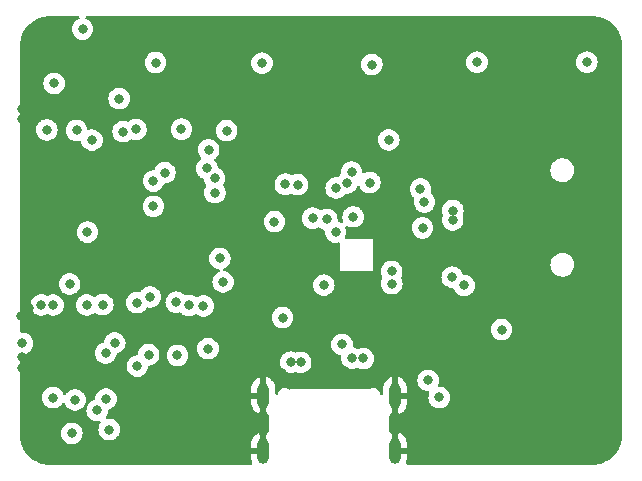
<source format=gbr>
%TF.GenerationSoftware,KiCad,Pcbnew,6.0.10-2.fc37*%
%TF.CreationDate,2023-04-26T13:00:43+02:00*%
%TF.ProjectId,motherboard,6d6f7468-6572-4626-9f61-72642e6b6963,rev?*%
%TF.SameCoordinates,Original*%
%TF.FileFunction,Copper,L2,Inr*%
%TF.FilePolarity,Positive*%
%FSLAX46Y46*%
G04 Gerber Fmt 4.6, Leading zero omitted, Abs format (unit mm)*
G04 Created by KiCad (PCBNEW 6.0.10-2.fc37) date 2023-04-26 13:00:43*
%MOMM*%
%LPD*%
G01*
G04 APERTURE LIST*
G04 Aperture macros list*
%AMRoundRect*
0 Rectangle with rounded corners*
0 $1 Rounding radius*
0 $2 $3 $4 $5 $6 $7 $8 $9 X,Y pos of 4 corners*
0 Add a 4 corners polygon primitive as box body*
4,1,4,$2,$3,$4,$5,$6,$7,$8,$9,$2,$3,0*
0 Add four circle primitives for the rounded corners*
1,1,$1+$1,$2,$3*
1,1,$1+$1,$4,$5*
1,1,$1+$1,$6,$7*
1,1,$1+$1,$8,$9*
0 Add four rect primitives between the rounded corners*
20,1,$1+$1,$2,$3,$4,$5,0*
20,1,$1+$1,$4,$5,$6,$7,0*
20,1,$1+$1,$6,$7,$8,$9,0*
20,1,$1+$1,$8,$9,$2,$3,0*%
G04 Aperture macros list end*
%TA.AperFunction,ComponentPad*%
%ADD10RoundRect,0.500000X0.000000X-0.600000X0.000000X-0.600000X0.000000X0.600000X0.000000X0.600000X0*%
%TD*%
%TA.AperFunction,ViaPad*%
%ADD11C,0.800000*%
%TD*%
%TA.AperFunction,ViaPad*%
%ADD12C,1.000000*%
%TD*%
G04 APERTURE END LIST*
D10*
%TO.N,GND*%
%TO.C,J1*%
X142740000Y-111360000D03*
X153900000Y-116040000D03*
X142740000Y-116030000D03*
X153900000Y-111360000D03*
%TD*%
D11*
%TO.N,GND*%
X144100000Y-90420000D03*
%TO.N,+3V3*%
X150223007Y-92420159D03*
X150350000Y-96200000D03*
%TO.N,GND*%
X131530000Y-100040000D03*
X144370000Y-109470000D03*
X130460000Y-81080000D03*
X142740000Y-114410000D03*
X161240000Y-109010000D03*
X153640000Y-98010000D03*
X157790000Y-80950000D03*
X133650000Y-81050000D03*
X152270000Y-109480000D03*
X122300000Y-87100000D03*
X142630000Y-81020000D03*
X148100000Y-84790000D03*
X168100000Y-88830000D03*
X144370000Y-110280000D03*
X139620000Y-83260000D03*
X122340000Y-109010000D03*
X158780000Y-98680000D03*
X122300000Y-87920000D03*
X157830000Y-83190000D03*
X152250000Y-110300000D03*
X153910000Y-113040000D03*
X154240000Y-92420000D03*
X170210000Y-80770000D03*
X122240000Y-104610000D03*
X131590000Y-95510000D03*
X161800000Y-108110000D03*
X158780000Y-97870000D03*
X167980000Y-102000000D03*
X162940000Y-109010000D03*
X123900000Y-114740000D03*
X167130000Y-83210000D03*
X159600000Y-87334500D03*
X130140000Y-100010000D03*
X160920000Y-80910000D03*
X123285000Y-114040000D03*
X155344951Y-102439549D03*
X151220000Y-88730000D03*
X148900000Y-81060000D03*
X150340000Y-102890500D03*
X157090000Y-115320000D03*
X149496401Y-105486476D03*
X153900000Y-114380000D03*
X151210000Y-89540000D03*
X147565087Y-93485500D03*
X154200000Y-95950000D03*
X143264500Y-90420000D03*
X123440000Y-80010000D03*
X130660000Y-83120000D03*
X142140000Y-102010000D03*
X147789500Y-98171422D03*
X122340000Y-108110000D03*
X140740000Y-109010000D03*
X122940000Y-103910000D03*
X139550000Y-81030000D03*
X142740000Y-113010000D03*
X152030000Y-81090000D03*
D12*
X155749528Y-106709500D03*
D11*
X167020000Y-80810000D03*
X139150000Y-112500000D03*
X154195023Y-94254977D03*
X130130000Y-95550000D03*
%TO.N,VBUS*%
X157641938Y-111501938D03*
X150258205Y-108158945D03*
X151200000Y-108200000D03*
X156695562Y-110045562D03*
X145910000Y-108520000D03*
X145070000Y-108510000D03*
%TO.N,CS*%
X138120000Y-90530000D03*
X156050000Y-93840000D03*
%TO.N,MOSI*%
X124420000Y-88840000D03*
X134410500Y-92460000D03*
X156390000Y-94940000D03*
X137976512Y-92109750D03*
%TO.N,+3V3*%
X160840000Y-83110000D03*
X149410000Y-107010000D03*
X129698019Y-114225404D03*
X124950000Y-103670000D03*
X151940000Y-83310000D03*
X142640000Y-83190000D03*
X153617938Y-100833340D03*
X123940000Y-103670000D03*
X151770000Y-93300000D03*
X158780000Y-96470000D03*
X158790000Y-95670000D03*
X162920000Y-105750000D03*
X129391496Y-107734500D03*
X147870000Y-101980000D03*
X122350000Y-106920000D03*
X170140000Y-83110000D03*
X124940000Y-111510000D03*
X125040000Y-84910000D03*
X133630000Y-83140000D03*
X153370000Y-89690000D03*
%TO.N,SCLK*%
X156230000Y-97140000D03*
X139059670Y-99729670D03*
%TO.N,MISO*%
X159740000Y-102010000D03*
X131960000Y-88800000D03*
%TO.N,SD_DETECT*%
X158740000Y-101310000D03*
X135810000Y-88780000D03*
%TO.N,DTR*%
X127850500Y-97500000D03*
X129160000Y-103630000D03*
X138060000Y-107370000D03*
X144380000Y-104729500D03*
X129427045Y-111619826D03*
%TO.N,GPIO0*%
X143690000Y-96610000D03*
X139645000Y-88915000D03*
%TO.N,RTS*%
X127800000Y-103670000D03*
X126354750Y-101890500D03*
X126800000Y-111700000D03*
%TO.N,EN*%
X132080000Y-108840000D03*
X130170000Y-106880000D03*
%TO.N,IO35*%
X139340000Y-101710000D03*
X153630000Y-101870000D03*
%TO.N,IO33*%
X133151470Y-102978530D03*
X127440000Y-80310000D03*
%TO.N,IO25*%
X135375273Y-103432451D03*
%TO.N,IO26*%
X136440000Y-103710000D03*
%TO.N,IO13*%
X130879303Y-88986783D03*
X133440000Y-95310000D03*
X130540000Y-86192998D03*
X133440000Y-93180500D03*
%TO.N,I2C1_SDA*%
X138620000Y-92940000D03*
X149823639Y-93336407D03*
%TO.N,PROG_TX*%
X126530477Y-114530477D03*
X128240000Y-89710000D03*
%TO.N,PROG_RX*%
X126940000Y-88880000D03*
X128680477Y-112600000D03*
%TO.N,I2C1_SCL*%
X138650500Y-94150000D03*
X148915000Y-93752796D03*
%TO.N,Onboard_SDA*%
X144613323Y-93440327D03*
X146931102Y-96318898D03*
X148860000Y-97490500D03*
%TO.N,Onboard_SCL*%
X148130000Y-96420000D03*
X145650000Y-93485500D03*
%TO.N,IO27*%
X137670380Y-103747440D03*
%TO.N,IO32*%
X132050000Y-103460000D03*
X133040000Y-107880000D03*
X135480000Y-107940000D03*
%TD*%
%TA.AperFunction,Conductor*%
%TO.N,GND*%
G36*
X127133254Y-79238502D02*
G01*
X127179747Y-79292158D01*
X127189851Y-79362432D01*
X127160357Y-79427012D01*
X127116382Y-79459607D01*
X126989278Y-79516197D01*
X126989276Y-79516198D01*
X126983248Y-79518882D01*
X126828747Y-79631134D01*
X126700960Y-79773056D01*
X126605473Y-79938444D01*
X126546458Y-80120072D01*
X126526496Y-80310000D01*
X126546458Y-80499928D01*
X126605473Y-80681556D01*
X126700960Y-80846944D01*
X126828747Y-80988866D01*
X126983248Y-81101118D01*
X126989276Y-81103802D01*
X126989278Y-81103803D01*
X127028456Y-81121246D01*
X127157712Y-81178794D01*
X127251112Y-81198647D01*
X127338056Y-81217128D01*
X127338061Y-81217128D01*
X127344513Y-81218500D01*
X127535487Y-81218500D01*
X127541939Y-81217128D01*
X127541944Y-81217128D01*
X127628888Y-81198647D01*
X127722288Y-81178794D01*
X127851544Y-81121246D01*
X127890722Y-81103803D01*
X127890724Y-81103802D01*
X127896752Y-81101118D01*
X128051253Y-80988866D01*
X128179040Y-80846944D01*
X128274527Y-80681556D01*
X128333542Y-80499928D01*
X128353504Y-80310000D01*
X128333542Y-80120072D01*
X128274527Y-79938444D01*
X128179040Y-79773056D01*
X128051253Y-79631134D01*
X127896752Y-79518882D01*
X127890724Y-79516198D01*
X127890722Y-79516197D01*
X127763618Y-79459607D01*
X127709522Y-79413627D01*
X127688873Y-79345700D01*
X127708225Y-79277391D01*
X127761436Y-79230390D01*
X127814867Y-79218500D01*
X170590633Y-79218500D01*
X170610018Y-79220000D01*
X170624851Y-79222310D01*
X170624855Y-79222310D01*
X170633724Y-79223691D01*
X170650923Y-79221442D01*
X170674863Y-79220609D01*
X170932710Y-79236206D01*
X170947814Y-79238040D01*
X171019786Y-79251229D01*
X171228760Y-79289525D01*
X171243526Y-79293164D01*
X171516231Y-79378142D01*
X171530445Y-79383534D01*
X171748223Y-79481547D01*
X171790906Y-79500757D01*
X171804379Y-79507828D01*
X172048813Y-79655595D01*
X172061334Y-79664238D01*
X172286171Y-79840385D01*
X172297560Y-79850475D01*
X172499525Y-80052440D01*
X172509615Y-80063829D01*
X172685762Y-80288666D01*
X172694405Y-80301187D01*
X172842172Y-80545621D01*
X172849242Y-80559092D01*
X172966466Y-80819555D01*
X172971858Y-80833769D01*
X173018658Y-80983955D01*
X173056836Y-81106473D01*
X173060475Y-81121240D01*
X173078299Y-81218500D01*
X173111960Y-81402186D01*
X173113794Y-81417290D01*
X173128953Y-81667904D01*
X173127692Y-81694716D01*
X173127690Y-81694852D01*
X173126309Y-81703724D01*
X173127473Y-81712626D01*
X173127473Y-81712628D01*
X173130436Y-81735283D01*
X173131500Y-81751621D01*
X173131500Y-114660633D01*
X173130000Y-114680018D01*
X173127690Y-114694851D01*
X173127690Y-114694855D01*
X173126309Y-114703724D01*
X173128558Y-114720919D01*
X173129391Y-114744863D01*
X173113794Y-115002710D01*
X173111960Y-115017814D01*
X173091738Y-115128167D01*
X173060477Y-115298754D01*
X173056836Y-115313526D01*
X173018172Y-115437605D01*
X172971859Y-115586227D01*
X172966466Y-115600445D01*
X172882955Y-115786000D01*
X172849243Y-115860906D01*
X172842172Y-115874379D01*
X172694405Y-116118813D01*
X172685762Y-116131334D01*
X172509615Y-116356171D01*
X172499525Y-116367560D01*
X172297560Y-116569525D01*
X172286171Y-116579615D01*
X172061334Y-116755762D01*
X172048813Y-116764405D01*
X171804379Y-116912172D01*
X171790908Y-116919242D01*
X171530445Y-117036466D01*
X171516231Y-117041858D01*
X171243527Y-117126836D01*
X171228760Y-117130475D01*
X171019786Y-117168771D01*
X170947814Y-117181960D01*
X170932710Y-117183794D01*
X170682096Y-117198953D01*
X170655284Y-117197692D01*
X170655148Y-117197690D01*
X170646276Y-117196309D01*
X170637375Y-117197473D01*
X170637370Y-117197473D01*
X170614897Y-117200412D01*
X170598489Y-117201476D01*
X154950702Y-117192645D01*
X154882592Y-117172604D01*
X154836130Y-117118923D01*
X154826066Y-117048643D01*
X154834449Y-117018223D01*
X154866249Y-116941829D01*
X154869838Y-116930091D01*
X154906767Y-116746945D01*
X154907923Y-116737733D01*
X154908000Y-116734681D01*
X154908000Y-116312115D01*
X154903525Y-116296876D01*
X154902135Y-116295671D01*
X154894452Y-116294000D01*
X153772000Y-116294000D01*
X153703879Y-116273998D01*
X153657386Y-116220342D01*
X153646000Y-116168000D01*
X153646000Y-115767885D01*
X154154000Y-115767885D01*
X154158475Y-115783124D01*
X154159865Y-115784329D01*
X154167548Y-115786000D01*
X154889885Y-115786000D01*
X154905124Y-115781525D01*
X154906329Y-115780135D01*
X154908000Y-115772452D01*
X154908000Y-115345319D01*
X154907923Y-115342267D01*
X154906767Y-115333055D01*
X154869838Y-115149909D01*
X154866248Y-115138167D01*
X154795022Y-114967057D01*
X154789222Y-114956241D01*
X154686115Y-114802221D01*
X154678322Y-114792734D01*
X154547266Y-114661678D01*
X154537779Y-114653885D01*
X154383759Y-114550778D01*
X154372943Y-114544978D01*
X154201828Y-114473750D01*
X154190096Y-114470163D01*
X154171758Y-114466465D01*
X154158941Y-114467579D01*
X154154000Y-114482812D01*
X154154000Y-115767885D01*
X153646000Y-115767885D01*
X153646000Y-114481000D01*
X153642376Y-114468656D01*
X153626467Y-114466823D01*
X153609904Y-114470163D01*
X153592281Y-114475551D01*
X153591508Y-114473024D01*
X153532332Y-114479484D01*
X153468793Y-114447808D01*
X153432465Y-114386810D01*
X153428500Y-114355449D01*
X153428500Y-113044551D01*
X153448502Y-112976430D01*
X153502158Y-112929937D01*
X153572432Y-112919833D01*
X153592042Y-112925230D01*
X153592281Y-112924449D01*
X153609904Y-112929837D01*
X153628242Y-112933535D01*
X153641059Y-112932421D01*
X153645412Y-112919000D01*
X154154000Y-112919000D01*
X154157624Y-112931344D01*
X154173533Y-112933177D01*
X154190096Y-112929837D01*
X154201828Y-112926250D01*
X154372943Y-112855022D01*
X154383759Y-112849222D01*
X154537779Y-112746115D01*
X154547266Y-112738322D01*
X154678322Y-112607266D01*
X154686115Y-112597779D01*
X154789222Y-112443759D01*
X154795022Y-112432943D01*
X154866248Y-112261833D01*
X154869838Y-112250091D01*
X154906767Y-112066945D01*
X154907923Y-112057733D01*
X154908000Y-112054681D01*
X154908000Y-111632115D01*
X154903525Y-111616876D01*
X154902135Y-111615671D01*
X154894452Y-111614000D01*
X154172115Y-111614000D01*
X154156876Y-111618475D01*
X154155671Y-111619865D01*
X154154000Y-111627548D01*
X154154000Y-112919000D01*
X153645412Y-112919000D01*
X153646000Y-112917188D01*
X153646000Y-111087885D01*
X154154000Y-111087885D01*
X154158475Y-111103124D01*
X154159865Y-111104329D01*
X154167548Y-111106000D01*
X154889885Y-111106000D01*
X154905124Y-111101525D01*
X154906329Y-111100135D01*
X154908000Y-111092452D01*
X154908000Y-110665319D01*
X154907923Y-110662267D01*
X154906767Y-110653055D01*
X154869838Y-110469909D01*
X154866248Y-110458167D01*
X154795022Y-110287057D01*
X154789222Y-110276241D01*
X154686115Y-110122221D01*
X154678322Y-110112734D01*
X154611150Y-110045562D01*
X155782058Y-110045562D01*
X155802020Y-110235490D01*
X155861035Y-110417118D01*
X155956522Y-110582506D01*
X155960940Y-110587413D01*
X155960941Y-110587414D01*
X156072056Y-110710820D01*
X156084309Y-110724428D01*
X156165025Y-110783072D01*
X156231276Y-110831206D01*
X156238810Y-110836680D01*
X156244838Y-110839364D01*
X156244840Y-110839365D01*
X156394948Y-110906197D01*
X156413274Y-110914356D01*
X156506675Y-110934209D01*
X156593618Y-110952690D01*
X156593623Y-110952690D01*
X156600075Y-110954062D01*
X156692646Y-110954062D01*
X156760767Y-110974064D01*
X156807260Y-111027720D01*
X156817364Y-111097994D01*
X156808632Y-111128268D01*
X156807411Y-111130382D01*
X156805370Y-111136664D01*
X156805369Y-111136666D01*
X156793548Y-111173048D01*
X156748396Y-111312010D01*
X156747706Y-111318571D01*
X156747706Y-111318573D01*
X156734757Y-111441782D01*
X156728434Y-111501938D01*
X156748396Y-111691866D01*
X156807411Y-111873494D01*
X156810714Y-111879216D01*
X156810715Y-111879217D01*
X156813110Y-111883365D01*
X156902898Y-112038882D01*
X156907316Y-112043789D01*
X156907317Y-112043790D01*
X156965410Y-112108309D01*
X157030685Y-112180804D01*
X157185186Y-112293056D01*
X157191214Y-112295740D01*
X157191216Y-112295741D01*
X157353619Y-112368047D01*
X157359650Y-112370732D01*
X157453051Y-112390585D01*
X157539994Y-112409066D01*
X157539999Y-112409066D01*
X157546451Y-112410438D01*
X157737425Y-112410438D01*
X157743877Y-112409066D01*
X157743882Y-112409066D01*
X157830825Y-112390585D01*
X157924226Y-112370732D01*
X157930257Y-112368047D01*
X158092660Y-112295741D01*
X158092662Y-112295740D01*
X158098690Y-112293056D01*
X158253191Y-112180804D01*
X158318466Y-112108309D01*
X158376559Y-112043790D01*
X158376560Y-112043789D01*
X158380978Y-112038882D01*
X158470766Y-111883365D01*
X158473161Y-111879217D01*
X158473162Y-111879216D01*
X158476465Y-111873494D01*
X158535480Y-111691866D01*
X158555442Y-111501938D01*
X158549119Y-111441782D01*
X158536170Y-111318573D01*
X158536170Y-111318571D01*
X158535480Y-111312010D01*
X158476465Y-111130382D01*
X158380978Y-110964994D01*
X158369900Y-110952690D01*
X158257613Y-110827983D01*
X158257612Y-110827982D01*
X158253191Y-110823072D01*
X158115128Y-110722763D01*
X158104032Y-110714701D01*
X158104031Y-110714700D01*
X158098690Y-110710820D01*
X158092662Y-110708136D01*
X158092660Y-110708135D01*
X157930257Y-110635829D01*
X157930256Y-110635829D01*
X157924226Y-110633144D01*
X157830826Y-110613291D01*
X157743882Y-110594810D01*
X157743877Y-110594810D01*
X157737425Y-110593438D01*
X157644854Y-110593438D01*
X157576733Y-110573436D01*
X157530240Y-110519780D01*
X157520136Y-110449506D01*
X157528868Y-110419232D01*
X157530089Y-110417118D01*
X157589104Y-110235490D01*
X157609066Y-110045562D01*
X157589104Y-109855634D01*
X157530089Y-109674006D01*
X157434602Y-109508618D01*
X157353460Y-109418500D01*
X157311237Y-109371607D01*
X157311236Y-109371606D01*
X157306815Y-109366696D01*
X157152314Y-109254444D01*
X157146286Y-109251760D01*
X157146284Y-109251759D01*
X156983881Y-109179453D01*
X156983880Y-109179453D01*
X156977850Y-109176768D01*
X156884449Y-109156915D01*
X156797506Y-109138434D01*
X156797501Y-109138434D01*
X156791049Y-109137062D01*
X156600075Y-109137062D01*
X156593623Y-109138434D01*
X156593618Y-109138434D01*
X156506675Y-109156915D01*
X156413274Y-109176768D01*
X156407244Y-109179453D01*
X156407243Y-109179453D01*
X156244840Y-109251759D01*
X156244838Y-109251760D01*
X156238810Y-109254444D01*
X156084309Y-109366696D01*
X156079888Y-109371606D01*
X156079887Y-109371607D01*
X156037665Y-109418500D01*
X155956522Y-109508618D01*
X155861035Y-109674006D01*
X155802020Y-109855634D01*
X155782058Y-110045562D01*
X154611150Y-110045562D01*
X154547266Y-109981678D01*
X154537779Y-109973885D01*
X154383759Y-109870778D01*
X154372943Y-109864978D01*
X154201828Y-109793750D01*
X154190096Y-109790163D01*
X154171758Y-109786465D01*
X154158941Y-109787579D01*
X154154000Y-109802812D01*
X154154000Y-111087885D01*
X153646000Y-111087885D01*
X153646000Y-109801000D01*
X153642376Y-109788656D01*
X153626467Y-109786823D01*
X153609904Y-109790163D01*
X153598172Y-109793750D01*
X153427057Y-109864978D01*
X153416241Y-109870778D01*
X153262221Y-109973885D01*
X153252734Y-109981678D01*
X153121678Y-110112734D01*
X153113885Y-110122221D01*
X153010778Y-110276241D01*
X153004978Y-110287057D01*
X152933752Y-110458167D01*
X152930162Y-110469909D01*
X152893233Y-110653055D01*
X152892077Y-110662267D01*
X152892000Y-110665319D01*
X152892000Y-111156602D01*
X152871998Y-111224723D01*
X152818342Y-111271216D01*
X152748068Y-111281320D01*
X152683488Y-111251826D01*
X152645104Y-111192100D01*
X152641078Y-111173048D01*
X152635662Y-111131908D01*
X152634584Y-111123720D01*
X152576192Y-110982750D01*
X152483304Y-110861696D01*
X152362250Y-110768808D01*
X152241575Y-110718823D01*
X152228909Y-110713576D01*
X152221280Y-110710416D01*
X152107980Y-110695500D01*
X152032020Y-110695500D01*
X151918720Y-110710416D01*
X151911091Y-110713576D01*
X151898425Y-110718823D01*
X151777750Y-110768808D01*
X151759160Y-110783073D01*
X151692941Y-110808672D01*
X151663074Y-110807609D01*
X151640986Y-110804170D01*
X151624268Y-110800387D01*
X151604534Y-110794485D01*
X151604528Y-110794484D01*
X151595934Y-110791914D01*
X151586963Y-110791859D01*
X151586962Y-110791859D01*
X151576903Y-110791798D01*
X151561494Y-110791704D01*
X151560711Y-110791671D01*
X151559614Y-110791500D01*
X151528623Y-110791500D01*
X151527853Y-110791498D01*
X151454215Y-110791048D01*
X151454214Y-110791048D01*
X151450279Y-110791024D01*
X151448935Y-110791408D01*
X151447590Y-110791500D01*
X145228623Y-110791500D01*
X145227853Y-110791498D01*
X145227037Y-110791493D01*
X145150279Y-110791024D01*
X145127918Y-110797415D01*
X145121847Y-110799150D01*
X145105085Y-110802728D01*
X145075813Y-110806920D01*
X145067645Y-110810634D01*
X145067644Y-110810634D01*
X145052438Y-110817548D01*
X145034913Y-110823996D01*
X145032943Y-110824559D01*
X145022509Y-110827541D01*
X144951514Y-110827027D01*
X144911183Y-110806354D01*
X144868806Y-110773837D01*
X144868798Y-110773832D01*
X144862250Y-110768808D01*
X144741575Y-110718823D01*
X144728909Y-110713576D01*
X144721280Y-110710416D01*
X144607980Y-110695500D01*
X144532020Y-110695500D01*
X144418720Y-110710416D01*
X144411091Y-110713576D01*
X144398425Y-110718823D01*
X144277750Y-110768808D01*
X144156696Y-110861696D01*
X144063808Y-110982750D01*
X144005416Y-111123720D01*
X144004338Y-111131908D01*
X143998922Y-111173048D01*
X143970200Y-111237975D01*
X143910935Y-111277067D01*
X143839943Y-111277912D01*
X143779764Y-111240242D01*
X143749505Y-111176017D01*
X143748000Y-111156602D01*
X143748000Y-110665319D01*
X143747923Y-110662267D01*
X143746767Y-110653055D01*
X143709838Y-110469909D01*
X143706248Y-110458167D01*
X143635022Y-110287057D01*
X143629222Y-110276241D01*
X143526115Y-110122221D01*
X143518322Y-110112734D01*
X143387266Y-109981678D01*
X143377779Y-109973885D01*
X143223759Y-109870778D01*
X143212943Y-109864978D01*
X143041828Y-109793750D01*
X143030096Y-109790163D01*
X143011758Y-109786465D01*
X142998941Y-109787579D01*
X142994000Y-109802812D01*
X142994000Y-112919000D01*
X142997624Y-112931344D01*
X143013533Y-112933177D01*
X143030096Y-112929837D01*
X143047719Y-112924449D01*
X143048492Y-112926976D01*
X143107668Y-112920516D01*
X143171207Y-112952192D01*
X143207535Y-113013190D01*
X143211500Y-113044551D01*
X143211500Y-114345449D01*
X143191498Y-114413570D01*
X143137842Y-114460063D01*
X143067568Y-114470167D01*
X143047958Y-114464770D01*
X143047719Y-114465551D01*
X143030096Y-114460163D01*
X143011758Y-114456465D01*
X142998941Y-114457579D01*
X142994000Y-114472812D01*
X142994000Y-116158000D01*
X142973998Y-116226121D01*
X142920342Y-116272614D01*
X142868000Y-116284000D01*
X141750115Y-116284000D01*
X141734876Y-116288475D01*
X141733671Y-116289865D01*
X141732000Y-116297548D01*
X141732000Y-116724681D01*
X141732077Y-116727733D01*
X141733233Y-116736945D01*
X141770162Y-116920091D01*
X141773751Y-116931829D01*
X141809679Y-117018140D01*
X141817392Y-117088717D01*
X141785724Y-117152259D01*
X141724729Y-117188593D01*
X141693424Y-117192562D01*
X124689262Y-117201474D01*
X124669816Y-117199974D01*
X124660720Y-117198558D01*
X124655147Y-117197690D01*
X124655145Y-117197690D01*
X124646276Y-117196309D01*
X124629077Y-117198558D01*
X124605137Y-117199391D01*
X124347290Y-117183794D01*
X124332186Y-117181960D01*
X124260214Y-117168771D01*
X124051240Y-117130475D01*
X124036473Y-117126836D01*
X123763769Y-117041858D01*
X123749555Y-117036466D01*
X123489092Y-116919242D01*
X123475621Y-116912172D01*
X123231187Y-116764405D01*
X123218666Y-116755762D01*
X122993829Y-116579615D01*
X122982440Y-116569525D01*
X122780475Y-116367560D01*
X122770385Y-116356171D01*
X122594238Y-116131334D01*
X122585595Y-116118813D01*
X122437828Y-115874379D01*
X122430757Y-115860906D01*
X122397045Y-115786000D01*
X122384392Y-115757885D01*
X141732000Y-115757885D01*
X141736475Y-115773124D01*
X141737865Y-115774329D01*
X141745548Y-115776000D01*
X142467885Y-115776000D01*
X142483124Y-115771525D01*
X142484329Y-115770135D01*
X142486000Y-115762452D01*
X142486000Y-114471000D01*
X142482376Y-114458656D01*
X142466467Y-114456823D01*
X142449904Y-114460163D01*
X142438172Y-114463750D01*
X142267057Y-114534978D01*
X142256241Y-114540778D01*
X142102221Y-114643885D01*
X142092734Y-114651678D01*
X141961678Y-114782734D01*
X141953885Y-114792221D01*
X141850778Y-114946241D01*
X141844978Y-114957057D01*
X141773752Y-115128167D01*
X141770162Y-115139909D01*
X141733233Y-115323055D01*
X141732077Y-115332267D01*
X141732000Y-115335319D01*
X141732000Y-115757885D01*
X122384392Y-115757885D01*
X122313534Y-115600445D01*
X122308141Y-115586227D01*
X122261829Y-115437605D01*
X122223164Y-115313526D01*
X122219523Y-115298754D01*
X122188263Y-115128167D01*
X122168040Y-115017814D01*
X122166206Y-115002710D01*
X122151269Y-114755768D01*
X122152520Y-114732216D01*
X122152334Y-114732199D01*
X122152769Y-114727350D01*
X122153576Y-114722552D01*
X122153729Y-114710000D01*
X122149773Y-114682376D01*
X122148500Y-114664514D01*
X122148500Y-114530477D01*
X125616973Y-114530477D01*
X125617663Y-114537042D01*
X125630763Y-114661678D01*
X125636935Y-114720405D01*
X125695950Y-114902033D01*
X125699253Y-114907755D01*
X125699254Y-114907756D01*
X125727247Y-114956241D01*
X125791437Y-115067421D01*
X125795855Y-115072328D01*
X125795856Y-115072329D01*
X125815547Y-115094198D01*
X125919224Y-115209343D01*
X126073725Y-115321595D01*
X126079753Y-115324279D01*
X126079755Y-115324280D01*
X126120155Y-115342267D01*
X126248189Y-115399271D01*
X126341590Y-115419124D01*
X126428533Y-115437605D01*
X126428538Y-115437605D01*
X126434990Y-115438977D01*
X126625964Y-115438977D01*
X126632416Y-115437605D01*
X126632421Y-115437605D01*
X126719364Y-115419124D01*
X126812765Y-115399271D01*
X126940799Y-115342267D01*
X126981199Y-115324280D01*
X126981201Y-115324279D01*
X126987229Y-115321595D01*
X127141730Y-115209343D01*
X127245407Y-115094198D01*
X127265098Y-115072329D01*
X127265099Y-115072328D01*
X127269517Y-115067421D01*
X127333707Y-114956241D01*
X127361700Y-114907756D01*
X127361701Y-114907755D01*
X127365004Y-114902033D01*
X127424019Y-114720405D01*
X127430192Y-114661678D01*
X127443291Y-114537042D01*
X127443981Y-114530477D01*
X127438781Y-114481000D01*
X127424709Y-114347112D01*
X127424709Y-114347110D01*
X127424019Y-114340549D01*
X127365004Y-114158921D01*
X127269517Y-113993533D01*
X127141730Y-113851611D01*
X126987229Y-113739359D01*
X126981201Y-113736675D01*
X126981199Y-113736674D01*
X126818796Y-113664368D01*
X126818795Y-113664368D01*
X126812765Y-113661683D01*
X126719365Y-113641830D01*
X126632421Y-113623349D01*
X126632416Y-113623349D01*
X126625964Y-113621977D01*
X126434990Y-113621977D01*
X126428538Y-113623349D01*
X126428533Y-113623349D01*
X126341589Y-113641830D01*
X126248189Y-113661683D01*
X126242159Y-113664368D01*
X126242158Y-113664368D01*
X126079755Y-113736674D01*
X126079753Y-113736675D01*
X126073725Y-113739359D01*
X125919224Y-113851611D01*
X125791437Y-113993533D01*
X125695950Y-114158921D01*
X125636935Y-114340549D01*
X125636245Y-114347110D01*
X125636245Y-114347112D01*
X125622173Y-114481000D01*
X125616973Y-114530477D01*
X122148500Y-114530477D01*
X122148500Y-111510000D01*
X124026496Y-111510000D01*
X124027186Y-111516565D01*
X124045611Y-111691866D01*
X124046458Y-111699928D01*
X124105473Y-111881556D01*
X124108776Y-111887278D01*
X124108777Y-111887279D01*
X124128323Y-111921134D01*
X124200960Y-112046944D01*
X124205378Y-112051851D01*
X124205379Y-112051852D01*
X124256213Y-112108309D01*
X124328747Y-112188866D01*
X124401676Y-112241852D01*
X124473150Y-112293781D01*
X124483248Y-112301118D01*
X124489276Y-112303802D01*
X124489278Y-112303803D01*
X124639604Y-112370732D01*
X124657712Y-112378794D01*
X124751112Y-112398647D01*
X124838056Y-112417128D01*
X124838061Y-112417128D01*
X124844513Y-112418500D01*
X125035487Y-112418500D01*
X125041939Y-112417128D01*
X125041944Y-112417128D01*
X125128888Y-112398647D01*
X125222288Y-112378794D01*
X125240396Y-112370732D01*
X125390722Y-112303803D01*
X125390724Y-112303802D01*
X125396752Y-112301118D01*
X125406851Y-112293781D01*
X125478324Y-112241852D01*
X125551253Y-112188866D01*
X125623787Y-112108309D01*
X125674621Y-112051852D01*
X125674622Y-112051851D01*
X125679040Y-112046944D01*
X125715707Y-111983435D01*
X125767090Y-111934442D01*
X125836803Y-111921006D01*
X125902714Y-111947392D01*
X125944659Y-112007498D01*
X125965473Y-112071556D01*
X126060960Y-112236944D01*
X126065378Y-112241851D01*
X126065379Y-112241852D01*
X126181423Y-112370732D01*
X126188747Y-112378866D01*
X126343248Y-112491118D01*
X126349276Y-112493802D01*
X126349278Y-112493803D01*
X126354013Y-112495911D01*
X126517712Y-112568794D01*
X126611113Y-112588647D01*
X126698056Y-112607128D01*
X126698061Y-112607128D01*
X126704513Y-112608500D01*
X126895487Y-112608500D01*
X126901939Y-112607128D01*
X126901944Y-112607128D01*
X126935477Y-112600000D01*
X127766973Y-112600000D01*
X127786935Y-112789928D01*
X127845950Y-112971556D01*
X127941437Y-113136944D01*
X128069224Y-113278866D01*
X128223725Y-113391118D01*
X128229753Y-113393802D01*
X128229755Y-113393803D01*
X128320682Y-113434286D01*
X128398189Y-113468794D01*
X128491590Y-113488647D01*
X128578533Y-113507128D01*
X128578538Y-113507128D01*
X128584990Y-113508500D01*
X128775964Y-113508500D01*
X128788462Y-113505843D01*
X128826974Y-113497658D01*
X128897765Y-113503061D01*
X128954397Y-113545878D01*
X128978890Y-113612515D01*
X128963469Y-113681817D01*
X128959881Y-113687458D01*
X128958979Y-113688460D01*
X128863492Y-113853848D01*
X128804477Y-114035476D01*
X128803787Y-114042037D01*
X128803787Y-114042039D01*
X128790842Y-114165206D01*
X128784515Y-114225404D01*
X128804477Y-114415332D01*
X128863492Y-114596960D01*
X128866795Y-114602682D01*
X128866796Y-114602683D01*
X128896358Y-114653885D01*
X128958979Y-114762348D01*
X128963397Y-114767255D01*
X128963398Y-114767256D01*
X128994881Y-114802221D01*
X129086766Y-114904270D01*
X129144534Y-114946241D01*
X129232727Y-115010317D01*
X129241267Y-115016522D01*
X129247295Y-115019206D01*
X129247297Y-115019207D01*
X129366612Y-115072329D01*
X129415731Y-115094198D01*
X129509132Y-115114051D01*
X129596075Y-115132532D01*
X129596080Y-115132532D01*
X129602532Y-115133904D01*
X129793506Y-115133904D01*
X129799958Y-115132532D01*
X129799963Y-115132532D01*
X129886906Y-115114051D01*
X129980307Y-115094198D01*
X130029426Y-115072329D01*
X130148741Y-115019207D01*
X130148743Y-115019206D01*
X130154771Y-115016522D01*
X130163312Y-115010317D01*
X130251504Y-114946241D01*
X130309272Y-114904270D01*
X130401157Y-114802221D01*
X130432640Y-114767256D01*
X130432641Y-114767255D01*
X130437059Y-114762348D01*
X130499680Y-114653885D01*
X130529242Y-114602683D01*
X130529243Y-114602682D01*
X130532546Y-114596960D01*
X130591561Y-114415332D01*
X130611523Y-114225404D01*
X130605196Y-114165206D01*
X130592251Y-114042039D01*
X130592251Y-114042037D01*
X130591561Y-114035476D01*
X130532546Y-113853848D01*
X130437059Y-113688460D01*
X130415367Y-113664368D01*
X130313694Y-113551449D01*
X130313693Y-113551448D01*
X130309272Y-113546538D01*
X130154771Y-113434286D01*
X130148743Y-113431602D01*
X130148741Y-113431601D01*
X129986338Y-113359295D01*
X129986337Y-113359295D01*
X129980307Y-113356610D01*
X129886907Y-113336757D01*
X129799963Y-113318276D01*
X129799958Y-113318276D01*
X129793506Y-113316904D01*
X129602532Y-113316904D01*
X129596072Y-113318277D01*
X129596073Y-113318277D01*
X129551522Y-113327746D01*
X129480731Y-113322343D01*
X129424099Y-113279526D01*
X129399606Y-113212889D01*
X129415027Y-113143587D01*
X129418615Y-113137946D01*
X129419517Y-113136944D01*
X129515004Y-112971556D01*
X129574019Y-112789928D01*
X129593750Y-112602198D01*
X129620763Y-112536541D01*
X129678985Y-112495911D01*
X129692862Y-112492122D01*
X129702869Y-112489995D01*
X129702878Y-112489992D01*
X129709333Y-112488620D01*
X129810093Y-112443759D01*
X129877767Y-112413629D01*
X129877769Y-112413628D01*
X129883797Y-112410944D01*
X130038298Y-112298692D01*
X130071486Y-112261833D01*
X130161666Y-112161678D01*
X130161667Y-112161677D01*
X130166085Y-112156770D01*
X130225026Y-112054681D01*
X141732000Y-112054681D01*
X141732077Y-112057733D01*
X141733233Y-112066945D01*
X141770162Y-112250091D01*
X141773752Y-112261833D01*
X141844978Y-112432943D01*
X141850778Y-112443759D01*
X141953885Y-112597779D01*
X141961678Y-112607266D01*
X142092734Y-112738322D01*
X142102221Y-112746115D01*
X142256241Y-112849222D01*
X142267057Y-112855022D01*
X142438172Y-112926250D01*
X142449904Y-112929837D01*
X142468242Y-112933535D01*
X142481059Y-112932421D01*
X142486000Y-112917188D01*
X142486000Y-111632115D01*
X142481525Y-111616876D01*
X142480135Y-111615671D01*
X142472452Y-111614000D01*
X141750115Y-111614000D01*
X141734876Y-111618475D01*
X141733671Y-111619865D01*
X141732000Y-111627548D01*
X141732000Y-112054681D01*
X130225026Y-112054681D01*
X130232323Y-112042042D01*
X130258268Y-111997105D01*
X130258269Y-111997104D01*
X130261572Y-111991382D01*
X130320587Y-111809754D01*
X130328561Y-111733891D01*
X130339859Y-111626391D01*
X130340549Y-111619826D01*
X130336838Y-111584515D01*
X130321277Y-111436461D01*
X130321277Y-111436459D01*
X130320587Y-111429898D01*
X130261572Y-111248270D01*
X130168973Y-111087885D01*
X141732000Y-111087885D01*
X141736475Y-111103124D01*
X141737865Y-111104329D01*
X141745548Y-111106000D01*
X142467885Y-111106000D01*
X142483124Y-111101525D01*
X142484329Y-111100135D01*
X142486000Y-111092452D01*
X142486000Y-109801000D01*
X142482376Y-109788656D01*
X142466467Y-109786823D01*
X142449904Y-109790163D01*
X142438172Y-109793750D01*
X142267057Y-109864978D01*
X142256241Y-109870778D01*
X142102221Y-109973885D01*
X142092734Y-109981678D01*
X141961678Y-110112734D01*
X141953885Y-110122221D01*
X141850778Y-110276241D01*
X141844978Y-110287057D01*
X141773752Y-110458167D01*
X141770162Y-110469909D01*
X141733233Y-110653055D01*
X141732077Y-110662267D01*
X141732000Y-110665319D01*
X141732000Y-111087885D01*
X130168973Y-111087885D01*
X130166085Y-111082882D01*
X130038298Y-110940960D01*
X129898465Y-110839365D01*
X129889139Y-110832589D01*
X129889138Y-110832588D01*
X129883797Y-110828708D01*
X129877769Y-110826024D01*
X129877767Y-110826023D01*
X129715364Y-110753717D01*
X129715363Y-110753717D01*
X129709333Y-110751032D01*
X129602440Y-110728311D01*
X129528989Y-110712698D01*
X129528984Y-110712698D01*
X129522532Y-110711326D01*
X129331558Y-110711326D01*
X129325106Y-110712698D01*
X129325101Y-110712698D01*
X129251650Y-110728311D01*
X129144757Y-110751032D01*
X129138727Y-110753717D01*
X129138726Y-110753717D01*
X128976323Y-110826023D01*
X128976321Y-110826024D01*
X128970293Y-110828708D01*
X128964952Y-110832588D01*
X128964951Y-110832589D01*
X128955625Y-110839365D01*
X128815792Y-110940960D01*
X128688005Y-111082882D01*
X128592518Y-111248270D01*
X128533503Y-111429898D01*
X128532813Y-111436459D01*
X128532813Y-111436461D01*
X128513772Y-111617628D01*
X128486759Y-111683285D01*
X128428537Y-111723915D01*
X128414660Y-111727704D01*
X128404653Y-111729831D01*
X128404644Y-111729834D01*
X128398189Y-111731206D01*
X128392159Y-111733891D01*
X128392158Y-111733891D01*
X128229755Y-111806197D01*
X128229753Y-111806198D01*
X128223725Y-111808882D01*
X128069224Y-111921134D01*
X128064803Y-111926044D01*
X128064802Y-111926045D01*
X127991462Y-112007498D01*
X127941437Y-112063056D01*
X127918187Y-112103326D01*
X127866559Y-112192749D01*
X127845950Y-112228444D01*
X127786935Y-112410072D01*
X127786245Y-112416633D01*
X127786245Y-112416635D01*
X127778825Y-112487237D01*
X127766973Y-112600000D01*
X126935477Y-112600000D01*
X126988887Y-112588647D01*
X127082288Y-112568794D01*
X127245987Y-112495911D01*
X127250722Y-112493803D01*
X127250724Y-112493802D01*
X127256752Y-112491118D01*
X127411253Y-112378866D01*
X127418577Y-112370732D01*
X127534621Y-112241852D01*
X127534622Y-112241851D01*
X127539040Y-112236944D01*
X127634527Y-112071556D01*
X127693542Y-111889928D01*
X127695083Y-111875271D01*
X127712814Y-111706565D01*
X127713504Y-111700000D01*
X127705889Y-111627548D01*
X127694232Y-111516635D01*
X127694232Y-111516633D01*
X127693542Y-111510072D01*
X127634527Y-111328444D01*
X127630474Y-111321423D01*
X127575707Y-111226565D01*
X127539040Y-111163056D01*
X127515279Y-111136666D01*
X127415675Y-111026045D01*
X127415674Y-111026044D01*
X127411253Y-111021134D01*
X127266175Y-110915728D01*
X127262094Y-110912763D01*
X127262093Y-110912762D01*
X127256752Y-110908882D01*
X127250724Y-110906198D01*
X127250722Y-110906197D01*
X127088319Y-110833891D01*
X127088318Y-110833891D01*
X127082288Y-110831206D01*
X126976496Y-110808719D01*
X126901944Y-110792872D01*
X126901939Y-110792872D01*
X126895487Y-110791500D01*
X126704513Y-110791500D01*
X126698061Y-110792872D01*
X126698056Y-110792872D01*
X126623504Y-110808719D01*
X126517712Y-110831206D01*
X126511682Y-110833891D01*
X126511681Y-110833891D01*
X126349278Y-110906197D01*
X126349276Y-110906198D01*
X126343248Y-110908882D01*
X126337907Y-110912762D01*
X126337906Y-110912763D01*
X126333825Y-110915728D01*
X126188747Y-111021134D01*
X126184326Y-111026044D01*
X126184325Y-111026045D01*
X126084722Y-111136666D01*
X126060960Y-111163056D01*
X126038186Y-111202502D01*
X126024293Y-111226565D01*
X125972910Y-111275558D01*
X125903197Y-111288994D01*
X125837286Y-111262608D01*
X125795341Y-111202502D01*
X125776568Y-111144726D01*
X125774527Y-111138444D01*
X125770754Y-111131908D01*
X125682341Y-110978774D01*
X125679040Y-110973056D01*
X125660703Y-110952690D01*
X125555675Y-110836045D01*
X125555674Y-110836044D01*
X125551253Y-110831134D01*
X125409730Y-110728311D01*
X125402094Y-110722763D01*
X125402093Y-110722762D01*
X125396752Y-110718882D01*
X125390724Y-110716198D01*
X125390722Y-110716197D01*
X125228319Y-110643891D01*
X125228318Y-110643891D01*
X125222288Y-110641206D01*
X125128887Y-110621353D01*
X125041944Y-110602872D01*
X125041939Y-110602872D01*
X125035487Y-110601500D01*
X124844513Y-110601500D01*
X124838061Y-110602872D01*
X124838056Y-110602872D01*
X124751113Y-110621353D01*
X124657712Y-110641206D01*
X124651682Y-110643891D01*
X124651681Y-110643891D01*
X124489278Y-110716197D01*
X124489276Y-110716198D01*
X124483248Y-110718882D01*
X124477907Y-110722762D01*
X124477906Y-110722763D01*
X124470270Y-110728311D01*
X124328747Y-110831134D01*
X124324326Y-110836044D01*
X124324325Y-110836045D01*
X124219298Y-110952690D01*
X124200960Y-110973056D01*
X124197659Y-110978774D01*
X124109247Y-111131908D01*
X124105473Y-111138444D01*
X124046458Y-111320072D01*
X124045768Y-111326633D01*
X124045768Y-111326635D01*
X124043164Y-111351413D01*
X124026496Y-111510000D01*
X122148500Y-111510000D01*
X122148500Y-108840000D01*
X131166496Y-108840000D01*
X131167186Y-108846565D01*
X131182423Y-108991533D01*
X131186458Y-109029928D01*
X131245473Y-109211556D01*
X131340960Y-109376944D01*
X131468747Y-109518866D01*
X131623248Y-109631118D01*
X131629276Y-109633802D01*
X131629278Y-109633803D01*
X131791681Y-109706109D01*
X131797712Y-109708794D01*
X131891112Y-109728647D01*
X131978056Y-109747128D01*
X131978061Y-109747128D01*
X131984513Y-109748500D01*
X132175487Y-109748500D01*
X132181939Y-109747128D01*
X132181944Y-109747128D01*
X132268887Y-109728647D01*
X132362288Y-109708794D01*
X132368319Y-109706109D01*
X132530722Y-109633803D01*
X132530724Y-109633802D01*
X132536752Y-109631118D01*
X132691253Y-109518866D01*
X132819040Y-109376944D01*
X132914527Y-109211556D01*
X132973542Y-109029928D01*
X132977578Y-108991533D01*
X132987058Y-108901330D01*
X133014071Y-108835673D01*
X133072293Y-108795043D01*
X133112368Y-108788500D01*
X133135487Y-108788500D01*
X133141939Y-108787128D01*
X133141944Y-108787128D01*
X133228887Y-108768647D01*
X133322288Y-108748794D01*
X133361747Y-108731226D01*
X133490722Y-108673803D01*
X133490724Y-108673802D01*
X133496752Y-108671118D01*
X133651253Y-108558866D01*
X133779040Y-108416944D01*
X133874527Y-108251556D01*
X133933542Y-108069928D01*
X133947198Y-107940000D01*
X134566496Y-107940000D01*
X134567186Y-107946565D01*
X134574551Y-108016635D01*
X134586458Y-108129928D01*
X134645473Y-108311556D01*
X134648776Y-108317278D01*
X134648777Y-108317279D01*
X134654179Y-108326635D01*
X134740960Y-108476944D01*
X134745378Y-108481851D01*
X134745379Y-108481852D01*
X134776635Y-108516565D01*
X134868747Y-108618866D01*
X134944361Y-108673803D01*
X134994083Y-108709928D01*
X135023248Y-108731118D01*
X135029276Y-108733802D01*
X135029278Y-108733803D01*
X135191681Y-108806109D01*
X135197712Y-108808794D01*
X135291112Y-108828647D01*
X135378056Y-108847128D01*
X135378061Y-108847128D01*
X135384513Y-108848500D01*
X135575487Y-108848500D01*
X135581939Y-108847128D01*
X135581944Y-108847128D01*
X135668887Y-108828647D01*
X135762288Y-108808794D01*
X135768319Y-108806109D01*
X135930722Y-108733803D01*
X135930724Y-108733802D01*
X135936752Y-108731118D01*
X135965918Y-108709928D01*
X136015639Y-108673803D01*
X136091253Y-108618866D01*
X136183365Y-108516565D01*
X136189276Y-108510000D01*
X144156496Y-108510000D01*
X144157186Y-108516565D01*
X144175433Y-108690171D01*
X144176458Y-108699928D01*
X144235473Y-108881556D01*
X144238776Y-108887278D01*
X144238777Y-108887279D01*
X144272686Y-108946010D01*
X144330960Y-109046944D01*
X144335378Y-109051851D01*
X144335379Y-109051852D01*
X144454325Y-109183955D01*
X144458747Y-109188866D01*
X144613248Y-109301118D01*
X144619276Y-109303802D01*
X144619278Y-109303803D01*
X144781681Y-109376109D01*
X144787712Y-109378794D01*
X144881112Y-109398647D01*
X144968056Y-109417128D01*
X144968061Y-109417128D01*
X144974513Y-109418500D01*
X145165487Y-109418500D01*
X145171939Y-109417128D01*
X145171944Y-109417128D01*
X145258888Y-109398647D01*
X145352288Y-109378794D01*
X145368431Y-109371607D01*
X145388182Y-109362813D01*
X145427522Y-109345298D01*
X145497888Y-109335864D01*
X145530016Y-109345297D01*
X145589109Y-109371607D01*
X145605252Y-109378794D01*
X145627712Y-109388794D01*
X145721113Y-109408647D01*
X145808056Y-109427128D01*
X145808061Y-109427128D01*
X145814513Y-109428500D01*
X146005487Y-109428500D01*
X146011939Y-109427128D01*
X146011944Y-109427128D01*
X146098887Y-109408647D01*
X146192288Y-109388794D01*
X146211667Y-109380166D01*
X146360722Y-109313803D01*
X146360724Y-109313802D01*
X146366752Y-109311118D01*
X146385858Y-109297237D01*
X146448452Y-109251759D01*
X146521253Y-109198866D01*
X146541150Y-109176768D01*
X146644621Y-109061852D01*
X146644622Y-109061851D01*
X146649040Y-109056944D01*
X146744527Y-108891556D01*
X146803542Y-108709928D01*
X146823504Y-108520000D01*
X146812673Y-108416944D01*
X146804232Y-108336635D01*
X146804232Y-108336633D01*
X146803542Y-108330072D01*
X146744527Y-108148444D01*
X146738754Y-108138444D01*
X146699196Y-108069928D01*
X146649040Y-107983056D01*
X146616184Y-107946565D01*
X146525675Y-107846045D01*
X146525674Y-107846044D01*
X146521253Y-107841134D01*
X146396047Y-107750166D01*
X146372094Y-107732763D01*
X146372093Y-107732762D01*
X146366752Y-107728882D01*
X146360724Y-107726198D01*
X146360722Y-107726197D01*
X146198319Y-107653891D01*
X146198318Y-107653891D01*
X146192288Y-107651206D01*
X146098888Y-107631353D01*
X146011944Y-107612872D01*
X146011939Y-107612872D01*
X146005487Y-107611500D01*
X145814513Y-107611500D01*
X145808061Y-107612872D01*
X145808056Y-107612872D01*
X145721112Y-107631353D01*
X145627712Y-107651206D01*
X145552478Y-107684702D01*
X145482112Y-107694136D01*
X145449984Y-107684703D01*
X145380779Y-107653891D01*
X145358319Y-107643891D01*
X145358318Y-107643891D01*
X145352288Y-107641206D01*
X145258888Y-107621353D01*
X145171944Y-107602872D01*
X145171939Y-107602872D01*
X145165487Y-107601500D01*
X144974513Y-107601500D01*
X144968061Y-107602872D01*
X144968056Y-107602872D01*
X144881113Y-107621353D01*
X144787712Y-107641206D01*
X144781682Y-107643891D01*
X144781681Y-107643891D01*
X144619278Y-107716197D01*
X144619276Y-107716198D01*
X144613248Y-107718882D01*
X144607907Y-107722762D01*
X144607906Y-107722763D01*
X144582716Y-107741065D01*
X144458747Y-107831134D01*
X144454326Y-107836044D01*
X144454325Y-107836045D01*
X144354813Y-107946565D01*
X144330960Y-107973056D01*
X144235473Y-108138444D01*
X144176458Y-108320072D01*
X144175768Y-108326633D01*
X144175768Y-108326635D01*
X144166276Y-108416944D01*
X144156496Y-108510000D01*
X136189276Y-108510000D01*
X136214621Y-108481852D01*
X136214622Y-108481851D01*
X136219040Y-108476944D01*
X136305821Y-108326635D01*
X136311223Y-108317279D01*
X136311224Y-108317278D01*
X136314527Y-108311556D01*
X136373542Y-108129928D01*
X136385450Y-108016635D01*
X136392814Y-107946565D01*
X136393504Y-107940000D01*
X136373542Y-107750072D01*
X136314527Y-107568444D01*
X136300745Y-107544572D01*
X136223757Y-107411226D01*
X136219040Y-107403056D01*
X136204835Y-107387279D01*
X136189277Y-107370000D01*
X137146496Y-107370000D01*
X137147186Y-107376565D01*
X137162381Y-107521134D01*
X137166458Y-107559928D01*
X137225473Y-107741556D01*
X137228776Y-107747278D01*
X137228777Y-107747279D01*
X137259861Y-107801118D01*
X137320960Y-107906944D01*
X137325378Y-107911851D01*
X137325379Y-107911852D01*
X137376068Y-107968148D01*
X137448747Y-108048866D01*
X137527462Y-108106056D01*
X137591223Y-108152381D01*
X137603248Y-108161118D01*
X137609276Y-108163802D01*
X137609278Y-108163803D01*
X137705324Y-108206565D01*
X137777712Y-108238794D01*
X137864677Y-108257279D01*
X137958056Y-108277128D01*
X137958061Y-108277128D01*
X137964513Y-108278500D01*
X138155487Y-108278500D01*
X138161939Y-108277128D01*
X138161944Y-108277128D01*
X138255323Y-108257279D01*
X138342288Y-108238794D01*
X138414676Y-108206565D01*
X138510722Y-108163803D01*
X138510724Y-108163802D01*
X138516752Y-108161118D01*
X138528778Y-108152381D01*
X138592538Y-108106056D01*
X138671253Y-108048866D01*
X138743932Y-107968148D01*
X138794621Y-107911852D01*
X138794622Y-107911851D01*
X138799040Y-107906944D01*
X138860139Y-107801118D01*
X138891223Y-107747279D01*
X138891224Y-107747278D01*
X138894527Y-107741556D01*
X138953542Y-107559928D01*
X138957620Y-107521134D01*
X138972814Y-107376565D01*
X138973504Y-107370000D01*
X138965259Y-107291556D01*
X138954232Y-107186635D01*
X138954232Y-107186633D01*
X138953542Y-107180072D01*
X138898282Y-107010000D01*
X148496496Y-107010000D01*
X148497186Y-107016564D01*
X148497186Y-107016565D01*
X148512958Y-107166624D01*
X148516458Y-107199928D01*
X148575473Y-107381556D01*
X148578776Y-107387278D01*
X148578777Y-107387279D01*
X148591187Y-107408774D01*
X148670960Y-107546944D01*
X148675378Y-107551851D01*
X148675379Y-107551852D01*
X148779272Y-107667237D01*
X148798747Y-107688866D01*
X148883119Y-107750166D01*
X148936286Y-107788794D01*
X148953248Y-107801118D01*
X148959276Y-107803802D01*
X148959278Y-107803803D01*
X149054156Y-107846045D01*
X149127712Y-107878794D01*
X149232355Y-107901037D01*
X149257789Y-107906443D01*
X149320263Y-107940172D01*
X149354584Y-108002321D01*
X149356902Y-108042860D01*
X149344701Y-108158945D01*
X149345391Y-108165510D01*
X149359332Y-108298148D01*
X149364663Y-108348873D01*
X149423678Y-108530501D01*
X149426981Y-108536223D01*
X149426982Y-108536224D01*
X149447381Y-108571556D01*
X149519165Y-108695889D01*
X149523583Y-108700796D01*
X149523584Y-108700797D01*
X149618407Y-108806109D01*
X149646952Y-108837811D01*
X149801453Y-108950063D01*
X149807481Y-108952747D01*
X149807483Y-108952748D01*
X149969886Y-109025054D01*
X149975917Y-109027739D01*
X150066269Y-109046944D01*
X150156261Y-109066073D01*
X150156266Y-109066073D01*
X150162718Y-109067445D01*
X150353692Y-109067445D01*
X150360144Y-109066073D01*
X150360149Y-109066073D01*
X150450141Y-109046944D01*
X150540493Y-109027739D01*
X150550318Y-109023365D01*
X150632911Y-108986592D01*
X150703278Y-108977158D01*
X150743214Y-108991194D01*
X150743248Y-108991118D01*
X150749276Y-108993802D01*
X150749278Y-108993803D01*
X150911681Y-109066109D01*
X150917712Y-109068794D01*
X151011112Y-109088647D01*
X151098056Y-109107128D01*
X151098061Y-109107128D01*
X151104513Y-109108500D01*
X151295487Y-109108500D01*
X151301939Y-109107128D01*
X151301944Y-109107128D01*
X151388887Y-109088647D01*
X151482288Y-109068794D01*
X151488319Y-109066109D01*
X151650722Y-108993803D01*
X151650724Y-108993802D01*
X151656752Y-108991118D01*
X151662982Y-108986592D01*
X151780334Y-108901330D01*
X151811253Y-108878866D01*
X151876764Y-108806109D01*
X151934621Y-108741852D01*
X151934622Y-108741851D01*
X151939040Y-108736944D01*
X152034527Y-108571556D01*
X152093542Y-108389928D01*
X152105254Y-108278500D01*
X152112814Y-108206565D01*
X152113504Y-108200000D01*
X152109011Y-108157251D01*
X152094232Y-108016635D01*
X152094232Y-108016633D01*
X152093542Y-108010072D01*
X152034527Y-107828444D01*
X152020301Y-107803803D01*
X151976498Y-107727935D01*
X151939040Y-107663056D01*
X151884740Y-107602749D01*
X151815675Y-107526045D01*
X151815674Y-107526044D01*
X151811253Y-107521134D01*
X151674604Y-107421852D01*
X151662094Y-107412763D01*
X151662093Y-107412762D01*
X151656752Y-107408882D01*
X151650724Y-107406198D01*
X151650722Y-107406197D01*
X151488319Y-107333891D01*
X151488318Y-107333891D01*
X151482288Y-107331206D01*
X151388888Y-107311353D01*
X151301944Y-107292872D01*
X151301939Y-107292872D01*
X151295487Y-107291500D01*
X151104513Y-107291500D01*
X151098061Y-107292872D01*
X151098056Y-107292872D01*
X151011112Y-107311353D01*
X150917712Y-107331206D01*
X150911682Y-107333891D01*
X150911681Y-107333891D01*
X150825294Y-107372353D01*
X150754927Y-107381787D01*
X150714991Y-107367751D01*
X150714957Y-107367827D01*
X150714025Y-107367412D01*
X150714024Y-107367412D01*
X150708929Y-107365143D01*
X150708927Y-107365142D01*
X150546524Y-107292836D01*
X150546523Y-107292836D01*
X150540493Y-107290151D01*
X150427084Y-107266045D01*
X150410416Y-107262502D01*
X150347942Y-107228773D01*
X150313621Y-107166624D01*
X150311303Y-107126084D01*
X150316546Y-107076206D01*
X150323504Y-107010000D01*
X150309151Y-106873435D01*
X150304232Y-106826635D01*
X150304232Y-106826633D01*
X150303542Y-106820072D01*
X150244527Y-106638444D01*
X150212380Y-106582763D01*
X150169471Y-106508444D01*
X150149040Y-106473056D01*
X150112748Y-106432749D01*
X150025675Y-106336045D01*
X150025674Y-106336044D01*
X150021253Y-106331134D01*
X149866752Y-106218882D01*
X149860724Y-106216198D01*
X149860722Y-106216197D01*
X149698319Y-106143891D01*
X149698318Y-106143891D01*
X149692288Y-106141206D01*
X149598887Y-106121353D01*
X149511944Y-106102872D01*
X149511939Y-106102872D01*
X149505487Y-106101500D01*
X149314513Y-106101500D01*
X149308061Y-106102872D01*
X149308056Y-106102872D01*
X149221113Y-106121353D01*
X149127712Y-106141206D01*
X149121682Y-106143891D01*
X149121681Y-106143891D01*
X148959278Y-106216197D01*
X148959276Y-106216198D01*
X148953248Y-106218882D01*
X148798747Y-106331134D01*
X148794326Y-106336044D01*
X148794325Y-106336045D01*
X148707253Y-106432749D01*
X148670960Y-106473056D01*
X148650529Y-106508444D01*
X148607621Y-106582763D01*
X148575473Y-106638444D01*
X148516458Y-106820072D01*
X148515768Y-106826633D01*
X148515768Y-106826635D01*
X148510849Y-106873435D01*
X148496496Y-107010000D01*
X138898282Y-107010000D01*
X138894527Y-106998444D01*
X138799040Y-106833056D01*
X138781697Y-106813794D01*
X138675675Y-106696045D01*
X138675674Y-106696044D01*
X138671253Y-106691134D01*
X138516752Y-106578882D01*
X138510724Y-106576198D01*
X138510722Y-106576197D01*
X138348319Y-106503891D01*
X138348318Y-106503891D01*
X138342288Y-106501206D01*
X138248887Y-106481353D01*
X138161944Y-106462872D01*
X138161939Y-106462872D01*
X138155487Y-106461500D01*
X137964513Y-106461500D01*
X137958061Y-106462872D01*
X137958056Y-106462872D01*
X137871112Y-106481353D01*
X137777712Y-106501206D01*
X137771682Y-106503891D01*
X137771681Y-106503891D01*
X137609278Y-106576197D01*
X137609276Y-106576198D01*
X137603248Y-106578882D01*
X137448747Y-106691134D01*
X137444326Y-106696044D01*
X137444325Y-106696045D01*
X137338304Y-106813794D01*
X137320960Y-106833056D01*
X137225473Y-106998444D01*
X137166458Y-107180072D01*
X137165768Y-107186633D01*
X137165768Y-107186635D01*
X137154741Y-107291556D01*
X137146496Y-107370000D01*
X136189277Y-107370000D01*
X136095675Y-107266045D01*
X136095674Y-107266044D01*
X136091253Y-107261134D01*
X135936752Y-107148882D01*
X135930724Y-107146198D01*
X135930722Y-107146197D01*
X135768319Y-107073891D01*
X135768318Y-107073891D01*
X135762288Y-107071206D01*
X135668888Y-107051353D01*
X135581944Y-107032872D01*
X135581939Y-107032872D01*
X135575487Y-107031500D01*
X135384513Y-107031500D01*
X135378061Y-107032872D01*
X135378056Y-107032872D01*
X135291112Y-107051353D01*
X135197712Y-107071206D01*
X135191682Y-107073891D01*
X135191681Y-107073891D01*
X135029278Y-107146197D01*
X135029276Y-107146198D01*
X135023248Y-107148882D01*
X134868747Y-107261134D01*
X134864326Y-107266044D01*
X134864325Y-107266045D01*
X134755166Y-107387279D01*
X134740960Y-107403056D01*
X134736243Y-107411226D01*
X134659256Y-107544572D01*
X134645473Y-107568444D01*
X134586458Y-107750072D01*
X134566496Y-107940000D01*
X133947198Y-107940000D01*
X133948835Y-107924428D01*
X133952814Y-107886565D01*
X133953504Y-107880000D01*
X133945723Y-107805966D01*
X133934232Y-107696635D01*
X133934232Y-107696633D01*
X133933542Y-107690072D01*
X133874527Y-107508444D01*
X133779040Y-107343056D01*
X133651253Y-107201134D01*
X133496752Y-107088882D01*
X133490724Y-107086198D01*
X133490722Y-107086197D01*
X133328319Y-107013891D01*
X133328318Y-107013891D01*
X133322288Y-107011206D01*
X133228887Y-106991353D01*
X133141944Y-106972872D01*
X133141939Y-106972872D01*
X133135487Y-106971500D01*
X132944513Y-106971500D01*
X132938061Y-106972872D01*
X132938056Y-106972872D01*
X132851112Y-106991353D01*
X132757712Y-107011206D01*
X132751682Y-107013891D01*
X132751681Y-107013891D01*
X132589278Y-107086197D01*
X132589276Y-107086198D01*
X132583248Y-107088882D01*
X132428747Y-107201134D01*
X132300960Y-107343056D01*
X132205473Y-107508444D01*
X132146458Y-107690072D01*
X132145768Y-107696633D01*
X132145768Y-107696635D01*
X132132942Y-107818670D01*
X132105929Y-107884327D01*
X132047707Y-107924957D01*
X132007632Y-107931500D01*
X131984513Y-107931500D01*
X131978061Y-107932872D01*
X131978056Y-107932872D01*
X131913638Y-107946565D01*
X131797712Y-107971206D01*
X131791682Y-107973891D01*
X131791681Y-107973891D01*
X131629278Y-108046197D01*
X131629276Y-108046198D01*
X131623248Y-108048882D01*
X131468747Y-108161134D01*
X131464326Y-108166044D01*
X131464325Y-108166045D01*
X131364306Y-108277128D01*
X131340960Y-108303056D01*
X131290804Y-108389928D01*
X131275031Y-108417249D01*
X131245473Y-108468444D01*
X131186458Y-108650072D01*
X131185768Y-108656633D01*
X131185768Y-108656635D01*
X131180857Y-108703365D01*
X131166496Y-108840000D01*
X122148500Y-108840000D01*
X122148500Y-107954500D01*
X122168502Y-107886379D01*
X122222158Y-107839886D01*
X122274500Y-107828500D01*
X122445487Y-107828500D01*
X122451939Y-107827128D01*
X122451944Y-107827128D01*
X122548852Y-107806529D01*
X122632288Y-107788794D01*
X122704519Y-107756635D01*
X122754235Y-107734500D01*
X128477992Y-107734500D01*
X128478682Y-107741065D01*
X128492876Y-107876109D01*
X128497954Y-107924428D01*
X128556969Y-108106056D01*
X128560272Y-108111778D01*
X128560273Y-108111779D01*
X128587505Y-108158945D01*
X128652456Y-108271444D01*
X128656874Y-108276351D01*
X128656875Y-108276352D01*
X128682914Y-108305271D01*
X128780243Y-108413366D01*
X128791923Y-108421852D01*
X128927012Y-108520000D01*
X128934744Y-108525618D01*
X128940772Y-108528302D01*
X128940774Y-108528303D01*
X129050777Y-108577279D01*
X129109208Y-108603294D01*
X129200736Y-108622749D01*
X129289552Y-108641628D01*
X129289557Y-108641628D01*
X129296009Y-108643000D01*
X129486983Y-108643000D01*
X129493435Y-108641628D01*
X129493440Y-108641628D01*
X129582256Y-108622749D01*
X129673784Y-108603294D01*
X129732215Y-108577279D01*
X129842218Y-108528303D01*
X129842220Y-108528302D01*
X129848248Y-108525618D01*
X129855981Y-108520000D01*
X129991069Y-108421852D01*
X130002749Y-108413366D01*
X130100078Y-108305271D01*
X130126117Y-108276352D01*
X130126118Y-108276351D01*
X130130536Y-108271444D01*
X130195487Y-108158945D01*
X130222719Y-108111779D01*
X130222720Y-108111778D01*
X130226023Y-108106056D01*
X130264131Y-107988774D01*
X130282998Y-107930707D01*
X130282998Y-107930705D01*
X130285038Y-107924428D01*
X130290529Y-107872186D01*
X130317542Y-107806529D01*
X130375764Y-107765900D01*
X130389642Y-107762110D01*
X130404671Y-107758915D01*
X130452288Y-107748794D01*
X130458319Y-107746109D01*
X130620722Y-107673803D01*
X130620724Y-107673802D01*
X130626752Y-107671118D01*
X130637849Y-107663056D01*
X130720853Y-107602749D01*
X130781253Y-107558866D01*
X130786206Y-107553365D01*
X130904621Y-107421852D01*
X130904622Y-107421851D01*
X130909040Y-107416944D01*
X131004527Y-107251556D01*
X131063542Y-107069928D01*
X131065045Y-107055634D01*
X131082814Y-106886565D01*
X131083504Y-106880000D01*
X131063542Y-106690072D01*
X131004527Y-106508444D01*
X130909040Y-106343056D01*
X130898306Y-106331134D01*
X130785675Y-106206045D01*
X130785674Y-106206044D01*
X130781253Y-106201134D01*
X130679601Y-106127279D01*
X130632094Y-106092763D01*
X130632093Y-106092762D01*
X130626752Y-106088882D01*
X130620724Y-106086198D01*
X130620722Y-106086197D01*
X130458319Y-106013891D01*
X130458318Y-106013891D01*
X130452288Y-106011206D01*
X130358887Y-105991353D01*
X130271944Y-105972872D01*
X130271939Y-105972872D01*
X130265487Y-105971500D01*
X130074513Y-105971500D01*
X130068061Y-105972872D01*
X130068056Y-105972872D01*
X129981113Y-105991353D01*
X129887712Y-106011206D01*
X129881682Y-106013891D01*
X129881681Y-106013891D01*
X129719278Y-106086197D01*
X129719276Y-106086198D01*
X129713248Y-106088882D01*
X129707907Y-106092762D01*
X129707906Y-106092763D01*
X129660399Y-106127279D01*
X129558747Y-106201134D01*
X129554326Y-106206044D01*
X129554325Y-106206045D01*
X129441695Y-106331134D01*
X129430960Y-106343056D01*
X129335473Y-106508444D01*
X129276458Y-106690072D01*
X129275768Y-106696635D01*
X129275768Y-106696636D01*
X129270967Y-106742314D01*
X129243954Y-106807971D01*
X129185732Y-106848600D01*
X129171854Y-106852390D01*
X129156825Y-106855585D01*
X129109208Y-106865706D01*
X129103178Y-106868391D01*
X129103177Y-106868391D01*
X128940774Y-106940697D01*
X128940772Y-106940698D01*
X128934744Y-106943382D01*
X128780243Y-107055634D01*
X128775822Y-107060544D01*
X128775821Y-107060545D01*
X128668199Y-107180072D01*
X128652456Y-107197556D01*
X128556969Y-107362944D01*
X128497954Y-107544572D01*
X128497264Y-107551133D01*
X128497264Y-107551135D01*
X128480167Y-107713803D01*
X128477992Y-107734500D01*
X122754235Y-107734500D01*
X122800722Y-107713803D01*
X122800724Y-107713802D01*
X122806752Y-107711118D01*
X122858112Y-107673803D01*
X122891102Y-107649834D01*
X122961253Y-107598866D01*
X123008004Y-107546944D01*
X123084621Y-107461852D01*
X123084622Y-107461851D01*
X123089040Y-107456944D01*
X123184527Y-107291556D01*
X123243542Y-107109928D01*
X123249249Y-107055634D01*
X123262814Y-106926565D01*
X123263504Y-106920000D01*
X123253001Y-106820072D01*
X123244232Y-106736635D01*
X123244232Y-106736633D01*
X123243542Y-106730072D01*
X123184527Y-106548444D01*
X123180298Y-106541118D01*
X123092341Y-106388774D01*
X123089040Y-106383056D01*
X123058173Y-106348774D01*
X122965675Y-106246045D01*
X122965674Y-106246044D01*
X122961253Y-106241134D01*
X122827410Y-106143891D01*
X122812094Y-106132763D01*
X122812093Y-106132762D01*
X122806752Y-106128882D01*
X122800724Y-106126198D01*
X122800722Y-106126197D01*
X122638319Y-106053891D01*
X122638318Y-106053891D01*
X122632288Y-106051206D01*
X122538887Y-106031353D01*
X122451944Y-106012872D01*
X122451939Y-106012872D01*
X122445487Y-106011500D01*
X122274500Y-106011500D01*
X122206379Y-105991498D01*
X122159886Y-105937842D01*
X122148500Y-105885500D01*
X122148500Y-105750000D01*
X162006496Y-105750000D01*
X162026458Y-105939928D01*
X162085473Y-106121556D01*
X162088776Y-106127278D01*
X162088777Y-106127279D01*
X162091943Y-106132763D01*
X162180960Y-106286944D01*
X162185378Y-106291851D01*
X162185379Y-106291852D01*
X162272648Y-106388774D01*
X162308747Y-106428866D01*
X162463248Y-106541118D01*
X162469276Y-106543802D01*
X162469278Y-106543803D01*
X162631681Y-106616109D01*
X162637712Y-106618794D01*
X162730157Y-106638444D01*
X162818056Y-106657128D01*
X162818061Y-106657128D01*
X162824513Y-106658500D01*
X163015487Y-106658500D01*
X163021939Y-106657128D01*
X163021944Y-106657128D01*
X163109843Y-106638444D01*
X163202288Y-106618794D01*
X163208319Y-106616109D01*
X163370722Y-106543803D01*
X163370724Y-106543802D01*
X163376752Y-106541118D01*
X163531253Y-106428866D01*
X163567352Y-106388774D01*
X163654621Y-106291852D01*
X163654622Y-106291851D01*
X163659040Y-106286944D01*
X163748057Y-106132763D01*
X163751223Y-106127279D01*
X163751224Y-106127278D01*
X163754527Y-106121556D01*
X163813542Y-105939928D01*
X163833504Y-105750000D01*
X163832814Y-105743435D01*
X163814232Y-105566635D01*
X163814232Y-105566633D01*
X163813542Y-105560072D01*
X163754527Y-105378444D01*
X163659040Y-105213056D01*
X163531253Y-105071134D01*
X163376752Y-104958882D01*
X163370724Y-104956198D01*
X163370722Y-104956197D01*
X163208319Y-104883891D01*
X163208318Y-104883891D01*
X163202288Y-104881206D01*
X163108887Y-104861353D01*
X163021944Y-104842872D01*
X163021939Y-104842872D01*
X163015487Y-104841500D01*
X162824513Y-104841500D01*
X162818061Y-104842872D01*
X162818056Y-104842872D01*
X162731113Y-104861353D01*
X162637712Y-104881206D01*
X162631682Y-104883891D01*
X162631681Y-104883891D01*
X162469278Y-104956197D01*
X162469276Y-104956198D01*
X162463248Y-104958882D01*
X162308747Y-105071134D01*
X162180960Y-105213056D01*
X162085473Y-105378444D01*
X162026458Y-105560072D01*
X162025768Y-105566633D01*
X162025768Y-105566635D01*
X162007186Y-105743435D01*
X162006496Y-105750000D01*
X122148500Y-105750000D01*
X122148500Y-104729500D01*
X143466496Y-104729500D01*
X143467186Y-104736065D01*
X143482297Y-104879834D01*
X143486458Y-104919428D01*
X143545473Y-105101056D01*
X143640960Y-105266444D01*
X143768747Y-105408366D01*
X143923248Y-105520618D01*
X143929276Y-105523302D01*
X143929278Y-105523303D01*
X144026604Y-105566635D01*
X144097712Y-105598294D01*
X144191112Y-105618147D01*
X144278056Y-105636628D01*
X144278061Y-105636628D01*
X144284513Y-105638000D01*
X144475487Y-105638000D01*
X144481939Y-105636628D01*
X144481944Y-105636628D01*
X144568888Y-105618147D01*
X144662288Y-105598294D01*
X144733396Y-105566635D01*
X144830722Y-105523303D01*
X144830724Y-105523302D01*
X144836752Y-105520618D01*
X144991253Y-105408366D01*
X145119040Y-105266444D01*
X145214527Y-105101056D01*
X145273542Y-104919428D01*
X145277704Y-104879834D01*
X145292814Y-104736065D01*
X145293504Y-104729500D01*
X145285773Y-104655940D01*
X145274232Y-104546135D01*
X145274232Y-104546133D01*
X145273542Y-104539572D01*
X145214527Y-104357944D01*
X145206451Y-104343955D01*
X145150610Y-104247237D01*
X145119040Y-104192556D01*
X145090831Y-104161226D01*
X144995675Y-104055545D01*
X144995674Y-104055544D01*
X144991253Y-104050634D01*
X144879438Y-103969395D01*
X144842094Y-103942263D01*
X144842093Y-103942262D01*
X144836752Y-103938382D01*
X144830724Y-103935698D01*
X144830722Y-103935697D01*
X144668319Y-103863391D01*
X144668318Y-103863391D01*
X144662288Y-103860706D01*
X144568887Y-103840853D01*
X144481944Y-103822372D01*
X144481939Y-103822372D01*
X144475487Y-103821000D01*
X144284513Y-103821000D01*
X144278061Y-103822372D01*
X144278056Y-103822372D01*
X144191113Y-103840853D01*
X144097712Y-103860706D01*
X144091682Y-103863391D01*
X144091681Y-103863391D01*
X143929278Y-103935697D01*
X143929276Y-103935698D01*
X143923248Y-103938382D01*
X143917907Y-103942262D01*
X143917906Y-103942263D01*
X143880562Y-103969395D01*
X143768747Y-104050634D01*
X143764326Y-104055544D01*
X143764325Y-104055545D01*
X143669170Y-104161226D01*
X143640960Y-104192556D01*
X143609390Y-104247237D01*
X143553550Y-104343955D01*
X143545473Y-104357944D01*
X143486458Y-104539572D01*
X143485768Y-104546133D01*
X143485768Y-104546135D01*
X143474227Y-104655940D01*
X143466496Y-104729500D01*
X122148500Y-104729500D01*
X122148500Y-103670000D01*
X123026496Y-103670000D01*
X123027186Y-103676565D01*
X123045258Y-103848506D01*
X123046458Y-103859928D01*
X123105473Y-104041556D01*
X123108776Y-104047278D01*
X123108777Y-104047279D01*
X123142686Y-104106010D01*
X123200960Y-104206944D01*
X123205378Y-104211851D01*
X123205379Y-104211852D01*
X123310674Y-104328794D01*
X123328747Y-104348866D01*
X123355771Y-104368500D01*
X123435001Y-104426064D01*
X123483248Y-104461118D01*
X123489276Y-104463802D01*
X123489278Y-104463803D01*
X123648465Y-104534677D01*
X123657712Y-104538794D01*
X123751112Y-104558647D01*
X123838056Y-104577128D01*
X123838061Y-104577128D01*
X123844513Y-104578500D01*
X124035487Y-104578500D01*
X124041939Y-104577128D01*
X124041944Y-104577128D01*
X124128888Y-104558647D01*
X124222288Y-104538794D01*
X124234642Y-104533294D01*
X124393751Y-104462454D01*
X124464118Y-104453020D01*
X124496249Y-104462454D01*
X124655359Y-104533294D01*
X124667712Y-104538794D01*
X124761112Y-104558647D01*
X124848056Y-104577128D01*
X124848061Y-104577128D01*
X124854513Y-104578500D01*
X125045487Y-104578500D01*
X125051939Y-104577128D01*
X125051944Y-104577128D01*
X125138888Y-104558647D01*
X125232288Y-104538794D01*
X125241535Y-104534677D01*
X125400722Y-104463803D01*
X125400724Y-104463802D01*
X125406752Y-104461118D01*
X125455000Y-104426064D01*
X125534229Y-104368500D01*
X125561253Y-104348866D01*
X125579326Y-104328794D01*
X125684621Y-104211852D01*
X125684622Y-104211851D01*
X125689040Y-104206944D01*
X125747314Y-104106010D01*
X125781223Y-104047279D01*
X125781224Y-104047278D01*
X125784527Y-104041556D01*
X125843542Y-103859928D01*
X125844743Y-103848506D01*
X125862814Y-103676565D01*
X125863504Y-103670000D01*
X126886496Y-103670000D01*
X126887186Y-103676565D01*
X126905258Y-103848506D01*
X126906458Y-103859928D01*
X126965473Y-104041556D01*
X126968776Y-104047278D01*
X126968777Y-104047279D01*
X127002686Y-104106010D01*
X127060960Y-104206944D01*
X127065378Y-104211851D01*
X127065379Y-104211852D01*
X127170674Y-104328794D01*
X127188747Y-104348866D01*
X127215771Y-104368500D01*
X127295001Y-104426064D01*
X127343248Y-104461118D01*
X127349276Y-104463802D01*
X127349278Y-104463803D01*
X127508465Y-104534677D01*
X127517712Y-104538794D01*
X127611112Y-104558647D01*
X127698056Y-104577128D01*
X127698061Y-104577128D01*
X127704513Y-104578500D01*
X127895487Y-104578500D01*
X127901939Y-104577128D01*
X127901944Y-104577128D01*
X127988888Y-104558647D01*
X128082288Y-104538794D01*
X128091535Y-104534677D01*
X128250722Y-104463803D01*
X128250724Y-104463802D01*
X128256752Y-104461118D01*
X128304667Y-104426306D01*
X128398758Y-104357944D01*
X128411253Y-104348866D01*
X128415668Y-104343963D01*
X128420580Y-104339540D01*
X128422586Y-104341768D01*
X128471932Y-104311366D01*
X128542916Y-104312717D01*
X128579182Y-104330979D01*
X128703248Y-104421118D01*
X128709276Y-104423802D01*
X128709278Y-104423803D01*
X128871681Y-104496109D01*
X128877712Y-104498794D01*
X128971113Y-104518647D01*
X129058056Y-104537128D01*
X129058061Y-104537128D01*
X129064513Y-104538500D01*
X129255487Y-104538500D01*
X129261939Y-104537128D01*
X129261944Y-104537128D01*
X129348887Y-104518647D01*
X129442288Y-104498794D01*
X129448319Y-104496109D01*
X129610722Y-104423803D01*
X129610724Y-104423802D01*
X129616752Y-104421118D01*
X129655799Y-104392749D01*
X129689174Y-104368500D01*
X129771253Y-104308866D01*
X129780533Y-104298560D01*
X129894621Y-104171852D01*
X129894622Y-104171851D01*
X129899040Y-104166944D01*
X129994527Y-104001556D01*
X130053542Y-103819928D01*
X130055216Y-103804007D01*
X130072814Y-103636565D01*
X130073504Y-103630000D01*
X130065885Y-103557512D01*
X130055637Y-103460000D01*
X131136496Y-103460000D01*
X131137186Y-103466565D01*
X131155054Y-103636565D01*
X131156458Y-103649928D01*
X131215473Y-103831556D01*
X131310960Y-103996944D01*
X131315378Y-104001851D01*
X131315379Y-104001852D01*
X131409520Y-104106406D01*
X131438747Y-104138866D01*
X131593248Y-104251118D01*
X131599276Y-104253802D01*
X131599278Y-104253803D01*
X131731602Y-104312717D01*
X131767712Y-104328794D01*
X131861113Y-104348647D01*
X131948056Y-104367128D01*
X131948061Y-104367128D01*
X131954513Y-104368500D01*
X132145487Y-104368500D01*
X132151939Y-104367128D01*
X132151944Y-104367128D01*
X132238887Y-104348647D01*
X132332288Y-104328794D01*
X132368398Y-104312717D01*
X132500722Y-104253803D01*
X132500724Y-104253802D01*
X132506752Y-104251118D01*
X132661253Y-104138866D01*
X132690480Y-104106406D01*
X132784621Y-104001852D01*
X132784622Y-104001851D01*
X132789040Y-103996944D01*
X132828969Y-103927785D01*
X132880352Y-103878792D01*
X132950066Y-103865357D01*
X132964285Y-103867539D01*
X133049526Y-103885658D01*
X133049530Y-103885658D01*
X133055983Y-103887030D01*
X133246957Y-103887030D01*
X133253409Y-103885658D01*
X133253414Y-103885658D01*
X133358169Y-103863391D01*
X133433758Y-103847324D01*
X133481190Y-103826206D01*
X133602192Y-103772333D01*
X133602194Y-103772332D01*
X133608222Y-103769648D01*
X133647825Y-103740875D01*
X133754411Y-103663435D01*
X133762723Y-103657396D01*
X133781479Y-103636565D01*
X133886091Y-103520382D01*
X133886092Y-103520381D01*
X133890510Y-103515474D01*
X133938444Y-103432451D01*
X134461769Y-103432451D01*
X134481731Y-103622379D01*
X134540746Y-103804007D01*
X134544049Y-103809729D01*
X134544050Y-103809730D01*
X134566547Y-103848696D01*
X134636233Y-103969395D01*
X134640651Y-103974302D01*
X134640652Y-103974303D01*
X134706360Y-104047279D01*
X134764020Y-104111317D01*
X134832714Y-104161226D01*
X134887769Y-104201226D01*
X134918521Y-104223569D01*
X134924549Y-104226253D01*
X134924551Y-104226254D01*
X135042271Y-104278666D01*
X135092985Y-104301245D01*
X135186385Y-104321098D01*
X135273329Y-104339579D01*
X135273334Y-104339579D01*
X135279786Y-104340951D01*
X135470760Y-104340951D01*
X135477212Y-104339579D01*
X135477217Y-104339579D01*
X135657561Y-104301245D01*
X135657841Y-104302564D01*
X135721600Y-104300740D01*
X135783210Y-104338292D01*
X135828747Y-104388866D01*
X135880279Y-104426306D01*
X135976354Y-104496109D01*
X135983248Y-104501118D01*
X135989276Y-104503802D01*
X135989278Y-104503803D01*
X136084358Y-104546135D01*
X136157712Y-104578794D01*
X136251112Y-104598647D01*
X136338056Y-104617128D01*
X136338061Y-104617128D01*
X136344513Y-104618500D01*
X136535487Y-104618500D01*
X136541939Y-104617128D01*
X136541944Y-104617128D01*
X136628888Y-104598647D01*
X136722288Y-104578794D01*
X136795642Y-104546135D01*
X136890722Y-104503803D01*
X136890724Y-104503802D01*
X136896752Y-104501118D01*
X136955365Y-104458533D01*
X137022230Y-104434676D01*
X137091382Y-104450756D01*
X137103484Y-104458533D01*
X137108880Y-104462454D01*
X137206383Y-104533294D01*
X137213628Y-104538558D01*
X137219656Y-104541242D01*
X137219658Y-104541243D01*
X137382061Y-104613549D01*
X137388092Y-104616234D01*
X137481493Y-104636087D01*
X137568436Y-104654568D01*
X137568441Y-104654568D01*
X137574893Y-104655940D01*
X137765867Y-104655940D01*
X137772319Y-104654568D01*
X137772324Y-104654568D01*
X137859267Y-104636087D01*
X137952668Y-104616234D01*
X137958699Y-104613549D01*
X138121102Y-104541243D01*
X138121104Y-104541242D01*
X138127132Y-104538558D01*
X138134378Y-104533294D01*
X138230023Y-104463803D01*
X138281633Y-104426306D01*
X138337527Y-104364229D01*
X138405001Y-104289292D01*
X138405002Y-104289291D01*
X138409420Y-104284384D01*
X138477224Y-104166944D01*
X138501603Y-104124719D01*
X138501604Y-104124718D01*
X138504907Y-104118996D01*
X138563922Y-103937368D01*
X138571980Y-103860706D01*
X138583194Y-103754005D01*
X138583884Y-103747440D01*
X138573635Y-103649928D01*
X138564612Y-103564075D01*
X138564612Y-103564073D01*
X138563922Y-103557512D01*
X138504907Y-103375884D01*
X138490013Y-103350086D01*
X138443816Y-103270072D01*
X138409420Y-103210496D01*
X138299258Y-103088148D01*
X138286055Y-103073485D01*
X138286054Y-103073484D01*
X138281633Y-103068574D01*
X138175046Y-102991134D01*
X138132474Y-102960203D01*
X138132473Y-102960202D01*
X138127132Y-102956322D01*
X138121104Y-102953638D01*
X138121102Y-102953637D01*
X137958699Y-102881331D01*
X137958698Y-102881331D01*
X137952668Y-102878646D01*
X137859267Y-102858793D01*
X137772324Y-102840312D01*
X137772319Y-102840312D01*
X137765867Y-102838940D01*
X137574893Y-102838940D01*
X137568441Y-102840312D01*
X137568436Y-102840312D01*
X137481492Y-102858793D01*
X137388092Y-102878646D01*
X137382062Y-102881331D01*
X137382061Y-102881331D01*
X137219658Y-102953637D01*
X137219656Y-102953638D01*
X137213628Y-102956322D01*
X137155015Y-102998907D01*
X137088150Y-103022764D01*
X137018998Y-103006684D01*
X137006895Y-102998906D01*
X136990898Y-102987283D01*
X136935804Y-102947255D01*
X136902094Y-102922763D01*
X136902093Y-102922762D01*
X136896752Y-102918882D01*
X136890724Y-102916198D01*
X136890722Y-102916197D01*
X136728319Y-102843891D01*
X136728318Y-102843891D01*
X136722288Y-102841206D01*
X136628888Y-102821353D01*
X136541944Y-102802872D01*
X136541939Y-102802872D01*
X136535487Y-102801500D01*
X136344513Y-102801500D01*
X136338061Y-102802872D01*
X136338056Y-102802872D01*
X136157712Y-102841206D01*
X136157432Y-102839887D01*
X136093673Y-102841711D01*
X136032063Y-102804159D01*
X136031743Y-102803803D01*
X135992153Y-102759834D01*
X135990948Y-102758496D01*
X135990947Y-102758495D01*
X135986526Y-102753585D01*
X135862952Y-102663803D01*
X135837367Y-102645214D01*
X135837366Y-102645213D01*
X135832025Y-102641333D01*
X135825997Y-102638649D01*
X135825995Y-102638648D01*
X135663592Y-102566342D01*
X135663591Y-102566342D01*
X135657561Y-102563657D01*
X135552032Y-102541226D01*
X135477217Y-102525323D01*
X135477212Y-102525323D01*
X135470760Y-102523951D01*
X135279786Y-102523951D01*
X135273334Y-102525323D01*
X135273329Y-102525323D01*
X135198514Y-102541226D01*
X135092985Y-102563657D01*
X135086955Y-102566342D01*
X135086954Y-102566342D01*
X134924551Y-102638648D01*
X134924549Y-102638649D01*
X134918521Y-102641333D01*
X134913180Y-102645213D01*
X134913179Y-102645214D01*
X134887594Y-102663803D01*
X134764020Y-102753585D01*
X134759599Y-102758495D01*
X134759598Y-102758496D01*
X134678294Y-102848794D01*
X134636233Y-102895507D01*
X134598881Y-102960203D01*
X134557929Y-103031134D01*
X134540746Y-103060895D01*
X134481731Y-103242523D01*
X134481041Y-103249084D01*
X134481041Y-103249086D01*
X134475193Y-103304729D01*
X134461769Y-103432451D01*
X133938444Y-103432451D01*
X133967474Y-103382169D01*
X133982693Y-103355809D01*
X133982694Y-103355808D01*
X133985997Y-103350086D01*
X134045012Y-103168458D01*
X134064974Y-102978530D01*
X134061687Y-102947255D01*
X134045702Y-102795165D01*
X134045702Y-102795163D01*
X134045012Y-102788602D01*
X133985997Y-102606974D01*
X133890510Y-102441586D01*
X133863738Y-102411852D01*
X133767145Y-102304575D01*
X133767144Y-102304574D01*
X133762723Y-102299664D01*
X133608222Y-102187412D01*
X133602194Y-102184728D01*
X133602192Y-102184727D01*
X133439789Y-102112421D01*
X133439788Y-102112421D01*
X133433758Y-102109736D01*
X133325411Y-102086706D01*
X133253414Y-102071402D01*
X133253409Y-102071402D01*
X133246957Y-102070030D01*
X133055983Y-102070030D01*
X133049531Y-102071402D01*
X133049526Y-102071402D01*
X132977529Y-102086706D01*
X132869182Y-102109736D01*
X132863152Y-102112421D01*
X132863151Y-102112421D01*
X132700748Y-102184727D01*
X132700746Y-102184728D01*
X132694718Y-102187412D01*
X132540217Y-102299664D01*
X132535796Y-102304574D01*
X132535795Y-102304575D01*
X132439203Y-102411852D01*
X132412430Y-102441586D01*
X132409129Y-102447304D01*
X132372501Y-102510745D01*
X132321118Y-102559738D01*
X132251404Y-102573173D01*
X132237185Y-102570991D01*
X132151944Y-102552872D01*
X132151940Y-102552872D01*
X132145487Y-102551500D01*
X131954513Y-102551500D01*
X131948061Y-102552872D01*
X131948056Y-102552872D01*
X131862816Y-102570991D01*
X131767712Y-102591206D01*
X131761682Y-102593891D01*
X131761681Y-102593891D01*
X131599278Y-102666197D01*
X131599276Y-102666198D01*
X131593248Y-102668882D01*
X131438747Y-102781134D01*
X131434326Y-102786044D01*
X131434325Y-102786045D01*
X131316298Y-102917128D01*
X131310960Y-102923056D01*
X131271655Y-102991134D01*
X131224110Y-103073485D01*
X131215473Y-103088444D01*
X131156458Y-103270072D01*
X131155768Y-103276633D01*
X131155768Y-103276635D01*
X131153476Y-103298444D01*
X131136496Y-103460000D01*
X130055637Y-103460000D01*
X130054232Y-103446635D01*
X130054232Y-103446633D01*
X130053542Y-103440072D01*
X129994527Y-103258444D01*
X129981711Y-103236245D01*
X129902341Y-103098774D01*
X129899040Y-103093056D01*
X129889735Y-103082721D01*
X129775675Y-102956045D01*
X129775674Y-102956044D01*
X129771253Y-102951134D01*
X129669594Y-102877274D01*
X129622094Y-102842763D01*
X129622093Y-102842762D01*
X129616752Y-102838882D01*
X129610724Y-102836198D01*
X129610722Y-102836197D01*
X129448319Y-102763891D01*
X129448318Y-102763891D01*
X129442288Y-102761206D01*
X129343303Y-102740166D01*
X129261944Y-102722872D01*
X129261939Y-102722872D01*
X129255487Y-102721500D01*
X129064513Y-102721500D01*
X129058061Y-102722872D01*
X129058056Y-102722872D01*
X128976697Y-102740166D01*
X128877712Y-102761206D01*
X128871682Y-102763891D01*
X128871681Y-102763891D01*
X128709278Y-102836197D01*
X128709276Y-102836198D01*
X128703248Y-102838882D01*
X128697907Y-102842762D01*
X128697906Y-102842763D01*
X128599945Y-102913936D01*
X128548747Y-102951134D01*
X128544332Y-102956037D01*
X128539420Y-102960460D01*
X128537414Y-102958232D01*
X128488068Y-102988634D01*
X128417084Y-102987283D01*
X128380818Y-102969021D01*
X128256752Y-102878882D01*
X128250724Y-102876198D01*
X128250722Y-102876197D01*
X128088319Y-102803891D01*
X128088318Y-102803891D01*
X128082288Y-102801206D01*
X127987857Y-102781134D01*
X127901944Y-102762872D01*
X127901939Y-102762872D01*
X127895487Y-102761500D01*
X127704513Y-102761500D01*
X127698061Y-102762872D01*
X127698056Y-102762872D01*
X127612143Y-102781134D01*
X127517712Y-102801206D01*
X127511682Y-102803891D01*
X127511681Y-102803891D01*
X127349278Y-102876197D01*
X127349276Y-102876198D01*
X127343248Y-102878882D01*
X127337907Y-102882762D01*
X127337906Y-102882763D01*
X127290607Y-102917128D01*
X127188747Y-102991134D01*
X127184326Y-102996044D01*
X127184325Y-102996045D01*
X127091828Y-103098774D01*
X127060960Y-103133056D01*
X126965473Y-103298444D01*
X126906458Y-103480072D01*
X126886496Y-103670000D01*
X125863504Y-103670000D01*
X125843542Y-103480072D01*
X125784527Y-103298444D01*
X125689040Y-103133056D01*
X125658173Y-103098774D01*
X125565675Y-102996045D01*
X125565674Y-102996044D01*
X125561253Y-102991134D01*
X125459393Y-102917128D01*
X125412094Y-102882763D01*
X125412093Y-102882762D01*
X125406752Y-102878882D01*
X125400724Y-102876198D01*
X125400722Y-102876197D01*
X125238319Y-102803891D01*
X125238318Y-102803891D01*
X125232288Y-102801206D01*
X125137857Y-102781134D01*
X125051944Y-102762872D01*
X125051939Y-102762872D01*
X125045487Y-102761500D01*
X124854513Y-102761500D01*
X124848061Y-102762872D01*
X124848056Y-102762872D01*
X124762143Y-102781134D01*
X124667712Y-102801206D01*
X124661682Y-102803891D01*
X124661681Y-102803891D01*
X124583090Y-102838882D01*
X124499477Y-102876109D01*
X124496249Y-102877546D01*
X124425882Y-102886980D01*
X124393751Y-102877546D01*
X124390524Y-102876109D01*
X124306910Y-102838882D01*
X124228319Y-102803891D01*
X124228318Y-102803891D01*
X124222288Y-102801206D01*
X124127857Y-102781134D01*
X124041944Y-102762872D01*
X124041939Y-102762872D01*
X124035487Y-102761500D01*
X123844513Y-102761500D01*
X123838061Y-102762872D01*
X123838056Y-102762872D01*
X123752143Y-102781134D01*
X123657712Y-102801206D01*
X123651682Y-102803891D01*
X123651681Y-102803891D01*
X123489278Y-102876197D01*
X123489276Y-102876198D01*
X123483248Y-102878882D01*
X123477907Y-102882762D01*
X123477906Y-102882763D01*
X123430607Y-102917128D01*
X123328747Y-102991134D01*
X123324326Y-102996044D01*
X123324325Y-102996045D01*
X123231828Y-103098774D01*
X123200960Y-103133056D01*
X123105473Y-103298444D01*
X123046458Y-103480072D01*
X123026496Y-103670000D01*
X122148500Y-103670000D01*
X122148500Y-101890500D01*
X125441246Y-101890500D01*
X125441936Y-101897065D01*
X125458364Y-102053365D01*
X125461208Y-102080428D01*
X125520223Y-102262056D01*
X125615710Y-102427444D01*
X125620128Y-102432351D01*
X125620129Y-102432352D01*
X125739075Y-102564455D01*
X125743497Y-102569366D01*
X125811124Y-102618500D01*
X125864441Y-102657237D01*
X125897998Y-102681618D01*
X125904026Y-102684302D01*
X125904028Y-102684303D01*
X126050918Y-102749702D01*
X126072462Y-102759294D01*
X126156364Y-102777128D01*
X126252806Y-102797628D01*
X126252811Y-102797628D01*
X126259263Y-102799000D01*
X126450237Y-102799000D01*
X126456689Y-102797628D01*
X126456694Y-102797628D01*
X126553136Y-102777128D01*
X126637038Y-102759294D01*
X126658582Y-102749702D01*
X126805472Y-102684303D01*
X126805474Y-102684302D01*
X126811502Y-102681618D01*
X126845060Y-102657237D01*
X126898376Y-102618500D01*
X126966003Y-102569366D01*
X126970425Y-102564455D01*
X127089371Y-102432352D01*
X127089372Y-102432351D01*
X127093790Y-102427444D01*
X127189277Y-102262056D01*
X127248292Y-102080428D01*
X127251137Y-102053365D01*
X127267564Y-101897065D01*
X127268254Y-101890500D01*
X127248292Y-101700572D01*
X127189277Y-101518944D01*
X127162784Y-101473056D01*
X127097091Y-101359274D01*
X127093790Y-101353556D01*
X127016852Y-101268107D01*
X126970425Y-101216545D01*
X126970424Y-101216544D01*
X126966003Y-101211634D01*
X126831472Y-101113891D01*
X126816844Y-101103263D01*
X126816843Y-101103262D01*
X126811502Y-101099382D01*
X126805474Y-101096698D01*
X126805472Y-101096697D01*
X126643069Y-101024391D01*
X126643068Y-101024391D01*
X126637038Y-101021706D01*
X126543638Y-101001853D01*
X126456694Y-100983372D01*
X126456689Y-100983372D01*
X126450237Y-100982000D01*
X126259263Y-100982000D01*
X126252811Y-100983372D01*
X126252806Y-100983372D01*
X126165862Y-101001853D01*
X126072462Y-101021706D01*
X126066432Y-101024391D01*
X126066431Y-101024391D01*
X125904028Y-101096697D01*
X125904026Y-101096698D01*
X125897998Y-101099382D01*
X125892657Y-101103262D01*
X125892656Y-101103263D01*
X125878028Y-101113891D01*
X125743497Y-101211634D01*
X125739076Y-101216544D01*
X125739075Y-101216545D01*
X125692649Y-101268107D01*
X125615710Y-101353556D01*
X125612409Y-101359274D01*
X125546717Y-101473056D01*
X125520223Y-101518944D01*
X125461208Y-101700572D01*
X125441246Y-101890500D01*
X122148500Y-101890500D01*
X122148500Y-99729670D01*
X138146166Y-99729670D01*
X138146856Y-99736235D01*
X138162628Y-99886294D01*
X138166128Y-99919598D01*
X138225143Y-100101226D01*
X138320630Y-100266614D01*
X138325048Y-100271521D01*
X138325049Y-100271522D01*
X138347446Y-100296396D01*
X138448417Y-100408536D01*
X138602918Y-100520788D01*
X138608946Y-100523472D01*
X138608948Y-100523473D01*
X138701562Y-100564707D01*
X138777382Y-100598464D01*
X138956841Y-100636609D01*
X139019313Y-100670337D01*
X139053635Y-100732487D01*
X139048907Y-100803326D01*
X139006631Y-100860364D01*
X138981892Y-100874963D01*
X138889278Y-100916197D01*
X138889276Y-100916198D01*
X138883248Y-100918882D01*
X138728747Y-101031134D01*
X138724326Y-101036044D01*
X138724325Y-101036045D01*
X138642758Y-101126635D01*
X138600960Y-101173056D01*
X138505473Y-101338444D01*
X138446458Y-101520072D01*
X138445768Y-101526633D01*
X138445768Y-101526635D01*
X138429486Y-101681556D01*
X138426496Y-101710000D01*
X138446458Y-101899928D01*
X138505473Y-102081556D01*
X138600960Y-102246944D01*
X138605378Y-102251851D01*
X138605379Y-102251852D01*
X138689494Y-102345271D01*
X138728747Y-102388866D01*
X138883248Y-102501118D01*
X138889276Y-102503802D01*
X138889278Y-102503803D01*
X139051681Y-102576109D01*
X139057712Y-102578794D01*
X139151112Y-102598647D01*
X139238056Y-102617128D01*
X139238061Y-102617128D01*
X139244513Y-102618500D01*
X139435487Y-102618500D01*
X139441939Y-102617128D01*
X139441944Y-102617128D01*
X139528888Y-102598647D01*
X139622288Y-102578794D01*
X139628319Y-102576109D01*
X139790722Y-102503803D01*
X139790724Y-102503802D01*
X139796752Y-102501118D01*
X139951253Y-102388866D01*
X139990506Y-102345271D01*
X140074621Y-102251852D01*
X140074622Y-102251851D01*
X140079040Y-102246944D01*
X140174527Y-102081556D01*
X140207525Y-101980000D01*
X146956496Y-101980000D01*
X146957186Y-101986565D01*
X146970132Y-102109736D01*
X146976458Y-102169928D01*
X147035473Y-102351556D01*
X147038776Y-102357278D01*
X147038777Y-102357279D01*
X147054179Y-102383955D01*
X147130960Y-102516944D01*
X147135378Y-102521851D01*
X147135379Y-102521852D01*
X147173739Y-102564455D01*
X147258747Y-102658866D01*
X147305383Y-102692749D01*
X147383772Y-102749702D01*
X147413248Y-102771118D01*
X147419276Y-102773802D01*
X147419278Y-102773803D01*
X147581681Y-102846109D01*
X147587712Y-102848794D01*
X147681113Y-102868647D01*
X147768056Y-102887128D01*
X147768061Y-102887128D01*
X147774513Y-102888500D01*
X147965487Y-102888500D01*
X147971939Y-102887128D01*
X147971944Y-102887128D01*
X148058888Y-102868647D01*
X148152288Y-102848794D01*
X148158319Y-102846109D01*
X148320722Y-102773803D01*
X148320724Y-102773802D01*
X148326752Y-102771118D01*
X148356229Y-102749702D01*
X148434617Y-102692749D01*
X148481253Y-102658866D01*
X148566261Y-102564455D01*
X148604621Y-102521852D01*
X148604622Y-102521851D01*
X148609040Y-102516944D01*
X148685821Y-102383955D01*
X148701223Y-102357279D01*
X148701224Y-102357278D01*
X148704527Y-102351556D01*
X148763542Y-102169928D01*
X148769869Y-102109736D01*
X148782814Y-101986565D01*
X148783504Y-101980000D01*
X148770035Y-101851852D01*
X148764232Y-101796635D01*
X148764232Y-101796633D01*
X148763542Y-101790072D01*
X148704527Y-101608444D01*
X148609040Y-101443056D01*
X148536162Y-101362116D01*
X148485675Y-101306045D01*
X148485674Y-101306044D01*
X148481253Y-101301134D01*
X148337810Y-101196916D01*
X148332094Y-101192763D01*
X148332093Y-101192762D01*
X148326752Y-101188882D01*
X148320724Y-101186198D01*
X148320722Y-101186197D01*
X148158319Y-101113891D01*
X148158318Y-101113891D01*
X148152288Y-101111206D01*
X148058887Y-101091353D01*
X147971944Y-101072872D01*
X147971939Y-101072872D01*
X147965487Y-101071500D01*
X147774513Y-101071500D01*
X147768061Y-101072872D01*
X147768056Y-101072872D01*
X147681113Y-101091353D01*
X147587712Y-101111206D01*
X147581682Y-101113891D01*
X147581681Y-101113891D01*
X147419278Y-101186197D01*
X147419276Y-101186198D01*
X147413248Y-101188882D01*
X147407907Y-101192762D01*
X147407906Y-101192763D01*
X147402190Y-101196916D01*
X147258747Y-101301134D01*
X147254326Y-101306044D01*
X147254325Y-101306045D01*
X147203839Y-101362116D01*
X147130960Y-101443056D01*
X147035473Y-101608444D01*
X146976458Y-101790072D01*
X146975768Y-101796633D01*
X146975768Y-101796635D01*
X146969965Y-101851852D01*
X146956496Y-101980000D01*
X140207525Y-101980000D01*
X140233542Y-101899928D01*
X140253504Y-101710000D01*
X140250514Y-101681556D01*
X140234232Y-101526635D01*
X140234232Y-101526633D01*
X140233542Y-101520072D01*
X140174527Y-101338444D01*
X140079040Y-101173056D01*
X140037243Y-101126635D01*
X139955675Y-101036045D01*
X139955674Y-101036044D01*
X139951253Y-101031134D01*
X139796752Y-100918882D01*
X139790724Y-100916198D01*
X139790722Y-100916197D01*
X139628319Y-100843891D01*
X139628318Y-100843891D01*
X139622288Y-100841206D01*
X139585281Y-100833340D01*
X152704434Y-100833340D01*
X152705124Y-100839905D01*
X152720160Y-100982960D01*
X152724396Y-101023268D01*
X152783411Y-101204896D01*
X152786714Y-101210618D01*
X152786715Y-101210619D01*
X152837809Y-101299116D01*
X152854547Y-101368111D01*
X152837809Y-101425116D01*
X152795473Y-101498444D01*
X152736458Y-101680072D01*
X152735768Y-101686633D01*
X152735768Y-101686635D01*
X152724897Y-101790072D01*
X152716496Y-101870000D01*
X152717186Y-101876565D01*
X152719642Y-101899928D01*
X152736458Y-102059928D01*
X152795473Y-102241556D01*
X152890960Y-102406944D01*
X152895378Y-102411851D01*
X152895379Y-102411852D01*
X152996313Y-102523951D01*
X153018747Y-102548866D01*
X153173248Y-102661118D01*
X153179276Y-102663802D01*
X153179278Y-102663803D01*
X153311950Y-102722872D01*
X153347712Y-102738794D01*
X153417298Y-102753585D01*
X153528056Y-102777128D01*
X153528061Y-102777128D01*
X153534513Y-102778500D01*
X153725487Y-102778500D01*
X153731939Y-102777128D01*
X153731944Y-102777128D01*
X153842702Y-102753585D01*
X153912288Y-102738794D01*
X153948050Y-102722872D01*
X154080722Y-102663803D01*
X154080724Y-102663802D01*
X154086752Y-102661118D01*
X154241253Y-102548866D01*
X154263687Y-102523951D01*
X154364621Y-102411852D01*
X154364622Y-102411851D01*
X154369040Y-102406944D01*
X154464527Y-102241556D01*
X154523542Y-102059928D01*
X154540359Y-101899928D01*
X154542814Y-101876565D01*
X154543504Y-101870000D01*
X154535103Y-101790072D01*
X154524232Y-101686635D01*
X154524232Y-101686633D01*
X154523542Y-101680072D01*
X154464527Y-101498444D01*
X154410129Y-101404224D01*
X154393391Y-101335229D01*
X154400799Y-101310000D01*
X157826496Y-101310000D01*
X157827186Y-101316565D01*
X157845701Y-101492721D01*
X157846458Y-101499928D01*
X157905473Y-101681556D01*
X158000960Y-101846944D01*
X158005378Y-101851851D01*
X158005379Y-101851852D01*
X158046089Y-101897065D01*
X158128747Y-101988866D01*
X158217522Y-102053365D01*
X158263412Y-102086706D01*
X158283248Y-102101118D01*
X158289276Y-102103802D01*
X158289278Y-102103803D01*
X158451681Y-102176109D01*
X158457712Y-102178794D01*
X158526263Y-102193365D01*
X158638056Y-102217128D01*
X158638061Y-102217128D01*
X158644513Y-102218500D01*
X158760949Y-102218500D01*
X158829070Y-102238502D01*
X158875563Y-102292158D01*
X158880779Y-102305557D01*
X158905473Y-102381556D01*
X158908776Y-102387278D01*
X158908777Y-102387279D01*
X158934800Y-102432352D01*
X159000960Y-102546944D01*
X159005378Y-102551851D01*
X159005379Y-102551852D01*
X159105231Y-102662749D01*
X159128747Y-102688866D01*
X159283248Y-102801118D01*
X159289276Y-102803802D01*
X159289278Y-102803803D01*
X159451681Y-102876109D01*
X159457712Y-102878794D01*
X159536340Y-102895507D01*
X159638056Y-102917128D01*
X159638061Y-102917128D01*
X159644513Y-102918500D01*
X159835487Y-102918500D01*
X159841939Y-102917128D01*
X159841944Y-102917128D01*
X159943660Y-102895507D01*
X160022288Y-102878794D01*
X160028319Y-102876109D01*
X160190722Y-102803803D01*
X160190724Y-102803802D01*
X160196752Y-102801118D01*
X160351253Y-102688866D01*
X160374769Y-102662749D01*
X160474621Y-102551852D01*
X160474622Y-102551851D01*
X160479040Y-102546944D01*
X160545200Y-102432352D01*
X160571223Y-102387279D01*
X160571224Y-102387278D01*
X160574527Y-102381556D01*
X160633542Y-102199928D01*
X160634858Y-102187412D01*
X160652814Y-102016565D01*
X160653504Y-102010000D01*
X160636882Y-101851852D01*
X160634232Y-101826635D01*
X160634232Y-101826633D01*
X160633542Y-101820072D01*
X160574527Y-101638444D01*
X160557207Y-101608444D01*
X160506185Y-101520072D01*
X160479040Y-101473056D01*
X160457177Y-101448774D01*
X160355675Y-101336045D01*
X160355674Y-101336044D01*
X160351253Y-101331134D01*
X160196752Y-101218882D01*
X160190724Y-101216198D01*
X160190722Y-101216197D01*
X160028319Y-101143891D01*
X160028318Y-101143891D01*
X160022288Y-101141206D01*
X159922861Y-101120072D01*
X159841944Y-101102872D01*
X159841939Y-101102872D01*
X159835487Y-101101500D01*
X159719051Y-101101500D01*
X159650930Y-101081498D01*
X159604437Y-101027842D01*
X159599218Y-101014436D01*
X159576569Y-100944728D01*
X159576568Y-100944726D01*
X159574527Y-100938444D01*
X159479040Y-100773056D01*
X159375551Y-100658119D01*
X159355675Y-100636045D01*
X159355674Y-100636044D01*
X159351253Y-100631134D01*
X159196752Y-100518882D01*
X159190724Y-100516198D01*
X159190722Y-100516197D01*
X159028319Y-100443891D01*
X159028318Y-100443891D01*
X159022288Y-100441206D01*
X158928887Y-100421353D01*
X158841944Y-100402872D01*
X158841939Y-100402872D01*
X158835487Y-100401500D01*
X158644513Y-100401500D01*
X158638061Y-100402872D01*
X158638056Y-100402872D01*
X158551112Y-100421353D01*
X158457712Y-100441206D01*
X158451682Y-100443891D01*
X158451681Y-100443891D01*
X158289278Y-100516197D01*
X158289276Y-100516198D01*
X158283248Y-100518882D01*
X158128747Y-100631134D01*
X158124326Y-100636044D01*
X158124325Y-100636045D01*
X158104450Y-100658119D01*
X158000960Y-100773056D01*
X157905473Y-100938444D01*
X157846458Y-101120072D01*
X157845768Y-101126633D01*
X157845768Y-101126635D01*
X157836355Y-101216197D01*
X157826496Y-101310000D01*
X154400799Y-101310000D01*
X154410129Y-101278224D01*
X154449161Y-101210619D01*
X154449162Y-101210618D01*
X154452465Y-101204896D01*
X154511480Y-101023268D01*
X154515717Y-100982960D01*
X154530752Y-100839905D01*
X154531442Y-100833340D01*
X154513026Y-100658119D01*
X154512170Y-100649975D01*
X154512170Y-100649973D01*
X154511480Y-100643412D01*
X154452465Y-100461784D01*
X154442135Y-100443891D01*
X154360279Y-100302114D01*
X154356978Y-100296396D01*
X154334582Y-100271522D01*
X154317837Y-100252925D01*
X167051645Y-100252925D01*
X167053491Y-100273204D01*
X167065807Y-100408536D01*
X167069570Y-100449888D01*
X167071308Y-100455794D01*
X167071309Y-100455798D01*
X167071852Y-100457642D01*
X167125410Y-100639619D01*
X167128263Y-100645077D01*
X167128265Y-100645081D01*
X167175720Y-100735853D01*
X167217040Y-100814890D01*
X167340968Y-100969025D01*
X167345692Y-100972989D01*
X167352933Y-100979065D01*
X167492474Y-101096154D01*
X167497872Y-101099121D01*
X167497877Y-101099125D01*
X167623431Y-101168148D01*
X167665787Y-101191433D01*
X167671654Y-101193294D01*
X167671656Y-101193295D01*
X167764551Y-101222763D01*
X167854306Y-101251235D01*
X168008227Y-101268500D01*
X168114769Y-101268500D01*
X168117825Y-101268200D01*
X168117832Y-101268200D01*
X168176340Y-101262463D01*
X168261833Y-101254080D01*
X168267734Y-101252298D01*
X168267736Y-101252298D01*
X168341053Y-101230162D01*
X168451169Y-101196916D01*
X168625796Y-101104066D01*
X168726779Y-101021706D01*
X168774287Y-100982960D01*
X168774290Y-100982957D01*
X168779062Y-100979065D01*
X168791344Y-100964219D01*
X168901201Y-100831425D01*
X168901203Y-100831421D01*
X168905130Y-100826675D01*
X168999198Y-100652701D01*
X169057682Y-100463768D01*
X169078355Y-100267075D01*
X169070847Y-100184576D01*
X169060989Y-100076251D01*
X169060988Y-100076248D01*
X169060430Y-100070112D01*
X169051432Y-100039537D01*
X169027751Y-99959076D01*
X169004590Y-99880381D01*
X168994919Y-99861881D01*
X168929232Y-99736235D01*
X168912960Y-99705110D01*
X168789032Y-99550975D01*
X168782727Y-99545684D01*
X168766334Y-99531929D01*
X168637526Y-99423846D01*
X168632128Y-99420879D01*
X168632123Y-99420875D01*
X168469608Y-99331533D01*
X168469609Y-99331533D01*
X168464213Y-99328567D01*
X168458346Y-99326706D01*
X168458344Y-99326705D01*
X168281564Y-99270627D01*
X168281563Y-99270627D01*
X168275694Y-99268765D01*
X168121773Y-99251500D01*
X168015231Y-99251500D01*
X168012175Y-99251800D01*
X168012168Y-99251800D01*
X167953660Y-99257537D01*
X167868167Y-99265920D01*
X167862266Y-99267702D01*
X167862264Y-99267702D01*
X167788947Y-99289838D01*
X167678831Y-99323084D01*
X167504204Y-99415934D01*
X167417938Y-99486291D01*
X167355713Y-99537040D01*
X167355710Y-99537043D01*
X167350938Y-99540935D01*
X167347011Y-99545682D01*
X167347009Y-99545684D01*
X167228799Y-99688575D01*
X167228797Y-99688579D01*
X167224870Y-99693325D01*
X167130802Y-99867299D01*
X167072318Y-100056232D01*
X167071674Y-100062357D01*
X167071674Y-100062358D01*
X167062401Y-100150591D01*
X167051645Y-100252925D01*
X154317837Y-100252925D01*
X154233613Y-100159385D01*
X154233612Y-100159384D01*
X154229191Y-100154474D01*
X154074690Y-100042222D01*
X154068662Y-100039538D01*
X154068660Y-100039537D01*
X153906257Y-99967231D01*
X153906256Y-99967231D01*
X153900226Y-99964546D01*
X153806825Y-99944693D01*
X153719882Y-99926212D01*
X153719877Y-99926212D01*
X153713425Y-99924840D01*
X153522451Y-99924840D01*
X153515999Y-99926212D01*
X153515994Y-99926212D01*
X153429050Y-99944693D01*
X153335650Y-99964546D01*
X153329620Y-99967231D01*
X153329619Y-99967231D01*
X153167216Y-100039537D01*
X153167214Y-100039538D01*
X153161186Y-100042222D01*
X153006685Y-100154474D01*
X153002264Y-100159384D01*
X153002263Y-100159385D01*
X152901295Y-100271522D01*
X152878898Y-100296396D01*
X152875597Y-100302114D01*
X152793742Y-100443891D01*
X152783411Y-100461784D01*
X152724396Y-100643412D01*
X152723706Y-100649973D01*
X152723706Y-100649975D01*
X152722850Y-100658119D01*
X152704434Y-100833340D01*
X139585281Y-100833340D01*
X139442829Y-100803061D01*
X139380357Y-100769333D01*
X139346035Y-100707183D01*
X139350763Y-100636344D01*
X139393039Y-100579306D01*
X139417778Y-100564707D01*
X139510392Y-100523473D01*
X139510394Y-100523472D01*
X139516422Y-100520788D01*
X139670923Y-100408536D01*
X139771894Y-100296396D01*
X139794291Y-100271522D01*
X139794292Y-100271521D01*
X139798710Y-100266614D01*
X139894197Y-100101226D01*
X139953212Y-99919598D01*
X139956713Y-99886294D01*
X139972484Y-99736235D01*
X139973174Y-99729670D01*
X139953212Y-99539742D01*
X139894197Y-99358114D01*
X139878851Y-99331533D01*
X139842215Y-99268079D01*
X139798710Y-99192726D01*
X139670923Y-99050804D01*
X139516422Y-98938552D01*
X139510394Y-98935868D01*
X139510392Y-98935867D01*
X139347989Y-98863561D01*
X139347988Y-98863561D01*
X139341958Y-98860876D01*
X139248557Y-98841023D01*
X139161614Y-98822542D01*
X139161609Y-98822542D01*
X139155157Y-98821170D01*
X138964183Y-98821170D01*
X138957731Y-98822542D01*
X138957726Y-98822542D01*
X138870783Y-98841023D01*
X138777382Y-98860876D01*
X138771352Y-98863561D01*
X138771351Y-98863561D01*
X138608948Y-98935867D01*
X138608946Y-98935868D01*
X138602918Y-98938552D01*
X138448417Y-99050804D01*
X138320630Y-99192726D01*
X138277125Y-99268079D01*
X138240490Y-99331533D01*
X138225143Y-99358114D01*
X138166128Y-99539742D01*
X138146166Y-99729670D01*
X122148500Y-99729670D01*
X122148500Y-97500000D01*
X126936996Y-97500000D01*
X126937686Y-97506565D01*
X126955960Y-97680428D01*
X126956958Y-97689928D01*
X127015973Y-97871556D01*
X127019276Y-97877278D01*
X127019277Y-97877279D01*
X127050361Y-97931118D01*
X127111460Y-98036944D01*
X127239247Y-98178866D01*
X127338343Y-98250864D01*
X127375331Y-98277737D01*
X127393748Y-98291118D01*
X127399776Y-98293802D01*
X127399778Y-98293803D01*
X127549956Y-98360666D01*
X127568212Y-98368794D01*
X127661613Y-98388647D01*
X127748556Y-98407128D01*
X127748561Y-98407128D01*
X127755013Y-98408500D01*
X127945987Y-98408500D01*
X127952439Y-98407128D01*
X127952444Y-98407128D01*
X128039387Y-98388647D01*
X128132788Y-98368794D01*
X128151044Y-98360666D01*
X128301222Y-98293803D01*
X128301224Y-98293802D01*
X128307252Y-98291118D01*
X128325670Y-98277737D01*
X128362657Y-98250864D01*
X128461753Y-98178866D01*
X128589540Y-98036944D01*
X128650639Y-97931118D01*
X128681723Y-97877279D01*
X128681724Y-97877278D01*
X128685027Y-97871556D01*
X128744042Y-97689928D01*
X128745041Y-97680428D01*
X128763314Y-97506565D01*
X128764004Y-97500000D01*
X128756286Y-97426569D01*
X128744732Y-97316635D01*
X128744732Y-97316633D01*
X128744042Y-97310072D01*
X128685027Y-97128444D01*
X128674738Y-97110622D01*
X128645779Y-97060464D01*
X128589540Y-96963056D01*
X128572197Y-96943794D01*
X128466175Y-96826045D01*
X128466174Y-96826044D01*
X128461753Y-96821134D01*
X128307252Y-96708882D01*
X128301224Y-96706198D01*
X128301222Y-96706197D01*
X128138819Y-96633891D01*
X128138818Y-96633891D01*
X128132788Y-96631206D01*
X128033022Y-96610000D01*
X142776496Y-96610000D01*
X142777186Y-96616565D01*
X142793810Y-96774729D01*
X142796458Y-96799928D01*
X142855473Y-96981556D01*
X142858776Y-96987278D01*
X142858777Y-96987279D01*
X142870131Y-97006944D01*
X142950960Y-97146944D01*
X142955378Y-97151851D01*
X142955379Y-97151852D01*
X143056180Y-97263803D01*
X143078747Y-97288866D01*
X143233248Y-97401118D01*
X143239276Y-97403802D01*
X143239278Y-97403803D01*
X143290412Y-97426569D01*
X143407712Y-97478794D01*
X143493670Y-97497065D01*
X143588056Y-97517128D01*
X143588061Y-97517128D01*
X143594513Y-97518500D01*
X143785487Y-97518500D01*
X143791939Y-97517128D01*
X143791944Y-97517128D01*
X143886330Y-97497065D01*
X143972288Y-97478794D01*
X144089588Y-97426569D01*
X144140722Y-97403803D01*
X144140724Y-97403802D01*
X144146752Y-97401118D01*
X144301253Y-97288866D01*
X144323820Y-97263803D01*
X144424621Y-97151852D01*
X144424622Y-97151851D01*
X144429040Y-97146944D01*
X144509869Y-97006944D01*
X144521223Y-96987279D01*
X144521224Y-96987278D01*
X144524527Y-96981556D01*
X144583542Y-96799928D01*
X144586191Y-96774729D01*
X144602814Y-96616565D01*
X144603504Y-96610000D01*
X144583542Y-96420072D01*
X144550668Y-96318898D01*
X146017598Y-96318898D01*
X146018288Y-96325463D01*
X146033064Y-96466045D01*
X146037560Y-96508826D01*
X146096575Y-96690454D01*
X146099878Y-96696176D01*
X146099879Y-96696177D01*
X146105524Y-96705954D01*
X146192062Y-96855842D01*
X146196480Y-96860749D01*
X146196481Y-96860750D01*
X146305255Y-96981556D01*
X146319849Y-96997764D01*
X146389152Y-97048116D01*
X146465298Y-97103439D01*
X146474350Y-97110016D01*
X146480378Y-97112700D01*
X146480380Y-97112701D01*
X146570330Y-97152749D01*
X146648814Y-97187692D01*
X146742214Y-97207545D01*
X146829158Y-97226026D01*
X146829163Y-97226026D01*
X146835615Y-97227398D01*
X147026589Y-97227398D01*
X147033041Y-97226026D01*
X147033046Y-97226026D01*
X147119990Y-97207545D01*
X147213390Y-97187692D01*
X147291874Y-97152749D01*
X147381826Y-97112700D01*
X147381827Y-97112699D01*
X147387854Y-97110016D01*
X147393193Y-97106137D01*
X147397866Y-97103439D01*
X147466861Y-97086701D01*
X147534927Y-97110622D01*
X147592910Y-97152749D01*
X147673248Y-97211118D01*
X147679276Y-97213802D01*
X147679278Y-97213803D01*
X147776833Y-97257237D01*
X147847712Y-97288794D01*
X147854168Y-97290166D01*
X147860452Y-97292208D01*
X147860072Y-97293376D01*
X147916572Y-97323877D01*
X147950896Y-97386026D01*
X147953215Y-97426569D01*
X147947726Y-97478794D01*
X147946496Y-97490500D01*
X147966458Y-97680428D01*
X148025473Y-97862056D01*
X148120960Y-98027444D01*
X148125378Y-98032351D01*
X148125379Y-98032352D01*
X148139919Y-98048500D01*
X148248747Y-98169366D01*
X148403248Y-98281618D01*
X148409276Y-98284302D01*
X148409278Y-98284303D01*
X148571681Y-98356609D01*
X148577712Y-98359294D01*
X148671113Y-98379147D01*
X148758056Y-98397628D01*
X148758061Y-98397628D01*
X148764513Y-98399000D01*
X148955487Y-98399000D01*
X148961939Y-98397628D01*
X148961944Y-98397628D01*
X149049930Y-98378926D01*
X149087804Y-98370875D01*
X149158594Y-98376277D01*
X149215226Y-98419094D01*
X149239720Y-98485731D01*
X149240000Y-98494122D01*
X149240000Y-100810000D01*
X152040000Y-100810000D01*
X152040000Y-98110000D01*
X149769615Y-98110000D01*
X149701494Y-98089998D01*
X149655001Y-98036342D01*
X149644897Y-97966068D01*
X149660496Y-97921000D01*
X149691223Y-97867779D01*
X149691224Y-97867778D01*
X149694527Y-97862056D01*
X149753542Y-97680428D01*
X149773504Y-97490500D01*
X149763702Y-97397237D01*
X149754232Y-97307135D01*
X149754232Y-97307133D01*
X149753542Y-97300572D01*
X149701369Y-97140000D01*
X155316496Y-97140000D01*
X155317186Y-97146565D01*
X155334757Y-97313740D01*
X155336458Y-97329928D01*
X155395473Y-97511556D01*
X155490960Y-97676944D01*
X155495378Y-97681851D01*
X155495379Y-97681852D01*
X155614325Y-97813955D01*
X155618747Y-97818866D01*
X155773248Y-97931118D01*
X155779276Y-97933802D01*
X155779278Y-97933803D01*
X155851747Y-97966068D01*
X155947712Y-98008794D01*
X156035453Y-98027444D01*
X156128056Y-98047128D01*
X156128061Y-98047128D01*
X156134513Y-98048500D01*
X156325487Y-98048500D01*
X156331939Y-98047128D01*
X156331944Y-98047128D01*
X156424547Y-98027444D01*
X156512288Y-98008794D01*
X156608253Y-97966068D01*
X156680722Y-97933803D01*
X156680724Y-97933802D01*
X156686752Y-97931118D01*
X156841253Y-97818866D01*
X156845675Y-97813955D01*
X156964621Y-97681852D01*
X156964622Y-97681851D01*
X156969040Y-97676944D01*
X157064527Y-97511556D01*
X157123542Y-97329928D01*
X157125244Y-97313740D01*
X157142814Y-97146565D01*
X157143504Y-97140000D01*
X157130035Y-97011852D01*
X157124232Y-96956635D01*
X157124232Y-96956633D01*
X157123542Y-96950072D01*
X157064527Y-96768444D01*
X157046341Y-96736944D01*
X156998086Y-96653365D01*
X156969040Y-96603056D01*
X156861780Y-96483931D01*
X156849236Y-96470000D01*
X157866496Y-96470000D01*
X157867186Y-96476565D01*
X157881082Y-96608774D01*
X157886458Y-96659928D01*
X157945473Y-96841556D01*
X158040960Y-97006944D01*
X158045378Y-97011851D01*
X158045379Y-97011852D01*
X158094232Y-97066109D01*
X158168747Y-97148866D01*
X158323248Y-97261118D01*
X158329276Y-97263802D01*
X158329278Y-97263803D01*
X158491681Y-97336109D01*
X158497712Y-97338794D01*
X158591112Y-97358647D01*
X158678056Y-97377128D01*
X158678061Y-97377128D01*
X158684513Y-97378500D01*
X158875487Y-97378500D01*
X158881939Y-97377128D01*
X158881944Y-97377128D01*
X158968887Y-97358647D01*
X159062288Y-97338794D01*
X159068319Y-97336109D01*
X159230722Y-97263803D01*
X159230724Y-97263802D01*
X159236752Y-97261118D01*
X159391253Y-97148866D01*
X159465768Y-97066109D01*
X159514621Y-97011852D01*
X159514622Y-97011851D01*
X159519040Y-97006944D01*
X159614527Y-96841556D01*
X159673542Y-96659928D01*
X159678919Y-96608774D01*
X159692814Y-96476565D01*
X159693504Y-96470000D01*
X159673542Y-96280072D01*
X159645392Y-96193435D01*
X159622688Y-96123559D01*
X159620661Y-96052591D01*
X159624538Y-96041559D01*
X159624527Y-96041556D01*
X159658810Y-95936045D01*
X159683542Y-95859928D01*
X159684888Y-95847128D01*
X159702814Y-95676565D01*
X159703504Y-95670000D01*
X159691301Y-95553891D01*
X159684232Y-95486635D01*
X159684232Y-95486633D01*
X159683542Y-95480072D01*
X159624527Y-95298444D01*
X159529040Y-95133056D01*
X159511697Y-95113794D01*
X159405675Y-94996045D01*
X159405674Y-94996044D01*
X159401253Y-94991134D01*
X159246752Y-94878882D01*
X159240724Y-94876198D01*
X159240722Y-94876197D01*
X159078319Y-94803891D01*
X159078318Y-94803891D01*
X159072288Y-94801206D01*
X158978887Y-94781353D01*
X158891944Y-94762872D01*
X158891939Y-94762872D01*
X158885487Y-94761500D01*
X158694513Y-94761500D01*
X158688061Y-94762872D01*
X158688056Y-94762872D01*
X158601113Y-94781353D01*
X158507712Y-94801206D01*
X158501682Y-94803891D01*
X158501681Y-94803891D01*
X158339278Y-94876197D01*
X158339276Y-94876198D01*
X158333248Y-94878882D01*
X158178747Y-94991134D01*
X158174326Y-94996044D01*
X158174325Y-94996045D01*
X158068304Y-95113794D01*
X158050960Y-95133056D01*
X157955473Y-95298444D01*
X157896458Y-95480072D01*
X157895768Y-95486633D01*
X157895768Y-95486635D01*
X157888699Y-95553891D01*
X157876496Y-95670000D01*
X157877186Y-95676565D01*
X157895113Y-95847128D01*
X157896458Y-95859928D01*
X157898498Y-95866206D01*
X157947312Y-96016441D01*
X157949339Y-96087409D01*
X157945462Y-96098441D01*
X157945473Y-96098444D01*
X157886458Y-96280072D01*
X157866496Y-96470000D01*
X156849236Y-96470000D01*
X156845675Y-96466045D01*
X156845674Y-96466044D01*
X156841253Y-96461134D01*
X156686752Y-96348882D01*
X156680724Y-96346198D01*
X156680722Y-96346197D01*
X156518319Y-96273891D01*
X156518318Y-96273891D01*
X156512288Y-96271206D01*
X156418887Y-96251353D01*
X156331944Y-96232872D01*
X156331939Y-96232872D01*
X156325487Y-96231500D01*
X156134513Y-96231500D01*
X156128061Y-96232872D01*
X156128056Y-96232872D01*
X156041113Y-96251353D01*
X155947712Y-96271206D01*
X155941682Y-96273891D01*
X155941681Y-96273891D01*
X155779278Y-96346197D01*
X155779276Y-96346198D01*
X155773248Y-96348882D01*
X155618747Y-96461134D01*
X155614326Y-96466044D01*
X155614325Y-96466045D01*
X155598221Y-96483931D01*
X155490960Y-96603056D01*
X155461914Y-96653365D01*
X155413660Y-96736944D01*
X155395473Y-96768444D01*
X155336458Y-96950072D01*
X155335768Y-96956633D01*
X155335768Y-96956635D01*
X155329965Y-97011852D01*
X155316496Y-97140000D01*
X149701369Y-97140000D01*
X149698584Y-97131430D01*
X149696556Y-97060464D01*
X149733219Y-96999666D01*
X149796931Y-96968341D01*
X149867465Y-96976433D01*
X149881837Y-96984546D01*
X149882189Y-96983936D01*
X149887907Y-96987237D01*
X149893248Y-96991118D01*
X149899276Y-96993802D01*
X149899278Y-96993803D01*
X150021268Y-97048116D01*
X150067712Y-97068794D01*
X150161113Y-97088647D01*
X150248056Y-97107128D01*
X150248061Y-97107128D01*
X150254513Y-97108500D01*
X150445487Y-97108500D01*
X150451939Y-97107128D01*
X150451944Y-97107128D01*
X150538887Y-97088647D01*
X150632288Y-97068794D01*
X150678732Y-97048116D01*
X150800722Y-96993803D01*
X150800724Y-96993802D01*
X150806752Y-96991118D01*
X150828564Y-96975271D01*
X150871888Y-96943794D01*
X150961253Y-96878866D01*
X150981984Y-96855842D01*
X151084621Y-96741852D01*
X151084622Y-96741851D01*
X151089040Y-96736944D01*
X151150088Y-96631206D01*
X151181223Y-96577279D01*
X151181224Y-96577278D01*
X151184527Y-96571556D01*
X151243542Y-96389928D01*
X151250318Y-96325463D01*
X151262814Y-96206565D01*
X151263504Y-96200000D01*
X151255379Y-96122692D01*
X151244232Y-96016635D01*
X151244232Y-96016633D01*
X151243542Y-96010072D01*
X151184527Y-95828444D01*
X151179007Y-95818882D01*
X151111236Y-95701500D01*
X151089040Y-95663056D01*
X151052748Y-95622749D01*
X150965675Y-95526045D01*
X150965674Y-95526044D01*
X150961253Y-95521134D01*
X150806752Y-95408882D01*
X150800724Y-95406198D01*
X150800722Y-95406197D01*
X150638319Y-95333891D01*
X150638318Y-95333891D01*
X150632288Y-95331206D01*
X150532522Y-95310000D01*
X150451944Y-95292872D01*
X150451939Y-95292872D01*
X150445487Y-95291500D01*
X150254513Y-95291500D01*
X150248061Y-95292872D01*
X150248056Y-95292872D01*
X150167478Y-95310000D01*
X150067712Y-95331206D01*
X150061682Y-95333891D01*
X150061681Y-95333891D01*
X149899278Y-95406197D01*
X149899276Y-95406198D01*
X149893248Y-95408882D01*
X149738747Y-95521134D01*
X149734326Y-95526044D01*
X149734325Y-95526045D01*
X149647253Y-95622749D01*
X149610960Y-95663056D01*
X149588764Y-95701500D01*
X149520994Y-95818882D01*
X149515473Y-95828444D01*
X149456458Y-96010072D01*
X149455768Y-96016633D01*
X149455768Y-96016635D01*
X149444621Y-96122692D01*
X149436496Y-96200000D01*
X149437186Y-96206565D01*
X149449683Y-96325463D01*
X149456458Y-96389928D01*
X149511416Y-96559070D01*
X149513444Y-96630036D01*
X149476781Y-96690834D01*
X149413069Y-96722159D01*
X149342535Y-96714067D01*
X149328163Y-96705954D01*
X149327811Y-96706564D01*
X149322093Y-96703263D01*
X149316752Y-96699382D01*
X149310724Y-96696698D01*
X149310722Y-96696697D01*
X149148319Y-96624391D01*
X149148318Y-96624391D01*
X149142288Y-96621706D01*
X149135832Y-96620334D01*
X149129548Y-96618292D01*
X149129928Y-96617124D01*
X149073428Y-96586623D01*
X149039104Y-96524474D01*
X149036785Y-96483931D01*
X149042814Y-96426565D01*
X149043504Y-96420000D01*
X149027721Y-96269834D01*
X149024232Y-96236635D01*
X149024232Y-96236633D01*
X149023542Y-96230072D01*
X148964527Y-96048444D01*
X148869040Y-95883056D01*
X148848216Y-95859928D01*
X148745675Y-95746045D01*
X148745674Y-95746044D01*
X148741253Y-95741134D01*
X148596754Y-95636149D01*
X148592094Y-95632763D01*
X148592093Y-95632762D01*
X148586752Y-95628882D01*
X148580724Y-95626198D01*
X148580722Y-95626197D01*
X148418319Y-95553891D01*
X148418318Y-95553891D01*
X148412288Y-95551206D01*
X148302078Y-95527780D01*
X148231944Y-95512872D01*
X148231939Y-95512872D01*
X148225487Y-95511500D01*
X148034513Y-95511500D01*
X148028061Y-95512872D01*
X148028056Y-95512872D01*
X147957922Y-95527780D01*
X147847712Y-95551206D01*
X147841682Y-95553891D01*
X147841681Y-95553891D01*
X147679279Y-95626197D01*
X147673248Y-95628882D01*
X147667909Y-95632761D01*
X147663236Y-95635459D01*
X147594241Y-95652197D01*
X147526175Y-95628276D01*
X147393196Y-95531661D01*
X147393195Y-95531660D01*
X147387854Y-95527780D01*
X147381826Y-95525096D01*
X147381824Y-95525095D01*
X147219421Y-95452789D01*
X147219420Y-95452789D01*
X147213390Y-95450104D01*
X147119989Y-95430251D01*
X147033046Y-95411770D01*
X147033041Y-95411770D01*
X147026589Y-95410398D01*
X146835615Y-95410398D01*
X146829163Y-95411770D01*
X146829158Y-95411770D01*
X146742215Y-95430251D01*
X146648814Y-95450104D01*
X146642784Y-95452789D01*
X146642783Y-95452789D01*
X146480380Y-95525095D01*
X146480378Y-95525096D01*
X146474350Y-95527780D01*
X146319849Y-95640032D01*
X146315428Y-95644942D01*
X146315427Y-95644943D01*
X146224395Y-95746045D01*
X146192062Y-95781954D01*
X146188761Y-95787672D01*
X146108175Y-95927251D01*
X146096575Y-95947342D01*
X146037560Y-96128970D01*
X146036870Y-96135531D01*
X146036870Y-96135533D01*
X146026244Y-96236635D01*
X146017598Y-96318898D01*
X144550668Y-96318898D01*
X144524527Y-96238444D01*
X144519694Y-96230072D01*
X144446792Y-96103803D01*
X144429040Y-96073056D01*
X144378239Y-96016635D01*
X144305675Y-95936045D01*
X144305674Y-95936044D01*
X144301253Y-95931134D01*
X144177506Y-95841226D01*
X144152094Y-95822763D01*
X144152093Y-95822762D01*
X144146752Y-95818882D01*
X144140724Y-95816198D01*
X144140722Y-95816197D01*
X143978319Y-95743891D01*
X143978318Y-95743891D01*
X143972288Y-95741206D01*
X143878887Y-95721353D01*
X143791944Y-95702872D01*
X143791939Y-95702872D01*
X143785487Y-95701500D01*
X143594513Y-95701500D01*
X143588061Y-95702872D01*
X143588056Y-95702872D01*
X143501113Y-95721353D01*
X143407712Y-95741206D01*
X143401682Y-95743891D01*
X143401681Y-95743891D01*
X143239278Y-95816197D01*
X143239276Y-95816198D01*
X143233248Y-95818882D01*
X143227907Y-95822762D01*
X143227906Y-95822763D01*
X143202494Y-95841226D01*
X143078747Y-95931134D01*
X143074326Y-95936044D01*
X143074325Y-95936045D01*
X143001762Y-96016635D01*
X142950960Y-96073056D01*
X142933208Y-96103803D01*
X142860307Y-96230072D01*
X142855473Y-96238444D01*
X142796458Y-96420072D01*
X142776496Y-96610000D01*
X128033022Y-96610000D01*
X127952444Y-96592872D01*
X127952439Y-96592872D01*
X127945987Y-96591500D01*
X127755013Y-96591500D01*
X127748561Y-96592872D01*
X127748556Y-96592872D01*
X127667978Y-96610000D01*
X127568212Y-96631206D01*
X127562182Y-96633891D01*
X127562181Y-96633891D01*
X127399778Y-96706197D01*
X127399776Y-96706198D01*
X127393748Y-96708882D01*
X127239247Y-96821134D01*
X127234826Y-96826044D01*
X127234825Y-96826045D01*
X127128804Y-96943794D01*
X127111460Y-96963056D01*
X127055221Y-97060464D01*
X127026263Y-97110622D01*
X127015973Y-97128444D01*
X126956958Y-97310072D01*
X126956268Y-97316633D01*
X126956268Y-97316635D01*
X126944714Y-97426569D01*
X126936996Y-97500000D01*
X122148500Y-97500000D01*
X122148500Y-95310000D01*
X132526496Y-95310000D01*
X132527186Y-95316565D01*
X132541504Y-95452789D01*
X132546458Y-95499928D01*
X132605473Y-95681556D01*
X132608776Y-95687278D01*
X132608777Y-95687279D01*
X132616988Y-95701500D01*
X132700960Y-95846944D01*
X132705378Y-95851851D01*
X132705379Y-95851852D01*
X132729056Y-95878148D01*
X132828747Y-95988866D01*
X132902872Y-96042721D01*
X132928499Y-96061340D01*
X132983248Y-96101118D01*
X132989276Y-96103802D01*
X132989278Y-96103803D01*
X133151681Y-96176109D01*
X133157712Y-96178794D01*
X133251113Y-96198647D01*
X133338056Y-96217128D01*
X133338061Y-96217128D01*
X133344513Y-96218500D01*
X133535487Y-96218500D01*
X133541939Y-96217128D01*
X133541944Y-96217128D01*
X133628887Y-96198647D01*
X133722288Y-96178794D01*
X133728319Y-96176109D01*
X133890722Y-96103803D01*
X133890724Y-96103802D01*
X133896752Y-96101118D01*
X133951502Y-96061340D01*
X133977128Y-96042721D01*
X134051253Y-95988866D01*
X134150944Y-95878148D01*
X134174621Y-95851852D01*
X134174622Y-95851851D01*
X134179040Y-95846944D01*
X134263012Y-95701500D01*
X134271223Y-95687279D01*
X134271224Y-95687278D01*
X134274527Y-95681556D01*
X134333542Y-95499928D01*
X134338497Y-95452789D01*
X134352814Y-95316565D01*
X134353504Y-95310000D01*
X134333542Y-95120072D01*
X134274527Y-94938444D01*
X134242380Y-94882763D01*
X134211262Y-94828866D01*
X134179040Y-94773056D01*
X134164255Y-94756635D01*
X134055675Y-94636045D01*
X134055674Y-94636044D01*
X134051253Y-94631134D01*
X133934901Y-94546599D01*
X133902094Y-94522763D01*
X133902093Y-94522762D01*
X133896752Y-94518882D01*
X133890724Y-94516198D01*
X133890722Y-94516197D01*
X133728319Y-94443891D01*
X133728318Y-94443891D01*
X133722288Y-94441206D01*
X133628887Y-94421353D01*
X133541944Y-94402872D01*
X133541939Y-94402872D01*
X133535487Y-94401500D01*
X133344513Y-94401500D01*
X133338061Y-94402872D01*
X133338056Y-94402872D01*
X133251113Y-94421353D01*
X133157712Y-94441206D01*
X133151682Y-94443891D01*
X133151681Y-94443891D01*
X132989278Y-94516197D01*
X132989276Y-94516198D01*
X132983248Y-94518882D01*
X132977907Y-94522762D01*
X132977906Y-94522763D01*
X132945099Y-94546599D01*
X132828747Y-94631134D01*
X132824326Y-94636044D01*
X132824325Y-94636045D01*
X132715746Y-94756635D01*
X132700960Y-94773056D01*
X132668738Y-94828866D01*
X132637621Y-94882763D01*
X132605473Y-94938444D01*
X132546458Y-95120072D01*
X132526496Y-95310000D01*
X122148500Y-95310000D01*
X122148500Y-93180500D01*
X132526496Y-93180500D01*
X132527186Y-93187065D01*
X132537931Y-93289294D01*
X132546458Y-93370428D01*
X132605473Y-93552056D01*
X132700960Y-93717444D01*
X132705378Y-93722351D01*
X132705379Y-93722352D01*
X132780334Y-93805598D01*
X132828747Y-93859366D01*
X132840126Y-93867633D01*
X132976390Y-93966635D01*
X132983248Y-93971618D01*
X132989276Y-93974302D01*
X132989278Y-93974303D01*
X133128320Y-94036208D01*
X133157712Y-94049294D01*
X133251112Y-94069147D01*
X133338056Y-94087628D01*
X133338061Y-94087628D01*
X133344513Y-94089000D01*
X133535487Y-94089000D01*
X133541939Y-94087628D01*
X133541944Y-94087628D01*
X133628888Y-94069147D01*
X133722288Y-94049294D01*
X133751680Y-94036208D01*
X133890722Y-93974303D01*
X133890724Y-93974302D01*
X133896752Y-93971618D01*
X133903611Y-93966635D01*
X134039874Y-93867633D01*
X134051253Y-93859366D01*
X134099666Y-93805598D01*
X134174621Y-93722352D01*
X134174622Y-93722351D01*
X134179040Y-93717444D01*
X134274527Y-93552056D01*
X134305880Y-93455563D01*
X134345952Y-93396958D01*
X134411349Y-93369321D01*
X134425712Y-93368500D01*
X134505987Y-93368500D01*
X134512439Y-93367128D01*
X134512444Y-93367128D01*
X134599387Y-93348647D01*
X134692788Y-93328794D01*
X134698819Y-93326109D01*
X134861222Y-93253803D01*
X134861224Y-93253802D01*
X134867252Y-93251118D01*
X135021753Y-93138866D01*
X135090020Y-93063048D01*
X135145121Y-93001852D01*
X135145122Y-93001851D01*
X135149540Y-92996944D01*
X135232400Y-92853427D01*
X135241723Y-92837279D01*
X135241724Y-92837278D01*
X135245027Y-92831556D01*
X135304042Y-92649928D01*
X135307069Y-92621134D01*
X135323314Y-92466565D01*
X135324004Y-92460000D01*
X135316949Y-92392872D01*
X135304732Y-92276635D01*
X135304732Y-92276633D01*
X135304042Y-92270072D01*
X135251950Y-92109750D01*
X137063008Y-92109750D01*
X137063698Y-92116315D01*
X137080188Y-92273204D01*
X137082970Y-92299678D01*
X137141985Y-92481306D01*
X137145288Y-92487028D01*
X137145289Y-92487029D01*
X137153721Y-92501634D01*
X137237472Y-92646694D01*
X137241890Y-92651601D01*
X137241891Y-92651602D01*
X137342245Y-92763056D01*
X137365259Y-92788616D01*
X137424361Y-92831556D01*
X137500242Y-92886687D01*
X137519760Y-92900868D01*
X137525788Y-92903552D01*
X137525790Y-92903553D01*
X137644891Y-92956580D01*
X137698987Y-93002560D01*
X137718952Y-93058516D01*
X137725768Y-93123364D01*
X137726458Y-93129928D01*
X137728498Y-93136205D01*
X137728498Y-93136207D01*
X137738193Y-93166045D01*
X137785473Y-93311556D01*
X137788776Y-93317278D01*
X137788777Y-93317279D01*
X137799821Y-93336407D01*
X137880960Y-93476944D01*
X137886169Y-93482729D01*
X137886466Y-93483348D01*
X137889259Y-93487192D01*
X137888556Y-93487703D01*
X137916888Y-93546734D01*
X137908126Y-93617188D01*
X137901656Y-93630037D01*
X137874381Y-93677279D01*
X137826991Y-93759361D01*
X137815973Y-93778444D01*
X137756958Y-93960072D01*
X137756268Y-93966633D01*
X137756268Y-93966635D01*
X137747436Y-94050666D01*
X137736996Y-94150000D01*
X137737686Y-94156565D01*
X137751823Y-94291067D01*
X137756958Y-94339928D01*
X137815973Y-94521556D01*
X137819276Y-94527278D01*
X137819277Y-94527279D01*
X137853186Y-94586010D01*
X137911460Y-94686944D01*
X137915878Y-94691851D01*
X137915879Y-94691852D01*
X137994144Y-94778774D01*
X138039247Y-94828866D01*
X138104392Y-94876197D01*
X138182191Y-94932721D01*
X138193748Y-94941118D01*
X138199776Y-94943802D01*
X138199778Y-94943803D01*
X138362181Y-95016109D01*
X138368212Y-95018794D01*
X138461612Y-95038647D01*
X138548556Y-95057128D01*
X138548561Y-95057128D01*
X138555013Y-95058500D01*
X138745987Y-95058500D01*
X138752439Y-95057128D01*
X138752444Y-95057128D01*
X138839388Y-95038647D01*
X138932788Y-95018794D01*
X138938819Y-95016109D01*
X139101222Y-94943803D01*
X139101224Y-94943802D01*
X139107252Y-94941118D01*
X139118810Y-94932721D01*
X139196608Y-94876197D01*
X139261753Y-94828866D01*
X139306856Y-94778774D01*
X139385121Y-94691852D01*
X139385122Y-94691851D01*
X139389540Y-94686944D01*
X139447814Y-94586010D01*
X139481723Y-94527279D01*
X139481724Y-94527278D01*
X139485027Y-94521556D01*
X139544042Y-94339928D01*
X139549178Y-94291067D01*
X139563314Y-94156565D01*
X139564004Y-94150000D01*
X139553564Y-94050666D01*
X139544732Y-93966635D01*
X139544732Y-93966633D01*
X139544042Y-93960072D01*
X139485027Y-93778444D01*
X139474010Y-93759361D01*
X139426619Y-93677279D01*
X139389540Y-93613056D01*
X139384331Y-93607271D01*
X139384034Y-93606652D01*
X139381241Y-93602808D01*
X139381944Y-93602297D01*
X139353612Y-93543266D01*
X139362374Y-93472812D01*
X139368846Y-93459959D01*
X139371384Y-93455564D01*
X139380181Y-93440327D01*
X143699819Y-93440327D01*
X143700509Y-93446892D01*
X143718408Y-93617188D01*
X143719781Y-93630255D01*
X143778796Y-93811883D01*
X143874283Y-93977271D01*
X143878701Y-93982178D01*
X143878702Y-93982179D01*
X143927348Y-94036206D01*
X144002070Y-94119193D01*
X144156571Y-94231445D01*
X144162599Y-94234129D01*
X144162601Y-94234130D01*
X144298528Y-94294648D01*
X144331035Y-94309121D01*
X144424435Y-94328974D01*
X144511379Y-94347455D01*
X144511384Y-94347455D01*
X144517836Y-94348827D01*
X144708810Y-94348827D01*
X144715262Y-94347455D01*
X144715267Y-94347455D01*
X144802210Y-94328974D01*
X144895611Y-94309121D01*
X145041441Y-94244194D01*
X145111806Y-94234760D01*
X145166747Y-94257364D01*
X145193248Y-94276618D01*
X145199276Y-94279302D01*
X145199278Y-94279303D01*
X145361681Y-94351609D01*
X145367712Y-94354294D01*
X145461112Y-94374147D01*
X145548056Y-94392628D01*
X145548061Y-94392628D01*
X145554513Y-94394000D01*
X145745487Y-94394000D01*
X145751939Y-94392628D01*
X145751944Y-94392628D01*
X145838888Y-94374147D01*
X145932288Y-94354294D01*
X145938319Y-94351609D01*
X146100722Y-94279303D01*
X146100724Y-94279302D01*
X146106752Y-94276618D01*
X146121305Y-94266045D01*
X146204952Y-94205271D01*
X146261253Y-94164366D01*
X146376649Y-94036206D01*
X146384621Y-94027352D01*
X146384622Y-94027351D01*
X146389040Y-94022444D01*
X146447314Y-93921510D01*
X146481223Y-93862779D01*
X146481224Y-93862778D01*
X146484527Y-93857056D01*
X146518403Y-93752796D01*
X148001496Y-93752796D01*
X148002186Y-93759361D01*
X148014683Y-93878259D01*
X148021458Y-93942724D01*
X148080473Y-94124352D01*
X148083776Y-94130074D01*
X148083777Y-94130075D01*
X148095281Y-94150000D01*
X148175960Y-94289740D01*
X148180378Y-94294647D01*
X148180379Y-94294648D01*
X148299325Y-94426751D01*
X148303747Y-94431662D01*
X148320579Y-94443891D01*
X148423795Y-94518882D01*
X148458248Y-94543914D01*
X148464276Y-94546598D01*
X148464278Y-94546599D01*
X148626681Y-94618905D01*
X148632712Y-94621590D01*
X148726112Y-94641443D01*
X148813056Y-94659924D01*
X148813061Y-94659924D01*
X148819513Y-94661296D01*
X149010487Y-94661296D01*
X149016939Y-94659924D01*
X149016944Y-94659924D01*
X149103887Y-94641443D01*
X149197288Y-94621590D01*
X149203319Y-94618905D01*
X149365722Y-94546599D01*
X149365724Y-94546598D01*
X149371752Y-94543914D01*
X149406206Y-94518882D01*
X149509421Y-94443891D01*
X149526253Y-94431662D01*
X149546862Y-94408774D01*
X149654040Y-94289740D01*
X149655514Y-94291067D01*
X149704258Y-94253488D01*
X149749960Y-94244907D01*
X149919126Y-94244907D01*
X149925578Y-94243535D01*
X149925583Y-94243535D01*
X150012527Y-94225054D01*
X150105927Y-94205201D01*
X150161088Y-94180642D01*
X150274361Y-94130210D01*
X150274363Y-94130209D01*
X150280391Y-94127525D01*
X150286515Y-94123076D01*
X150391762Y-94046609D01*
X150434892Y-94015273D01*
X150562679Y-93873351D01*
X150636072Y-93746231D01*
X150654862Y-93713686D01*
X150654863Y-93713685D01*
X150658166Y-93707963D01*
X150682902Y-93631835D01*
X150722974Y-93573230D01*
X150788371Y-93545593D01*
X150858328Y-93557700D01*
X150910634Y-93605706D01*
X150922566Y-93631833D01*
X150935473Y-93671556D01*
X150938776Y-93677278D01*
X150938777Y-93677279D01*
X150964800Y-93722352D01*
X151030960Y-93836944D01*
X151035378Y-93841851D01*
X151035379Y-93841852D01*
X151131857Y-93949002D01*
X151158747Y-93978866D01*
X151313248Y-94091118D01*
X151319276Y-94093802D01*
X151319278Y-94093803D01*
X151481681Y-94166109D01*
X151487712Y-94168794D01*
X151581112Y-94188647D01*
X151668056Y-94207128D01*
X151668061Y-94207128D01*
X151674513Y-94208500D01*
X151865487Y-94208500D01*
X151871939Y-94207128D01*
X151871944Y-94207128D01*
X151958887Y-94188647D01*
X152052288Y-94168794D01*
X152058319Y-94166109D01*
X152220722Y-94093803D01*
X152220724Y-94093802D01*
X152226752Y-94091118D01*
X152381253Y-93978866D01*
X152408143Y-93949002D01*
X152504621Y-93841852D01*
X152504622Y-93841851D01*
X152506289Y-93840000D01*
X155136496Y-93840000D01*
X155137186Y-93846565D01*
X155154402Y-94010362D01*
X155156458Y-94029928D01*
X155215473Y-94211556D01*
X155218776Y-94217278D01*
X155218777Y-94217279D01*
X155241855Y-94257251D01*
X155310960Y-94376944D01*
X155315378Y-94381851D01*
X155315379Y-94381852D01*
X155367586Y-94439834D01*
X155438747Y-94518866D01*
X155444089Y-94522747D01*
X155444091Y-94522749D01*
X155472152Y-94543136D01*
X155515506Y-94599358D01*
X155521581Y-94670094D01*
X155517927Y-94683999D01*
X155496458Y-94750072D01*
X155495768Y-94756635D01*
X155495767Y-94756642D01*
X155487768Y-94832749D01*
X155476496Y-94940000D01*
X155477186Y-94946565D01*
X155488807Y-95057128D01*
X155496458Y-95129928D01*
X155555473Y-95311556D01*
X155650960Y-95476944D01*
X155655378Y-95481851D01*
X155655379Y-95481852D01*
X155690749Y-95521134D01*
X155778747Y-95618866D01*
X155933248Y-95731118D01*
X155939276Y-95733802D01*
X155939278Y-95733803D01*
X156036404Y-95777046D01*
X156107712Y-95808794D01*
X156173431Y-95822763D01*
X156288056Y-95847128D01*
X156288061Y-95847128D01*
X156294513Y-95848500D01*
X156485487Y-95848500D01*
X156491939Y-95847128D01*
X156491944Y-95847128D01*
X156606569Y-95822763D01*
X156672288Y-95808794D01*
X156743596Y-95777046D01*
X156840722Y-95733803D01*
X156840724Y-95733802D01*
X156846752Y-95731118D01*
X157001253Y-95618866D01*
X157089251Y-95521134D01*
X157124621Y-95481852D01*
X157124622Y-95481851D01*
X157129040Y-95476944D01*
X157224527Y-95311556D01*
X157283542Y-95129928D01*
X157291194Y-95057128D01*
X157302814Y-94946565D01*
X157303504Y-94940000D01*
X157292232Y-94832749D01*
X157284232Y-94756635D01*
X157284232Y-94756633D01*
X157283542Y-94750072D01*
X157224527Y-94568444D01*
X157209916Y-94543136D01*
X157150274Y-94439834D01*
X157129040Y-94403056D01*
X157072200Y-94339928D01*
X157005675Y-94266045D01*
X157005674Y-94266044D01*
X157001253Y-94261134D01*
X156990730Y-94253488D01*
X156967848Y-94236864D01*
X156924494Y-94180642D01*
X156918419Y-94109906D01*
X156922073Y-94096001D01*
X156943542Y-94029928D01*
X156944675Y-94019156D01*
X156962814Y-93846565D01*
X156963504Y-93840000D01*
X156945140Y-93665274D01*
X156944232Y-93656635D01*
X156944232Y-93656633D01*
X156943542Y-93650072D01*
X156884527Y-93468444D01*
X156789040Y-93303056D01*
X156782302Y-93295572D01*
X156665675Y-93166045D01*
X156665674Y-93166044D01*
X156661253Y-93161134D01*
X156542777Y-93075056D01*
X156512094Y-93052763D01*
X156512093Y-93052762D01*
X156506752Y-93048882D01*
X156500724Y-93046198D01*
X156500722Y-93046197D01*
X156338319Y-92973891D01*
X156338318Y-92973891D01*
X156332288Y-92971206D01*
X156202639Y-92943648D01*
X156151944Y-92932872D01*
X156151939Y-92932872D01*
X156145487Y-92931500D01*
X155954513Y-92931500D01*
X155948061Y-92932872D01*
X155948056Y-92932872D01*
X155897361Y-92943648D01*
X155767712Y-92971206D01*
X155761682Y-92973891D01*
X155761681Y-92973891D01*
X155599278Y-93046197D01*
X155599276Y-93046198D01*
X155593248Y-93048882D01*
X155587907Y-93052762D01*
X155587906Y-93052763D01*
X155557223Y-93075056D01*
X155438747Y-93161134D01*
X155434326Y-93166044D01*
X155434325Y-93166045D01*
X155317699Y-93295572D01*
X155310960Y-93303056D01*
X155215473Y-93468444D01*
X155156458Y-93650072D01*
X155155768Y-93656633D01*
X155155768Y-93656635D01*
X155154860Y-93665274D01*
X155136496Y-93840000D01*
X152506289Y-93840000D01*
X152509040Y-93836944D01*
X152575200Y-93722352D01*
X152601223Y-93677279D01*
X152601224Y-93677278D01*
X152604527Y-93671556D01*
X152663542Y-93489928D01*
X152664392Y-93481847D01*
X152682814Y-93306565D01*
X152683504Y-93300000D01*
X152678183Y-93249373D01*
X152664232Y-93116635D01*
X152664232Y-93116633D01*
X152663542Y-93110072D01*
X152604527Y-92928444D01*
X152509040Y-92763056D01*
X152491697Y-92743794D01*
X152385675Y-92626045D01*
X152385674Y-92626044D01*
X152381253Y-92621134D01*
X152258333Y-92531827D01*
X152232094Y-92512763D01*
X152232093Y-92512762D01*
X152226752Y-92508882D01*
X152220724Y-92506198D01*
X152220722Y-92506197D01*
X152058319Y-92433891D01*
X152058318Y-92433891D01*
X152052288Y-92431206D01*
X151958887Y-92411353D01*
X151871944Y-92392872D01*
X151871939Y-92392872D01*
X151865487Y-92391500D01*
X151674513Y-92391500D01*
X151668061Y-92392872D01*
X151668056Y-92392872D01*
X151581113Y-92411353D01*
X151487712Y-92431206D01*
X151481682Y-92433891D01*
X151481681Y-92433891D01*
X151432477Y-92455798D01*
X151313248Y-92508882D01*
X151312185Y-92506494D01*
X151254543Y-92520486D01*
X151187448Y-92497274D01*
X151143554Y-92441473D01*
X151135212Y-92407799D01*
X151118934Y-92252925D01*
X167051645Y-92252925D01*
X167057239Y-92314391D01*
X167065740Y-92407799D01*
X167069570Y-92449888D01*
X167071308Y-92455794D01*
X167071309Y-92455798D01*
X167094089Y-92533199D01*
X167125410Y-92639619D01*
X167128263Y-92645077D01*
X167128265Y-92645081D01*
X167165624Y-92716541D01*
X167217040Y-92814890D01*
X167340968Y-92969025D01*
X167345692Y-92972989D01*
X167352312Y-92978544D01*
X167492474Y-93096154D01*
X167497872Y-93099121D01*
X167497877Y-93099125D01*
X167610673Y-93161134D01*
X167665787Y-93191433D01*
X167671654Y-93193294D01*
X167671656Y-93193295D01*
X167848436Y-93249373D01*
X167854306Y-93251235D01*
X168008227Y-93268500D01*
X168114769Y-93268500D01*
X168117825Y-93268200D01*
X168117832Y-93268200D01*
X168176340Y-93262463D01*
X168261833Y-93254080D01*
X168267734Y-93252298D01*
X168267736Y-93252298D01*
X168388450Y-93215852D01*
X168451169Y-93196916D01*
X168625796Y-93104066D01*
X168729532Y-93019461D01*
X168774287Y-92982960D01*
X168774290Y-92982957D01*
X168779062Y-92979065D01*
X168782991Y-92974316D01*
X168901201Y-92831425D01*
X168901203Y-92831421D01*
X168905130Y-92826675D01*
X168999198Y-92652701D01*
X169057682Y-92463768D01*
X169060822Y-92433891D01*
X169077711Y-92273204D01*
X169077711Y-92273202D01*
X169078355Y-92267075D01*
X169064635Y-92116315D01*
X169060989Y-92076251D01*
X169060988Y-92076248D01*
X169060430Y-92070112D01*
X169055950Y-92054888D01*
X169018130Y-91926386D01*
X169004590Y-91880381D01*
X168994919Y-91861881D01*
X168950675Y-91777251D01*
X168912960Y-91705110D01*
X168789032Y-91550975D01*
X168782727Y-91545684D01*
X168651766Y-91435795D01*
X168637526Y-91423846D01*
X168632128Y-91420879D01*
X168632123Y-91420875D01*
X168469608Y-91331533D01*
X168469609Y-91331533D01*
X168464213Y-91328567D01*
X168458346Y-91326706D01*
X168458344Y-91326705D01*
X168281564Y-91270627D01*
X168281563Y-91270627D01*
X168275694Y-91268765D01*
X168121773Y-91251500D01*
X168015231Y-91251500D01*
X168012175Y-91251800D01*
X168012168Y-91251800D01*
X167953660Y-91257537D01*
X167868167Y-91265920D01*
X167862266Y-91267702D01*
X167862264Y-91267702D01*
X167821644Y-91279966D01*
X167678831Y-91323084D01*
X167504204Y-91415934D01*
X167445656Y-91463685D01*
X167355713Y-91537040D01*
X167355710Y-91537043D01*
X167350938Y-91540935D01*
X167347011Y-91545682D01*
X167347009Y-91545684D01*
X167228799Y-91688575D01*
X167228797Y-91688579D01*
X167224870Y-91693325D01*
X167130802Y-91867299D01*
X167072318Y-92056232D01*
X167071674Y-92062357D01*
X167071674Y-92062358D01*
X167053341Y-92236793D01*
X167051645Y-92252925D01*
X151118934Y-92252925D01*
X151117239Y-92236793D01*
X151117238Y-92236790D01*
X151116549Y-92230231D01*
X151057534Y-92048603D01*
X150962047Y-91883215D01*
X150834260Y-91741293D01*
X150679759Y-91629041D01*
X150673731Y-91626357D01*
X150673729Y-91626356D01*
X150511326Y-91554050D01*
X150511325Y-91554050D01*
X150505295Y-91551365D01*
X150411895Y-91531512D01*
X150324951Y-91513031D01*
X150324946Y-91513031D01*
X150318494Y-91511659D01*
X150127520Y-91511659D01*
X150121068Y-91513031D01*
X150121063Y-91513031D01*
X150034119Y-91531512D01*
X149940719Y-91551365D01*
X149934689Y-91554050D01*
X149934688Y-91554050D01*
X149772285Y-91626356D01*
X149772283Y-91626357D01*
X149766255Y-91629041D01*
X149611754Y-91741293D01*
X149483967Y-91883215D01*
X149388480Y-92048603D01*
X149329465Y-92230231D01*
X149328775Y-92236792D01*
X149328775Y-92236794D01*
X149313020Y-92386697D01*
X149309503Y-92420159D01*
X149318067Y-92501634D01*
X149318189Y-92502798D01*
X149305417Y-92572636D01*
X149266940Y-92617905D01*
X149249488Y-92630585D01*
X149212386Y-92657541D01*
X149207965Y-92662451D01*
X149207964Y-92662452D01*
X149129071Y-92750072D01*
X149084599Y-92799463D01*
X149083125Y-92798136D01*
X149034381Y-92835715D01*
X148988679Y-92844296D01*
X148819513Y-92844296D01*
X148813061Y-92845668D01*
X148813056Y-92845668D01*
X148726112Y-92864149D01*
X148632712Y-92884002D01*
X148626682Y-92886687D01*
X148626681Y-92886687D01*
X148464278Y-92958993D01*
X148464276Y-92958994D01*
X148458248Y-92961678D01*
X148303747Y-93073930D01*
X148299326Y-93078840D01*
X148299325Y-93078841D01*
X148200618Y-93188467D01*
X148175960Y-93215852D01*
X148172659Y-93221570D01*
X148088621Y-93367128D01*
X148080473Y-93381240D01*
X148021458Y-93562868D01*
X148020768Y-93569429D01*
X148020768Y-93569431D01*
X148009628Y-93675428D01*
X148001496Y-93752796D01*
X146518403Y-93752796D01*
X146543542Y-93675428D01*
X146550098Y-93613056D01*
X146562814Y-93492065D01*
X146563504Y-93485500D01*
X146552546Y-93381240D01*
X146544232Y-93302135D01*
X146544232Y-93302133D01*
X146543542Y-93295572D01*
X146484527Y-93113944D01*
X146475914Y-93099025D01*
X146420219Y-93002560D01*
X146389040Y-92948556D01*
X146330916Y-92884002D01*
X146265675Y-92811545D01*
X146265674Y-92811544D01*
X146261253Y-92806634D01*
X146106752Y-92694382D01*
X146100724Y-92691698D01*
X146100722Y-92691697D01*
X145938319Y-92619391D01*
X145938318Y-92619391D01*
X145932288Y-92616706D01*
X145838887Y-92596853D01*
X145751944Y-92578372D01*
X145751939Y-92578372D01*
X145745487Y-92577000D01*
X145554513Y-92577000D01*
X145548061Y-92578372D01*
X145548056Y-92578372D01*
X145461113Y-92596853D01*
X145367712Y-92616706D01*
X145361682Y-92619391D01*
X145361681Y-92619391D01*
X145346736Y-92626045D01*
X145221882Y-92681633D01*
X145151517Y-92691067D01*
X145096576Y-92668463D01*
X145070075Y-92649209D01*
X145064047Y-92646525D01*
X145064045Y-92646524D01*
X144901642Y-92574218D01*
X144901641Y-92574218D01*
X144895611Y-92571533D01*
X144802211Y-92551680D01*
X144715267Y-92533199D01*
X144715262Y-92533199D01*
X144708810Y-92531827D01*
X144517836Y-92531827D01*
X144511384Y-92533199D01*
X144511379Y-92533199D01*
X144424435Y-92551680D01*
X144331035Y-92571533D01*
X144325005Y-92574218D01*
X144325004Y-92574218D01*
X144162601Y-92646524D01*
X144162599Y-92646525D01*
X144156571Y-92649209D01*
X144151230Y-92653089D01*
X144151229Y-92653090D01*
X144111943Y-92681633D01*
X144002070Y-92761461D01*
X143997649Y-92766371D01*
X143997648Y-92766372D01*
X143919264Y-92853427D01*
X143874283Y-92903383D01*
X143778796Y-93068771D01*
X143719781Y-93250399D01*
X143719091Y-93256960D01*
X143719091Y-93256962D01*
X143713353Y-93311556D01*
X143699819Y-93440327D01*
X139380181Y-93440327D01*
X139440179Y-93336407D01*
X139451223Y-93317279D01*
X139451224Y-93317278D01*
X139454527Y-93311556D01*
X139513542Y-93129928D01*
X139514562Y-93120229D01*
X139532814Y-92946565D01*
X139533504Y-92940000D01*
X139527901Y-92886687D01*
X139514232Y-92756635D01*
X139514232Y-92756633D01*
X139513542Y-92750072D01*
X139454527Y-92568444D01*
X139422380Y-92512763D01*
X139388126Y-92453435D01*
X139359040Y-92403056D01*
X139350223Y-92393263D01*
X139235675Y-92266045D01*
X139235674Y-92266044D01*
X139231253Y-92261134D01*
X139076752Y-92148882D01*
X139070724Y-92146198D01*
X139070722Y-92146197D01*
X138951621Y-92093170D01*
X138897525Y-92047190D01*
X138877560Y-91991234D01*
X138870744Y-91926386D01*
X138870744Y-91926385D01*
X138870054Y-91919822D01*
X138860018Y-91888933D01*
X138823729Y-91777251D01*
X138811039Y-91738194D01*
X138715552Y-91572806D01*
X138617297Y-91463682D01*
X138586581Y-91399677D01*
X138595345Y-91329223D01*
X138636872Y-91277438D01*
X138731253Y-91208866D01*
X138859040Y-91066944D01*
X138954527Y-90901556D01*
X139013542Y-90719928D01*
X139026305Y-90598500D01*
X139032814Y-90536565D01*
X139033504Y-90530000D01*
X139028366Y-90481118D01*
X139014232Y-90346635D01*
X139014232Y-90346633D01*
X139013542Y-90340072D01*
X138954527Y-90158444D01*
X138859040Y-89993056D01*
X138731253Y-89851134D01*
X138576752Y-89738882D01*
X138570724Y-89736198D01*
X138570722Y-89736197D01*
X138408319Y-89663891D01*
X138408318Y-89663891D01*
X138402288Y-89661206D01*
X138308887Y-89641353D01*
X138221944Y-89622872D01*
X138221939Y-89622872D01*
X138215487Y-89621500D01*
X138024513Y-89621500D01*
X138018061Y-89622872D01*
X138018056Y-89622872D01*
X137931113Y-89641353D01*
X137837712Y-89661206D01*
X137831682Y-89663891D01*
X137831681Y-89663891D01*
X137669278Y-89736197D01*
X137669276Y-89736198D01*
X137663248Y-89738882D01*
X137508747Y-89851134D01*
X137380960Y-89993056D01*
X137285473Y-90158444D01*
X137226458Y-90340072D01*
X137225768Y-90346633D01*
X137225768Y-90346635D01*
X137211634Y-90481118D01*
X137206496Y-90530000D01*
X137207186Y-90536565D01*
X137213696Y-90598500D01*
X137226458Y-90719928D01*
X137285473Y-90901556D01*
X137380960Y-91066944D01*
X137479215Y-91176068D01*
X137509931Y-91240073D01*
X137501167Y-91310527D01*
X137459640Y-91362312D01*
X137365259Y-91430884D01*
X137360838Y-91435794D01*
X137360837Y-91435795D01*
X137255421Y-91552872D01*
X137237472Y-91572806D01*
X137141985Y-91738194D01*
X137082970Y-91919822D01*
X137063008Y-92109750D01*
X135251950Y-92109750D01*
X135245027Y-92088444D01*
X135237988Y-92076251D01*
X135152841Y-91928774D01*
X135149540Y-91923056D01*
X135140976Y-91913544D01*
X135026175Y-91786045D01*
X135026174Y-91786044D01*
X135021753Y-91781134D01*
X134867252Y-91668882D01*
X134861224Y-91666198D01*
X134861222Y-91666197D01*
X134698819Y-91593891D01*
X134698818Y-91593891D01*
X134692788Y-91591206D01*
X134583157Y-91567903D01*
X134512444Y-91552872D01*
X134512439Y-91552872D01*
X134505987Y-91551500D01*
X134315013Y-91551500D01*
X134308561Y-91552872D01*
X134308556Y-91552872D01*
X134237843Y-91567903D01*
X134128212Y-91591206D01*
X134122182Y-91593891D01*
X134122181Y-91593891D01*
X133959778Y-91666197D01*
X133959776Y-91666198D01*
X133953748Y-91668882D01*
X133799247Y-91781134D01*
X133794826Y-91786044D01*
X133794825Y-91786045D01*
X133680025Y-91913544D01*
X133671460Y-91923056D01*
X133668159Y-91928774D01*
X133583013Y-92076251D01*
X133575973Y-92088444D01*
X133555075Y-92152763D01*
X133544621Y-92184936D01*
X133504548Y-92243542D01*
X133439151Y-92271179D01*
X133424788Y-92272000D01*
X133344513Y-92272000D01*
X133338061Y-92273372D01*
X133338056Y-92273372D01*
X133251113Y-92291853D01*
X133157712Y-92311706D01*
X133151682Y-92314391D01*
X133151681Y-92314391D01*
X132989278Y-92386697D01*
X132989276Y-92386698D01*
X132983248Y-92389382D01*
X132977907Y-92393262D01*
X132977906Y-92393263D01*
X132964427Y-92403056D01*
X132828747Y-92501634D01*
X132824326Y-92506544D01*
X132824325Y-92506545D01*
X132731096Y-92610087D01*
X132700960Y-92643556D01*
X132673166Y-92691697D01*
X132609049Y-92802751D01*
X132605473Y-92808944D01*
X132546458Y-92990572D01*
X132545768Y-92997133D01*
X132545768Y-92997135D01*
X132538239Y-93068771D01*
X132526496Y-93180500D01*
X122148500Y-93180500D01*
X122148500Y-88840000D01*
X123506496Y-88840000D01*
X123507186Y-88846565D01*
X123524483Y-89011134D01*
X123526458Y-89029928D01*
X123585473Y-89211556D01*
X123680960Y-89376944D01*
X123685378Y-89381851D01*
X123685379Y-89381852D01*
X123716976Y-89416944D01*
X123808747Y-89518866D01*
X123884361Y-89573803D01*
X123911889Y-89593803D01*
X123963248Y-89631118D01*
X123969276Y-89633802D01*
X123969278Y-89633803D01*
X124125675Y-89703435D01*
X124137712Y-89708794D01*
X124231113Y-89728647D01*
X124318056Y-89747128D01*
X124318061Y-89747128D01*
X124324513Y-89748500D01*
X124515487Y-89748500D01*
X124521939Y-89747128D01*
X124521944Y-89747128D01*
X124608887Y-89728647D01*
X124702288Y-89708794D01*
X124714325Y-89703435D01*
X124870722Y-89633803D01*
X124870724Y-89633802D01*
X124876752Y-89631118D01*
X124928112Y-89593803D01*
X124955639Y-89573803D01*
X125031253Y-89518866D01*
X125123024Y-89416944D01*
X125154621Y-89381852D01*
X125154622Y-89381851D01*
X125159040Y-89376944D01*
X125254527Y-89211556D01*
X125313542Y-89029928D01*
X125315518Y-89011134D01*
X125329300Y-88880000D01*
X126026496Y-88880000D01*
X126027186Y-88886565D01*
X126042381Y-89031134D01*
X126046458Y-89069928D01*
X126105473Y-89251556D01*
X126200960Y-89416944D01*
X126205378Y-89421851D01*
X126205379Y-89421852D01*
X126232474Y-89451944D01*
X126328747Y-89558866D01*
X126376920Y-89593866D01*
X126476354Y-89666109D01*
X126483248Y-89671118D01*
X126489276Y-89673802D01*
X126489278Y-89673803D01*
X126635449Y-89738882D01*
X126657712Y-89748794D01*
X126751113Y-89768647D01*
X126838056Y-89787128D01*
X126838061Y-89787128D01*
X126844513Y-89788500D01*
X127035487Y-89788500D01*
X127041939Y-89787128D01*
X127041944Y-89787128D01*
X127191327Y-89755375D01*
X127262118Y-89760777D01*
X127318750Y-89803594D01*
X127342834Y-89865450D01*
X127345016Y-89886206D01*
X127346458Y-89899928D01*
X127405473Y-90081556D01*
X127500960Y-90246944D01*
X127628747Y-90388866D01*
X127783248Y-90501118D01*
X127789276Y-90503802D01*
X127789278Y-90503803D01*
X127951681Y-90576109D01*
X127957712Y-90578794D01*
X128043966Y-90597128D01*
X128138056Y-90617128D01*
X128138061Y-90617128D01*
X128144513Y-90618500D01*
X128335487Y-90618500D01*
X128341939Y-90617128D01*
X128341944Y-90617128D01*
X128436034Y-90597128D01*
X128522288Y-90578794D01*
X128528319Y-90576109D01*
X128690722Y-90503803D01*
X128690724Y-90503802D01*
X128696752Y-90501118D01*
X128851253Y-90388866D01*
X128979040Y-90246944D01*
X129074527Y-90081556D01*
X129133542Y-89899928D01*
X129138204Y-89855577D01*
X129152814Y-89716565D01*
X129153504Y-89710000D01*
X129149173Y-89668794D01*
X129134232Y-89526635D01*
X129134232Y-89526633D01*
X129133542Y-89520072D01*
X129074527Y-89338444D01*
X128979040Y-89173056D01*
X128972031Y-89165271D01*
X128855675Y-89036045D01*
X128855674Y-89036044D01*
X128851253Y-89031134D01*
X128790209Y-88986783D01*
X129965799Y-88986783D01*
X129966489Y-88993348D01*
X129984559Y-89165271D01*
X129985761Y-89176711D01*
X130044776Y-89358339D01*
X130048079Y-89364061D01*
X130048080Y-89364062D01*
X130058351Y-89381852D01*
X130140263Y-89523727D01*
X130144681Y-89528634D01*
X130144682Y-89528635D01*
X130228298Y-89621500D01*
X130268050Y-89665649D01*
X130422551Y-89777901D01*
X130428579Y-89780585D01*
X130428581Y-89780586D01*
X130590984Y-89852892D01*
X130597015Y-89855577D01*
X130690415Y-89875430D01*
X130777359Y-89893911D01*
X130777364Y-89893911D01*
X130783816Y-89895283D01*
X130974790Y-89895283D01*
X130981242Y-89893911D01*
X130981247Y-89893911D01*
X131068191Y-89875430D01*
X131161591Y-89855577D01*
X131167622Y-89852892D01*
X131330025Y-89780586D01*
X131330027Y-89780585D01*
X131336055Y-89777901D01*
X131393456Y-89736197D01*
X131484339Y-89670166D01*
X131490556Y-89665649D01*
X131490755Y-89665428D01*
X131552657Y-89635724D01*
X131624203Y-89644971D01*
X131671677Y-89666108D01*
X131671685Y-89666111D01*
X131677712Y-89668794D01*
X131763966Y-89687128D01*
X131858056Y-89707128D01*
X131858061Y-89707128D01*
X131864513Y-89708500D01*
X132055487Y-89708500D01*
X132061939Y-89707128D01*
X132061944Y-89707128D01*
X132156034Y-89687128D01*
X132242288Y-89668794D01*
X132249352Y-89665649D01*
X132410722Y-89593803D01*
X132410724Y-89593802D01*
X132416752Y-89591118D01*
X132455799Y-89562749D01*
X132533032Y-89506635D01*
X132571253Y-89478866D01*
X132589261Y-89458866D01*
X132694621Y-89341852D01*
X132694622Y-89341851D01*
X132699040Y-89336944D01*
X132794527Y-89171556D01*
X132853542Y-88989928D01*
X132863394Y-88896197D01*
X132872814Y-88806565D01*
X132873504Y-88800000D01*
X132871402Y-88780000D01*
X134896496Y-88780000D01*
X134897186Y-88786565D01*
X134898268Y-88796855D01*
X134916458Y-88969928D01*
X134975473Y-89151556D01*
X135070960Y-89316944D01*
X135075378Y-89321851D01*
X135075379Y-89321852D01*
X135093387Y-89341852D01*
X135198747Y-89458866D01*
X135286674Y-89522749D01*
X135336385Y-89558866D01*
X135353248Y-89571118D01*
X135359276Y-89573802D01*
X135359278Y-89573803D01*
X135494041Y-89633803D01*
X135527712Y-89648794D01*
X135610725Y-89666439D01*
X135708056Y-89687128D01*
X135708061Y-89687128D01*
X135714513Y-89688500D01*
X135905487Y-89688500D01*
X135911939Y-89687128D01*
X135911944Y-89687128D01*
X136009275Y-89666439D01*
X136092288Y-89648794D01*
X136125959Y-89633803D01*
X136260722Y-89573803D01*
X136260724Y-89573802D01*
X136266752Y-89571118D01*
X136283616Y-89558866D01*
X136333326Y-89522749D01*
X136421253Y-89458866D01*
X136526613Y-89341852D01*
X136544621Y-89321852D01*
X136544622Y-89321851D01*
X136549040Y-89316944D01*
X136644527Y-89151556D01*
X136703542Y-88969928D01*
X136709315Y-88915000D01*
X138731496Y-88915000D01*
X138732186Y-88921565D01*
X138747090Y-89063365D01*
X138751458Y-89104928D01*
X138810473Y-89286556D01*
X138813776Y-89292278D01*
X138813777Y-89292279D01*
X138830851Y-89321852D01*
X138905960Y-89451944D01*
X138910378Y-89456851D01*
X138910379Y-89456852D01*
X138973212Y-89526635D01*
X139033747Y-89593866D01*
X139104087Y-89644971D01*
X139166064Y-89690000D01*
X139188248Y-89706118D01*
X139194276Y-89708802D01*
X139194278Y-89708803D01*
X139356681Y-89781109D01*
X139362712Y-89783794D01*
X139455863Y-89803594D01*
X139543056Y-89822128D01*
X139543061Y-89822128D01*
X139549513Y-89823500D01*
X139740487Y-89823500D01*
X139746939Y-89822128D01*
X139746944Y-89822128D01*
X139834137Y-89803594D01*
X139927288Y-89783794D01*
X139933319Y-89781109D01*
X140095722Y-89708803D01*
X140095724Y-89708802D01*
X140101752Y-89706118D01*
X140123937Y-89690000D01*
X152456496Y-89690000D01*
X152457186Y-89696565D01*
X152473899Y-89855577D01*
X152476458Y-89879928D01*
X152535473Y-90061556D01*
X152630960Y-90226944D01*
X152635378Y-90231851D01*
X152635379Y-90231852D01*
X152648968Y-90246944D01*
X152758747Y-90368866D01*
X152913248Y-90481118D01*
X152919276Y-90483802D01*
X152919278Y-90483803D01*
X153081681Y-90556109D01*
X153087712Y-90558794D01*
X153181112Y-90578647D01*
X153268056Y-90597128D01*
X153268061Y-90597128D01*
X153274513Y-90598500D01*
X153465487Y-90598500D01*
X153471939Y-90597128D01*
X153471944Y-90597128D01*
X153558888Y-90578647D01*
X153652288Y-90558794D01*
X153658319Y-90556109D01*
X153820722Y-90483803D01*
X153820724Y-90483802D01*
X153826752Y-90481118D01*
X153981253Y-90368866D01*
X154091032Y-90246944D01*
X154104621Y-90231852D01*
X154104622Y-90231851D01*
X154109040Y-90226944D01*
X154204527Y-90061556D01*
X154263542Y-89879928D01*
X154266102Y-89855577D01*
X154282814Y-89696565D01*
X154283504Y-89690000D01*
X154280478Y-89661206D01*
X154264232Y-89506635D01*
X154264232Y-89506633D01*
X154263542Y-89500072D01*
X154204527Y-89318444D01*
X154186117Y-89286556D01*
X154112341Y-89158774D01*
X154109040Y-89153056D01*
X154102031Y-89145271D01*
X153985675Y-89016045D01*
X153985674Y-89016044D01*
X153981253Y-89011134D01*
X153850584Y-88916197D01*
X153832094Y-88902763D01*
X153832093Y-88902762D01*
X153826752Y-88898882D01*
X153820724Y-88896198D01*
X153820722Y-88896197D01*
X153658319Y-88823891D01*
X153658318Y-88823891D01*
X153652288Y-88821206D01*
X153552522Y-88800000D01*
X153471944Y-88782872D01*
X153471939Y-88782872D01*
X153465487Y-88781500D01*
X153274513Y-88781500D01*
X153268061Y-88782872D01*
X153268056Y-88782872D01*
X153187478Y-88800000D01*
X153087712Y-88821206D01*
X153081682Y-88823891D01*
X153081681Y-88823891D01*
X152919278Y-88896197D01*
X152919276Y-88896198D01*
X152913248Y-88898882D01*
X152907907Y-88902762D01*
X152907906Y-88902763D01*
X152889416Y-88916197D01*
X152758747Y-89011134D01*
X152754326Y-89016044D01*
X152754325Y-89016045D01*
X152637970Y-89145271D01*
X152630960Y-89153056D01*
X152627659Y-89158774D01*
X152553884Y-89286556D01*
X152535473Y-89318444D01*
X152476458Y-89500072D01*
X152475768Y-89506633D01*
X152475768Y-89506635D01*
X152459522Y-89661206D01*
X152456496Y-89690000D01*
X140123937Y-89690000D01*
X140185913Y-89644971D01*
X140256253Y-89593866D01*
X140316788Y-89526635D01*
X140379621Y-89456852D01*
X140379622Y-89456851D01*
X140384040Y-89451944D01*
X140459149Y-89321852D01*
X140476223Y-89292279D01*
X140476224Y-89292278D01*
X140479527Y-89286556D01*
X140538542Y-89104928D01*
X140542911Y-89063365D01*
X140557814Y-88921565D01*
X140558504Y-88915000D01*
X140547107Y-88806565D01*
X140539232Y-88731635D01*
X140539232Y-88731633D01*
X140538542Y-88725072D01*
X140479527Y-88543444D01*
X140384040Y-88378056D01*
X140357675Y-88348774D01*
X140260675Y-88241045D01*
X140260674Y-88241044D01*
X140256253Y-88236134D01*
X140139158Y-88151059D01*
X140107094Y-88127763D01*
X140107093Y-88127762D01*
X140101752Y-88123882D01*
X140095724Y-88121198D01*
X140095722Y-88121197D01*
X139933319Y-88048891D01*
X139933318Y-88048891D01*
X139927288Y-88046206D01*
X139833887Y-88026353D01*
X139746944Y-88007872D01*
X139746939Y-88007872D01*
X139740487Y-88006500D01*
X139549513Y-88006500D01*
X139543061Y-88007872D01*
X139543056Y-88007872D01*
X139456113Y-88026353D01*
X139362712Y-88046206D01*
X139356682Y-88048891D01*
X139356681Y-88048891D01*
X139194278Y-88121197D01*
X139194276Y-88121198D01*
X139188248Y-88123882D01*
X139182907Y-88127762D01*
X139182906Y-88127763D01*
X139150842Y-88151059D01*
X139033747Y-88236134D01*
X139029326Y-88241044D01*
X139029325Y-88241045D01*
X138932326Y-88348774D01*
X138905960Y-88378056D01*
X138810473Y-88543444D01*
X138751458Y-88725072D01*
X138750768Y-88731633D01*
X138750768Y-88731635D01*
X138742893Y-88806565D01*
X138731496Y-88915000D01*
X136709315Y-88915000D01*
X136721733Y-88796855D01*
X136722814Y-88786565D01*
X136723504Y-88780000D01*
X136714052Y-88690072D01*
X136704232Y-88596635D01*
X136704232Y-88596633D01*
X136703542Y-88590072D01*
X136644527Y-88408444D01*
X136626983Y-88378056D01*
X136606775Y-88343056D01*
X136549040Y-88243056D01*
X136542808Y-88236134D01*
X136425675Y-88106045D01*
X136425674Y-88106044D01*
X136421253Y-88101134D01*
X136294280Y-88008882D01*
X136272094Y-87992763D01*
X136272093Y-87992762D01*
X136266752Y-87988882D01*
X136260724Y-87986198D01*
X136260722Y-87986197D01*
X136098319Y-87913891D01*
X136098318Y-87913891D01*
X136092288Y-87911206D01*
X135998887Y-87891353D01*
X135911944Y-87872872D01*
X135911939Y-87872872D01*
X135905487Y-87871500D01*
X135714513Y-87871500D01*
X135708061Y-87872872D01*
X135708056Y-87872872D01*
X135621113Y-87891353D01*
X135527712Y-87911206D01*
X135521682Y-87913891D01*
X135521681Y-87913891D01*
X135359278Y-87986197D01*
X135359276Y-87986198D01*
X135353248Y-87988882D01*
X135347907Y-87992762D01*
X135347906Y-87992763D01*
X135325720Y-88008882D01*
X135198747Y-88101134D01*
X135194326Y-88106044D01*
X135194325Y-88106045D01*
X135077193Y-88236134D01*
X135070960Y-88243056D01*
X135013225Y-88343056D01*
X134993018Y-88378056D01*
X134975473Y-88408444D01*
X134916458Y-88590072D01*
X134915768Y-88596633D01*
X134915768Y-88596635D01*
X134905948Y-88690072D01*
X134896496Y-88780000D01*
X132871402Y-88780000D01*
X132861950Y-88690072D01*
X132854232Y-88616635D01*
X132854232Y-88616633D01*
X132853542Y-88610072D01*
X132794527Y-88428444D01*
X132699040Y-88263056D01*
X132686181Y-88248774D01*
X132575675Y-88126045D01*
X132575674Y-88126044D01*
X132571253Y-88121134D01*
X132468124Y-88046206D01*
X132422094Y-88012763D01*
X132422093Y-88012762D01*
X132416752Y-88008882D01*
X132410724Y-88006198D01*
X132410722Y-88006197D01*
X132248319Y-87933891D01*
X132248318Y-87933891D01*
X132242288Y-87931206D01*
X132141741Y-87909834D01*
X132061944Y-87892872D01*
X132061939Y-87892872D01*
X132055487Y-87891500D01*
X131864513Y-87891500D01*
X131858061Y-87892872D01*
X131858056Y-87892872D01*
X131778259Y-87909834D01*
X131677712Y-87931206D01*
X131671682Y-87933891D01*
X131671681Y-87933891D01*
X131509278Y-88006197D01*
X131509276Y-88006198D01*
X131503248Y-88008882D01*
X131497907Y-88012762D01*
X131497906Y-88012763D01*
X131442851Y-88052763D01*
X131348747Y-88121134D01*
X131348548Y-88121355D01*
X131286646Y-88151059D01*
X131215100Y-88141812D01*
X131167626Y-88120675D01*
X131167618Y-88120672D01*
X131161591Y-88117989D01*
X131042913Y-88092763D01*
X130981247Y-88079655D01*
X130981242Y-88079655D01*
X130974790Y-88078283D01*
X130783816Y-88078283D01*
X130777364Y-88079655D01*
X130777359Y-88079655D01*
X130715693Y-88092763D01*
X130597015Y-88117989D01*
X130590985Y-88120674D01*
X130590984Y-88120674D01*
X130428581Y-88192980D01*
X130428579Y-88192981D01*
X130422551Y-88195665D01*
X130417210Y-88199545D01*
X130417209Y-88199546D01*
X130408264Y-88206045D01*
X130268050Y-88307917D01*
X130263629Y-88312827D01*
X130263628Y-88312828D01*
X130204897Y-88378056D01*
X130140263Y-88449839D01*
X130044776Y-88615227D01*
X129985761Y-88796855D01*
X129985071Y-88803416D01*
X129985071Y-88803418D01*
X129966911Y-88976206D01*
X129965799Y-88986783D01*
X128790209Y-88986783D01*
X128696752Y-88918882D01*
X128690724Y-88916198D01*
X128690722Y-88916197D01*
X128528319Y-88843891D01*
X128528318Y-88843891D01*
X128522288Y-88841206D01*
X128421741Y-88819834D01*
X128341944Y-88802872D01*
X128341939Y-88802872D01*
X128335487Y-88801500D01*
X128144513Y-88801500D01*
X128138061Y-88802872D01*
X128138056Y-88802872D01*
X127988673Y-88834625D01*
X127917882Y-88829223D01*
X127861250Y-88786406D01*
X127837166Y-88724550D01*
X127834232Y-88696634D01*
X127834231Y-88696631D01*
X127833542Y-88690072D01*
X127774527Y-88508444D01*
X127679040Y-88343056D01*
X127648173Y-88308774D01*
X127555675Y-88206045D01*
X127555674Y-88206044D01*
X127551253Y-88201134D01*
X127435804Y-88117255D01*
X127402094Y-88092763D01*
X127402093Y-88092762D01*
X127396752Y-88088882D01*
X127390724Y-88086198D01*
X127390722Y-88086197D01*
X127228319Y-88013891D01*
X127228318Y-88013891D01*
X127222288Y-88011206D01*
X127128888Y-87991353D01*
X127041944Y-87972872D01*
X127041939Y-87972872D01*
X127035487Y-87971500D01*
X126844513Y-87971500D01*
X126838061Y-87972872D01*
X126838056Y-87972872D01*
X126751112Y-87991353D01*
X126657712Y-88011206D01*
X126651682Y-88013891D01*
X126651681Y-88013891D01*
X126489278Y-88086197D01*
X126489276Y-88086198D01*
X126483248Y-88088882D01*
X126477907Y-88092762D01*
X126477906Y-88092763D01*
X126444196Y-88117255D01*
X126328747Y-88201134D01*
X126324326Y-88206044D01*
X126324325Y-88206045D01*
X126231828Y-88308774D01*
X126200960Y-88343056D01*
X126105473Y-88508444D01*
X126046458Y-88690072D01*
X126045768Y-88696633D01*
X126045768Y-88696635D01*
X126034602Y-88802872D01*
X126026496Y-88880000D01*
X125329300Y-88880000D01*
X125332814Y-88846565D01*
X125333504Y-88840000D01*
X125331529Y-88821206D01*
X125314232Y-88656635D01*
X125314232Y-88656633D01*
X125313542Y-88650072D01*
X125254527Y-88468444D01*
X125243786Y-88449839D01*
X125162341Y-88308774D01*
X125159040Y-88303056D01*
X125128173Y-88268774D01*
X125035675Y-88166045D01*
X125035674Y-88166044D01*
X125031253Y-88161134D01*
X124931807Y-88088882D01*
X124882094Y-88052763D01*
X124882093Y-88052762D01*
X124876752Y-88048882D01*
X124870724Y-88046198D01*
X124870722Y-88046197D01*
X124708319Y-87973891D01*
X124708318Y-87973891D01*
X124702288Y-87971206D01*
X124608888Y-87951353D01*
X124521944Y-87932872D01*
X124521939Y-87932872D01*
X124515487Y-87931500D01*
X124324513Y-87931500D01*
X124318061Y-87932872D01*
X124318056Y-87932872D01*
X124231112Y-87951353D01*
X124137712Y-87971206D01*
X124131682Y-87973891D01*
X124131681Y-87973891D01*
X123969278Y-88046197D01*
X123969276Y-88046198D01*
X123963248Y-88048882D01*
X123957907Y-88052762D01*
X123957906Y-88052763D01*
X123908193Y-88088882D01*
X123808747Y-88161134D01*
X123804326Y-88166044D01*
X123804325Y-88166045D01*
X123711828Y-88268774D01*
X123680960Y-88303056D01*
X123677659Y-88308774D01*
X123596215Y-88449839D01*
X123585473Y-88468444D01*
X123526458Y-88650072D01*
X123525768Y-88656633D01*
X123525768Y-88656635D01*
X123508471Y-88821206D01*
X123506496Y-88840000D01*
X122148500Y-88840000D01*
X122148500Y-86192998D01*
X129626496Y-86192998D01*
X129646458Y-86382926D01*
X129705473Y-86564554D01*
X129800960Y-86729942D01*
X129928747Y-86871864D01*
X130083248Y-86984116D01*
X130089276Y-86986800D01*
X130089278Y-86986801D01*
X130251681Y-87059107D01*
X130257712Y-87061792D01*
X130351112Y-87081645D01*
X130438056Y-87100126D01*
X130438061Y-87100126D01*
X130444513Y-87101498D01*
X130635487Y-87101498D01*
X130641939Y-87100126D01*
X130641944Y-87100126D01*
X130728888Y-87081645D01*
X130822288Y-87061792D01*
X130828319Y-87059107D01*
X130990722Y-86986801D01*
X130990724Y-86986800D01*
X130996752Y-86984116D01*
X131151253Y-86871864D01*
X131279040Y-86729942D01*
X131374527Y-86564554D01*
X131433542Y-86382926D01*
X131453504Y-86192998D01*
X131433542Y-86003070D01*
X131374527Y-85821442D01*
X131279040Y-85656054D01*
X131151253Y-85514132D01*
X130996752Y-85401880D01*
X130990724Y-85399196D01*
X130990722Y-85399195D01*
X130828319Y-85326889D01*
X130828318Y-85326889D01*
X130822288Y-85324204D01*
X130728887Y-85304351D01*
X130641944Y-85285870D01*
X130641939Y-85285870D01*
X130635487Y-85284498D01*
X130444513Y-85284498D01*
X130438061Y-85285870D01*
X130438056Y-85285870D01*
X130351113Y-85304351D01*
X130257712Y-85324204D01*
X130251682Y-85326889D01*
X130251681Y-85326889D01*
X130089278Y-85399195D01*
X130089276Y-85399196D01*
X130083248Y-85401880D01*
X129928747Y-85514132D01*
X129800960Y-85656054D01*
X129705473Y-85821442D01*
X129646458Y-86003070D01*
X129626496Y-86192998D01*
X122148500Y-86192998D01*
X122148500Y-84910000D01*
X124126496Y-84910000D01*
X124146458Y-85099928D01*
X124205473Y-85281556D01*
X124300960Y-85446944D01*
X124428747Y-85588866D01*
X124583248Y-85701118D01*
X124589276Y-85703802D01*
X124589278Y-85703803D01*
X124751681Y-85776109D01*
X124757712Y-85778794D01*
X124851112Y-85798647D01*
X124938056Y-85817128D01*
X124938061Y-85817128D01*
X124944513Y-85818500D01*
X125135487Y-85818500D01*
X125141939Y-85817128D01*
X125141944Y-85817128D01*
X125228888Y-85798647D01*
X125322288Y-85778794D01*
X125328319Y-85776109D01*
X125490722Y-85703803D01*
X125490724Y-85703802D01*
X125496752Y-85701118D01*
X125651253Y-85588866D01*
X125779040Y-85446944D01*
X125874527Y-85281556D01*
X125933542Y-85099928D01*
X125953504Y-84910000D01*
X125933542Y-84720072D01*
X125874527Y-84538444D01*
X125779040Y-84373056D01*
X125651253Y-84231134D01*
X125496752Y-84118882D01*
X125490724Y-84116198D01*
X125490722Y-84116197D01*
X125328319Y-84043891D01*
X125328318Y-84043891D01*
X125322288Y-84041206D01*
X125228887Y-84021353D01*
X125141944Y-84002872D01*
X125141939Y-84002872D01*
X125135487Y-84001500D01*
X124944513Y-84001500D01*
X124938061Y-84002872D01*
X124938056Y-84002872D01*
X124851113Y-84021353D01*
X124757712Y-84041206D01*
X124751682Y-84043891D01*
X124751681Y-84043891D01*
X124589278Y-84116197D01*
X124589276Y-84116198D01*
X124583248Y-84118882D01*
X124428747Y-84231134D01*
X124300960Y-84373056D01*
X124205473Y-84538444D01*
X124146458Y-84720072D01*
X124126496Y-84910000D01*
X122148500Y-84910000D01*
X122148500Y-83140000D01*
X132716496Y-83140000D01*
X132717186Y-83146565D01*
X132735054Y-83316565D01*
X132736458Y-83329928D01*
X132795473Y-83511556D01*
X132890960Y-83676944D01*
X132895378Y-83681851D01*
X132895379Y-83681852D01*
X132935980Y-83726944D01*
X133018747Y-83818866D01*
X133173248Y-83931118D01*
X133179276Y-83933802D01*
X133179278Y-83933803D01*
X133311674Y-83992749D01*
X133347712Y-84008794D01*
X133441113Y-84028647D01*
X133528056Y-84047128D01*
X133528061Y-84047128D01*
X133534513Y-84048500D01*
X133725487Y-84048500D01*
X133731939Y-84047128D01*
X133731944Y-84047128D01*
X133818887Y-84028647D01*
X133912288Y-84008794D01*
X133948326Y-83992749D01*
X134080722Y-83933803D01*
X134080724Y-83933802D01*
X134086752Y-83931118D01*
X134241253Y-83818866D01*
X134324020Y-83726944D01*
X134364621Y-83681852D01*
X134364622Y-83681851D01*
X134369040Y-83676944D01*
X134464527Y-83511556D01*
X134523542Y-83329928D01*
X134524947Y-83316565D01*
X134538249Y-83190000D01*
X141726496Y-83190000D01*
X141727186Y-83196565D01*
X141738710Y-83306206D01*
X141746458Y-83379928D01*
X141805473Y-83561556D01*
X141900960Y-83726944D01*
X141905378Y-83731851D01*
X141905379Y-83731852D01*
X142024325Y-83863955D01*
X142028747Y-83868866D01*
X142114429Y-83931118D01*
X142176354Y-83976109D01*
X142183248Y-83981118D01*
X142189276Y-83983802D01*
X142189278Y-83983803D01*
X142334591Y-84048500D01*
X142357712Y-84058794D01*
X142451112Y-84078647D01*
X142538056Y-84097128D01*
X142538061Y-84097128D01*
X142544513Y-84098500D01*
X142735487Y-84098500D01*
X142741939Y-84097128D01*
X142741944Y-84097128D01*
X142828888Y-84078647D01*
X142922288Y-84058794D01*
X142945409Y-84048500D01*
X143090722Y-83983803D01*
X143090724Y-83983802D01*
X143096752Y-83981118D01*
X143103647Y-83976109D01*
X143165571Y-83931118D01*
X143251253Y-83868866D01*
X143255675Y-83863955D01*
X143374621Y-83731852D01*
X143374622Y-83731851D01*
X143379040Y-83726944D01*
X143474527Y-83561556D01*
X143533542Y-83379928D01*
X143540892Y-83310000D01*
X151026496Y-83310000D01*
X151027186Y-83316565D01*
X151045129Y-83487279D01*
X151046458Y-83499928D01*
X151105473Y-83681556D01*
X151108776Y-83687278D01*
X151108777Y-83687279D01*
X151131678Y-83726944D01*
X151200960Y-83846944D01*
X151205378Y-83851851D01*
X151205379Y-83851852D01*
X151318276Y-83977237D01*
X151328747Y-83988866D01*
X151483248Y-84101118D01*
X151489276Y-84103802D01*
X151489278Y-84103803D01*
X151651681Y-84176109D01*
X151657712Y-84178794D01*
X151751112Y-84198647D01*
X151838056Y-84217128D01*
X151838061Y-84217128D01*
X151844513Y-84218500D01*
X152035487Y-84218500D01*
X152041939Y-84217128D01*
X152041944Y-84217128D01*
X152128888Y-84198647D01*
X152222288Y-84178794D01*
X152228319Y-84176109D01*
X152390722Y-84103803D01*
X152390724Y-84103802D01*
X152396752Y-84101118D01*
X152551253Y-83988866D01*
X152561724Y-83977237D01*
X152674621Y-83851852D01*
X152674622Y-83851851D01*
X152679040Y-83846944D01*
X152748322Y-83726944D01*
X152771223Y-83687279D01*
X152771224Y-83687278D01*
X152774527Y-83681556D01*
X152833542Y-83499928D01*
X152834872Y-83487279D01*
X152852814Y-83316565D01*
X152853504Y-83310000D01*
X152840202Y-83183435D01*
X152834232Y-83126635D01*
X152834232Y-83126633D01*
X152833542Y-83120072D01*
X152830269Y-83110000D01*
X159926496Y-83110000D01*
X159946458Y-83299928D01*
X160005473Y-83481556D01*
X160008776Y-83487278D01*
X160008777Y-83487279D01*
X160026098Y-83517279D01*
X160100960Y-83646944D01*
X160105378Y-83651851D01*
X160105379Y-83651852D01*
X160126466Y-83675271D01*
X160228747Y-83788866D01*
X160327843Y-83860864D01*
X160344202Y-83872749D01*
X160383248Y-83901118D01*
X160389276Y-83903802D01*
X160389278Y-83903803D01*
X160450629Y-83931118D01*
X160557712Y-83978794D01*
X160623365Y-83992749D01*
X160738056Y-84017128D01*
X160738061Y-84017128D01*
X160744513Y-84018500D01*
X160935487Y-84018500D01*
X160941939Y-84017128D01*
X160941944Y-84017128D01*
X161056635Y-83992749D01*
X161122288Y-83978794D01*
X161229371Y-83931118D01*
X161290722Y-83903803D01*
X161290724Y-83903802D01*
X161296752Y-83901118D01*
X161335799Y-83872749D01*
X161352157Y-83860864D01*
X161451253Y-83788866D01*
X161553534Y-83675271D01*
X161574621Y-83651852D01*
X161574622Y-83651851D01*
X161579040Y-83646944D01*
X161653902Y-83517279D01*
X161671223Y-83487279D01*
X161671224Y-83487278D01*
X161674527Y-83481556D01*
X161733542Y-83299928D01*
X161753504Y-83110000D01*
X169226496Y-83110000D01*
X169246458Y-83299928D01*
X169305473Y-83481556D01*
X169308776Y-83487278D01*
X169308777Y-83487279D01*
X169326098Y-83517279D01*
X169400960Y-83646944D01*
X169405378Y-83651851D01*
X169405379Y-83651852D01*
X169426466Y-83675271D01*
X169528747Y-83788866D01*
X169627843Y-83860864D01*
X169644202Y-83872749D01*
X169683248Y-83901118D01*
X169689276Y-83903802D01*
X169689278Y-83903803D01*
X169750629Y-83931118D01*
X169857712Y-83978794D01*
X169923365Y-83992749D01*
X170038056Y-84017128D01*
X170038061Y-84017128D01*
X170044513Y-84018500D01*
X170235487Y-84018500D01*
X170241939Y-84017128D01*
X170241944Y-84017128D01*
X170356635Y-83992749D01*
X170422288Y-83978794D01*
X170529371Y-83931118D01*
X170590722Y-83903803D01*
X170590724Y-83903802D01*
X170596752Y-83901118D01*
X170635799Y-83872749D01*
X170652157Y-83860864D01*
X170751253Y-83788866D01*
X170853534Y-83675271D01*
X170874621Y-83651852D01*
X170874622Y-83651851D01*
X170879040Y-83646944D01*
X170953902Y-83517279D01*
X170971223Y-83487279D01*
X170971224Y-83487278D01*
X170974527Y-83481556D01*
X171033542Y-83299928D01*
X171053504Y-83110000D01*
X171041950Y-83000072D01*
X171034232Y-82926635D01*
X171034232Y-82926633D01*
X171033542Y-82920072D01*
X170974527Y-82738444D01*
X170879040Y-82573056D01*
X170762740Y-82443891D01*
X170755675Y-82436045D01*
X170755674Y-82436044D01*
X170751253Y-82431134D01*
X170634348Y-82346197D01*
X170602094Y-82322763D01*
X170602093Y-82322762D01*
X170596752Y-82318882D01*
X170590724Y-82316198D01*
X170590722Y-82316197D01*
X170428319Y-82243891D01*
X170428318Y-82243891D01*
X170422288Y-82241206D01*
X170328887Y-82221353D01*
X170241944Y-82202872D01*
X170241939Y-82202872D01*
X170235487Y-82201500D01*
X170044513Y-82201500D01*
X170038061Y-82202872D01*
X170038056Y-82202872D01*
X169951113Y-82221353D01*
X169857712Y-82241206D01*
X169851682Y-82243891D01*
X169851681Y-82243891D01*
X169689278Y-82316197D01*
X169689276Y-82316198D01*
X169683248Y-82318882D01*
X169677907Y-82322762D01*
X169677906Y-82322763D01*
X169645652Y-82346197D01*
X169528747Y-82431134D01*
X169524326Y-82436044D01*
X169524325Y-82436045D01*
X169517261Y-82443891D01*
X169400960Y-82573056D01*
X169305473Y-82738444D01*
X169246458Y-82920072D01*
X169245768Y-82926633D01*
X169245768Y-82926635D01*
X169238050Y-83000072D01*
X169226496Y-83110000D01*
X161753504Y-83110000D01*
X161741950Y-83000072D01*
X161734232Y-82926635D01*
X161734232Y-82926633D01*
X161733542Y-82920072D01*
X161674527Y-82738444D01*
X161579040Y-82573056D01*
X161462740Y-82443891D01*
X161455675Y-82436045D01*
X161455674Y-82436044D01*
X161451253Y-82431134D01*
X161334348Y-82346197D01*
X161302094Y-82322763D01*
X161302093Y-82322762D01*
X161296752Y-82318882D01*
X161290724Y-82316198D01*
X161290722Y-82316197D01*
X161128319Y-82243891D01*
X161128318Y-82243891D01*
X161122288Y-82241206D01*
X161028887Y-82221353D01*
X160941944Y-82202872D01*
X160941939Y-82202872D01*
X160935487Y-82201500D01*
X160744513Y-82201500D01*
X160738061Y-82202872D01*
X160738056Y-82202872D01*
X160651113Y-82221353D01*
X160557712Y-82241206D01*
X160551682Y-82243891D01*
X160551681Y-82243891D01*
X160389278Y-82316197D01*
X160389276Y-82316198D01*
X160383248Y-82318882D01*
X160377907Y-82322762D01*
X160377906Y-82322763D01*
X160345652Y-82346197D01*
X160228747Y-82431134D01*
X160224326Y-82436044D01*
X160224325Y-82436045D01*
X160217261Y-82443891D01*
X160100960Y-82573056D01*
X160005473Y-82738444D01*
X159946458Y-82920072D01*
X159945768Y-82926633D01*
X159945768Y-82926635D01*
X159938050Y-83000072D01*
X159926496Y-83110000D01*
X152830269Y-83110000D01*
X152774527Y-82938444D01*
X152679040Y-82773056D01*
X152669735Y-82762721D01*
X152555675Y-82636045D01*
X152555674Y-82636044D01*
X152551253Y-82631134D01*
X152396752Y-82518882D01*
X152390724Y-82516198D01*
X152390722Y-82516197D01*
X152228319Y-82443891D01*
X152228318Y-82443891D01*
X152222288Y-82441206D01*
X152128887Y-82421353D01*
X152041944Y-82402872D01*
X152041939Y-82402872D01*
X152035487Y-82401500D01*
X151844513Y-82401500D01*
X151838061Y-82402872D01*
X151838056Y-82402872D01*
X151751113Y-82421353D01*
X151657712Y-82441206D01*
X151651682Y-82443891D01*
X151651681Y-82443891D01*
X151489278Y-82516197D01*
X151489276Y-82516198D01*
X151483248Y-82518882D01*
X151328747Y-82631134D01*
X151324326Y-82636044D01*
X151324325Y-82636045D01*
X151210266Y-82762721D01*
X151200960Y-82773056D01*
X151105473Y-82938444D01*
X151046458Y-83120072D01*
X151045768Y-83126633D01*
X151045768Y-83126635D01*
X151039798Y-83183435D01*
X151026496Y-83310000D01*
X143540892Y-83310000D01*
X143541291Y-83306206D01*
X143552814Y-83196565D01*
X143553504Y-83190000D01*
X143533542Y-83000072D01*
X143474527Y-82818444D01*
X143451624Y-82778774D01*
X143382341Y-82658774D01*
X143379040Y-82653056D01*
X143359302Y-82631134D01*
X143255675Y-82516045D01*
X143255674Y-82516044D01*
X143251253Y-82511134D01*
X143141143Y-82431134D01*
X143102094Y-82402763D01*
X143102093Y-82402762D01*
X143096752Y-82398882D01*
X143090724Y-82396198D01*
X143090722Y-82396197D01*
X142928319Y-82323891D01*
X142928318Y-82323891D01*
X142922288Y-82321206D01*
X142828887Y-82301353D01*
X142741944Y-82282872D01*
X142741939Y-82282872D01*
X142735487Y-82281500D01*
X142544513Y-82281500D01*
X142538061Y-82282872D01*
X142538056Y-82282872D01*
X142451113Y-82301353D01*
X142357712Y-82321206D01*
X142351682Y-82323891D01*
X142351681Y-82323891D01*
X142189278Y-82396197D01*
X142189276Y-82396198D01*
X142183248Y-82398882D01*
X142177907Y-82402762D01*
X142177906Y-82402763D01*
X142138857Y-82431134D01*
X142028747Y-82511134D01*
X142024326Y-82516044D01*
X142024325Y-82516045D01*
X141920699Y-82631134D01*
X141900960Y-82653056D01*
X141897659Y-82658774D01*
X141828377Y-82778774D01*
X141805473Y-82818444D01*
X141746458Y-83000072D01*
X141726496Y-83190000D01*
X134538249Y-83190000D01*
X134542814Y-83146565D01*
X134543504Y-83140000D01*
X134523542Y-82950072D01*
X134464527Y-82768444D01*
X134447207Y-82738444D01*
X134401209Y-82658774D01*
X134369040Y-82603056D01*
X134347177Y-82578774D01*
X134245675Y-82466045D01*
X134245674Y-82466044D01*
X134241253Y-82461134D01*
X134086752Y-82348882D01*
X134080724Y-82346198D01*
X134080722Y-82346197D01*
X133918319Y-82273891D01*
X133918318Y-82273891D01*
X133912288Y-82271206D01*
X133818888Y-82251353D01*
X133731944Y-82232872D01*
X133731939Y-82232872D01*
X133725487Y-82231500D01*
X133534513Y-82231500D01*
X133528061Y-82232872D01*
X133528056Y-82232872D01*
X133441112Y-82251353D01*
X133347712Y-82271206D01*
X133341682Y-82273891D01*
X133341681Y-82273891D01*
X133179278Y-82346197D01*
X133179276Y-82346198D01*
X133173248Y-82348882D01*
X133018747Y-82461134D01*
X133014326Y-82466044D01*
X133014325Y-82466045D01*
X132912824Y-82578774D01*
X132890960Y-82603056D01*
X132858791Y-82658774D01*
X132812794Y-82738444D01*
X132795473Y-82768444D01*
X132736458Y-82950072D01*
X132716496Y-83140000D01*
X122148500Y-83140000D01*
X122148500Y-81763250D01*
X122150246Y-81742345D01*
X122152770Y-81727344D01*
X122152770Y-81727341D01*
X122153576Y-81722552D01*
X122153729Y-81710000D01*
X122153040Y-81705186D01*
X122153039Y-81705177D01*
X122151869Y-81697006D01*
X122150827Y-81671540D01*
X122166206Y-81417290D01*
X122168040Y-81402186D01*
X122201701Y-81218500D01*
X122219525Y-81121240D01*
X122223164Y-81106473D01*
X122261342Y-80983955D01*
X122308142Y-80833769D01*
X122313534Y-80819555D01*
X122430758Y-80559092D01*
X122437828Y-80545621D01*
X122585595Y-80301187D01*
X122594238Y-80288666D01*
X122770385Y-80063829D01*
X122780475Y-80052440D01*
X122982440Y-79850475D01*
X122993829Y-79840385D01*
X123218666Y-79664238D01*
X123231187Y-79655595D01*
X123475621Y-79507828D01*
X123489094Y-79500757D01*
X123531777Y-79481547D01*
X123749555Y-79383534D01*
X123763769Y-79378142D01*
X124036474Y-79293164D01*
X124051240Y-79289525D01*
X124260214Y-79251229D01*
X124332186Y-79238040D01*
X124347290Y-79236206D01*
X124597904Y-79221047D01*
X124624716Y-79222308D01*
X124624852Y-79222310D01*
X124633724Y-79223691D01*
X124642626Y-79222527D01*
X124642628Y-79222527D01*
X124657677Y-79220559D01*
X124665286Y-79219564D01*
X124681621Y-79218500D01*
X127065133Y-79218500D01*
X127133254Y-79238502D01*
G37*
%TD.AperFunction*%
%TD*%
M02*

</source>
